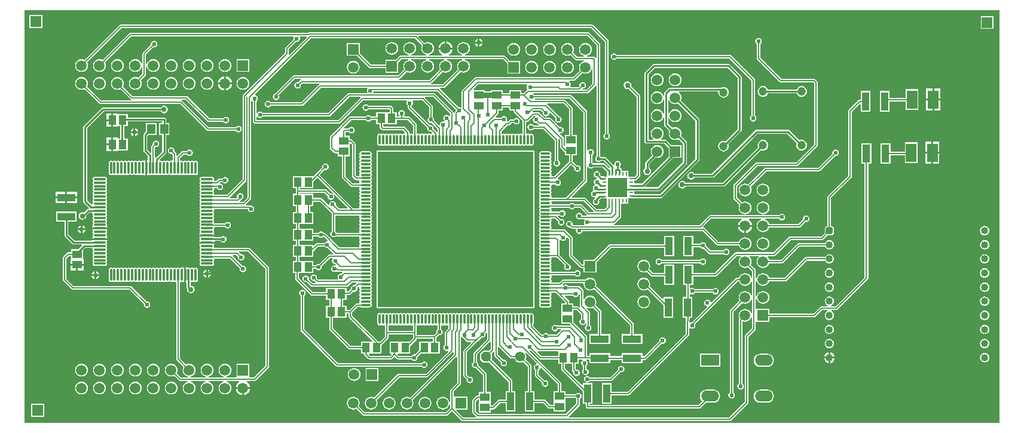
<source format=gtl>
G04 Layer_Physical_Order=1*
G04 Layer_Color=255*
%FSLAX25Y25*%
%MOIN*%
G70*
G01*
G75*
%ADD10R,0.04331X0.10236*%
%ADD11R,0.05906X0.10236*%
%ADD12R,0.04331X0.05512*%
%ADD13R,0.11024X0.11024*%
%ADD14R,0.02362X0.00984*%
%ADD15R,0.00984X0.02362*%
%ADD16R,0.05512X0.04331*%
%ADD17R,0.04724X0.05512*%
%ADD18R,0.10236X0.04331*%
%ADD19O,0.01181X0.06890*%
%ADD20O,0.06890X0.01181*%
%ADD21O,0.05709X0.01181*%
%ADD22O,0.01181X0.05709*%
%ADD23R,0.86614X0.86614*%
%ADD24C,0.00800*%
%ADD25C,0.01000*%
%ADD26C,0.03000*%
%ADD27R,0.05906X0.05906*%
%ADD28C,0.05906*%
%ADD29C,0.04724*%
%ADD30R,0.05906X0.05906*%
%ADD31C,0.05512*%
%ADD32P,0.05966X8X22.5*%
%ADD33O,0.10000X0.06000*%
%ADD34R,0.10000X0.06000*%
G04:AMPARAMS|DCode=35|XSize=40mil|YSize=40mil|CornerRadius=10mil|HoleSize=0mil|Usage=FLASHONLY|Rotation=0.000|XOffset=0mil|YOffset=0mil|HoleType=Round|Shape=RoundedRectangle|*
%AMROUNDEDRECTD35*
21,1,0.04000,0.02000,0,0,0.0*
21,1,0.02000,0.04000,0,0,0.0*
1,1,0.02000,0.01000,-0.01000*
1,1,0.02000,-0.01000,-0.01000*
1,1,0.02000,-0.01000,0.01000*
1,1,0.02000,0.01000,0.01000*
%
%ADD35ROUNDEDRECTD35*%
%ADD36C,0.04000*%
%ADD37C,0.02400*%
%ADD38C,0.03000*%
%ADD39C,0.05000*%
G36*
X529378Y221500D02*
Y1122D01*
X-14378D01*
Y220500D01*
Y221500D01*
Y231379D01*
X529378D01*
Y221500D01*
D02*
G37*
%LPC*%
G36*
X-4447Y228553D02*
X-11553D01*
Y221447D01*
X-4447D01*
Y228553D01*
D02*
G37*
G36*
X526053Y228053D02*
X518947D01*
Y220947D01*
X526053D01*
Y228053D01*
D02*
G37*
G36*
X299969Y219000D02*
X144501D01*
X144110Y218922D01*
X143780Y218701D01*
X143698Y218620D01*
X138835D01*
X138801Y218642D01*
X138411Y218720D01*
X44700D01*
X44310Y218642D01*
X43979Y218421D01*
X29200Y203642D01*
X28427Y203961D01*
X27500Y204083D01*
X26573Y203961D01*
X25708Y203603D01*
X24966Y203034D01*
X24397Y202292D01*
X24039Y201427D01*
X23917Y200500D01*
X24039Y199573D01*
X24397Y198708D01*
X24966Y197966D01*
X25708Y197397D01*
X26573Y197039D01*
X27500Y196917D01*
X28427Y197039D01*
X29292Y197397D01*
X30034Y197966D01*
X30603Y198708D01*
X30961Y199573D01*
X31083Y200500D01*
X30961Y201427D01*
X30641Y202200D01*
X45122Y216680D01*
X135547D01*
X135807Y216269D01*
X135800Y216180D01*
X135665Y215500D01*
X135730Y215172D01*
X131279Y210721D01*
X131058Y210390D01*
X130980Y210000D01*
Y207422D01*
X107779Y184221D01*
X107558Y183890D01*
X107480Y183500D01*
Y137060D01*
X98719Y128299D01*
X91576D01*
X91299Y128782D01*
X91302Y128799D01*
X91391Y129248D01*
X91299Y129713D01*
X91035Y130106D01*
Y130358D01*
X91299Y130752D01*
X91391Y131217D01*
X91302Y131666D01*
X91299Y131682D01*
X91576Y132166D01*
X92893D01*
X92915Y132057D01*
X93313Y131462D01*
X93908Y131064D01*
X94610Y130925D01*
X95312Y131064D01*
X95908Y131462D01*
X96306Y132057D01*
X96446Y132760D01*
X96306Y133462D01*
X95908Y134058D01*
X95312Y134455D01*
X94610Y134595D01*
X94586Y134590D01*
X94339Y135051D01*
X94769Y135480D01*
X96016D01*
X96202Y135202D01*
X96798Y134804D01*
X97500Y134665D01*
X98202Y134804D01*
X98798Y135202D01*
X99196Y135798D01*
X99335Y136500D01*
X99196Y137202D01*
X98798Y137798D01*
X98202Y138196D01*
X97500Y138335D01*
X96798Y138196D01*
X96202Y137798D01*
X96016Y137520D01*
X94346D01*
X93956Y137442D01*
X93625Y137221D01*
X92578Y136173D01*
X91576D01*
X91299Y136656D01*
X91302Y136673D01*
X91391Y137122D01*
X91299Y137587D01*
X91035Y137980D01*
X90642Y138243D01*
X90177Y138336D01*
X84469D01*
X84004Y138243D01*
X83610Y137980D01*
X83347Y137587D01*
X83255Y137122D01*
X83347Y136658D01*
X83610Y136264D01*
Y136012D01*
X83347Y135618D01*
X83255Y135153D01*
X83347Y134689D01*
X83610Y134295D01*
Y134043D01*
X83347Y133650D01*
X83255Y133185D01*
X83347Y132720D01*
X83610Y132327D01*
Y132075D01*
X83347Y131681D01*
X83255Y131217D01*
X83347Y130752D01*
X83610Y130358D01*
Y130106D01*
X83347Y129713D01*
X83255Y129248D01*
X83347Y128784D01*
X83610Y128390D01*
Y128138D01*
X83347Y127744D01*
X83255Y127279D01*
X83347Y126815D01*
X83610Y126421D01*
Y126169D01*
X83347Y125776D01*
X83255Y125311D01*
X83347Y124846D01*
X83610Y124453D01*
Y124201D01*
X83347Y123807D01*
X83255Y123343D01*
X83347Y122878D01*
X83610Y122484D01*
Y122232D01*
X83347Y121838D01*
X83255Y121374D01*
X83347Y120910D01*
X83610Y120516D01*
Y120264D01*
X83347Y119870D01*
X83255Y119405D01*
X83347Y118941D01*
X83610Y118547D01*
Y118295D01*
X83347Y117902D01*
X83255Y117437D01*
X83347Y116972D01*
X83610Y116579D01*
Y116327D01*
X83347Y115933D01*
X83255Y115469D01*
X83347Y115004D01*
X83610Y114610D01*
Y114358D01*
X83347Y113964D01*
X83255Y113500D01*
X83347Y113036D01*
X83610Y112642D01*
Y112390D01*
X83347Y111996D01*
X83255Y111531D01*
X83347Y111067D01*
X83610Y110673D01*
Y110421D01*
X83347Y110028D01*
X83255Y109563D01*
X83347Y109098D01*
X83610Y108705D01*
Y108453D01*
X83347Y108059D01*
X83255Y107595D01*
X83347Y107130D01*
X83504Y106895D01*
X83322Y106773D01*
X82970Y106247D01*
X82946Y106126D01*
X87323D01*
X91699D01*
X91675Y106247D01*
X91324Y106773D01*
X91141Y106895D01*
X91299Y107130D01*
X91391Y107595D01*
X91299Y108059D01*
X91035Y108453D01*
Y108705D01*
X91299Y109098D01*
X91391Y109563D01*
X91345Y109795D01*
X91675Y110295D01*
X97516D01*
X97702Y110017D01*
X98298Y109619D01*
X99000Y109480D01*
X99702Y109619D01*
X100298Y110017D01*
X100696Y110613D01*
X100835Y111315D01*
X100696Y112017D01*
X100298Y112613D01*
X99702Y113011D01*
X99000Y113150D01*
X98298Y113011D01*
X97702Y112613D01*
X97516Y112335D01*
X91407D01*
X91164Y112835D01*
X91299Y113036D01*
X91391Y113500D01*
X91299Y113964D01*
X91035Y114358D01*
Y114610D01*
X91299Y115004D01*
X91391Y115469D01*
X91299Y115933D01*
X91035Y116327D01*
Y116579D01*
X91299Y116972D01*
X91391Y117437D01*
X91299Y117902D01*
X91035Y118295D01*
Y118547D01*
X91299Y118941D01*
X91391Y119405D01*
X91302Y119854D01*
X91299Y119871D01*
X91576Y120354D01*
X110194D01*
X110304Y119798D01*
X110702Y119202D01*
X111298Y118804D01*
X112000Y118665D01*
X112702Y118804D01*
X113298Y119202D01*
X113696Y119798D01*
X113835Y120500D01*
X113696Y121202D01*
X113298Y121798D01*
X112702Y122196D01*
X112000Y122335D01*
X111605Y122257D01*
X111516Y122316D01*
X111126Y122394D01*
X109310D01*
X109103Y122894D01*
X111847Y125637D01*
X112068Y125968D01*
X112146Y126358D01*
Y180606D01*
X112593Y180763D01*
X112980Y180464D01*
Y169500D01*
X113058Y169110D01*
X113279Y168779D01*
X113779Y168279D01*
X114110Y168058D01*
X114500Y167980D01*
X161000D01*
X161390Y168058D01*
X161721Y168279D01*
X174422Y180980D01*
X198723D01*
X198990Y180480D01*
X198804Y180202D01*
X198665Y179500D01*
X198804Y178798D01*
X199202Y178202D01*
X199480Y178016D01*
Y177000D01*
X199558Y176610D01*
X199779Y176279D01*
X210230Y165828D01*
X210165Y165500D01*
X210304Y164798D01*
X210702Y164202D01*
X211298Y163804D01*
X212000Y163665D01*
X212328Y163730D01*
X213011Y163047D01*
X212846Y162505D01*
X212740Y162484D01*
X212346Y162221D01*
X212095D01*
X211701Y162484D01*
X211236Y162576D01*
X210772Y162484D01*
X210378Y162221D01*
X210126D01*
X209732Y162484D01*
X209268Y162576D01*
X208803Y162484D01*
X208409Y162221D01*
X208157D01*
X207764Y162484D01*
X207299Y162576D01*
X206835Y162484D01*
X206441Y162221D01*
X206189D01*
X205795Y162484D01*
X205331Y162576D01*
X204882Y162487D01*
X204865Y162484D01*
X204382Y162761D01*
Y167500D01*
X204304Y167890D01*
X204083Y168221D01*
X200583Y171721D01*
X200252Y171942D01*
X199862Y172020D01*
X197572D01*
X197445Y172213D01*
X197353Y172520D01*
X197696Y173033D01*
X197835Y173735D01*
X197696Y174438D01*
X197298Y175033D01*
X196702Y175431D01*
X196000Y175571D01*
X195298Y175431D01*
X194702Y175033D01*
X194304Y174438D01*
X194165Y173735D01*
X194304Y173033D01*
X194648Y172520D01*
X194555Y172213D01*
X194428Y172020D01*
X193218D01*
Y174356D01*
X191472D01*
Y176390D01*
X191395Y176780D01*
X191174Y177111D01*
X190563Y177721D01*
X190233Y177942D01*
X189842Y178020D01*
X177385D01*
X177199Y178298D01*
X176604Y178696D01*
X175902Y178835D01*
X175199Y178696D01*
X174604Y178298D01*
X174206Y177702D01*
X174066Y177000D01*
X174206Y176298D01*
X174604Y175702D01*
X175199Y175304D01*
X175902Y175165D01*
X176604Y175304D01*
X177199Y175702D01*
X177385Y175980D01*
X189420D01*
X189433Y175968D01*
Y174356D01*
X187687D01*
Y174356D01*
X187313D01*
Y174356D01*
X181782D01*
Y172020D01*
X178984D01*
X178798Y172298D01*
X178202Y172696D01*
X177500Y172835D01*
X176798Y172696D01*
X176202Y172298D01*
X176016Y172020D01*
X167500D01*
X167110Y171942D01*
X166779Y171721D01*
X156279Y161221D01*
X156058Y160890D01*
X155980Y160500D01*
Y154500D01*
X156058Y154110D01*
X156279Y153779D01*
X158232Y151826D01*
X158563Y151605D01*
X158953Y151528D01*
X160475D01*
Y149782D01*
X162811D01*
Y138169D01*
X162889Y137779D01*
X163110Y137448D01*
X167673Y132885D01*
X168003Y132664D01*
X168394Y132587D01*
X172239D01*
X172516Y132104D01*
X172513Y132087D01*
X172424Y131638D01*
X172516Y131173D01*
X172780Y130780D01*
Y130528D01*
X172516Y130134D01*
X172424Y129669D01*
X172516Y129205D01*
X172780Y128811D01*
Y128559D01*
X172516Y128165D01*
X172424Y127701D01*
X172516Y127236D01*
X172780Y126842D01*
Y126591D01*
X172516Y126197D01*
X172424Y125732D01*
X172516Y125268D01*
X172780Y124874D01*
Y124622D01*
X172516Y124228D01*
X172424Y123764D01*
X172516Y123299D01*
X172780Y122905D01*
Y122654D01*
X172516Y122260D01*
X172424Y121795D01*
X172513Y121346D01*
X172516Y121329D01*
X172239Y120846D01*
X169096D01*
X150442Y139500D01*
X153172Y142230D01*
X153500Y142165D01*
X154202Y142304D01*
X154798Y142702D01*
X155196Y143298D01*
X155335Y144000D01*
X155196Y144702D01*
X154798Y145298D01*
X154202Y145696D01*
X153500Y145835D01*
X152798Y145696D01*
X152202Y145298D01*
X151804Y144702D01*
X151665Y144000D01*
X151730Y143672D01*
X148279Y140221D01*
X147130Y139072D01*
X146718Y138856D01*
Y138856D01*
X146718Y138856D01*
X141313D01*
X141187Y138856D01*
X140813D01*
X140687Y138856D01*
X135282D01*
Y132144D01*
X137028D01*
Y128876D01*
X135282D01*
Y122164D01*
X137028D01*
Y118856D01*
X135282D01*
Y112144D01*
X137028D01*
Y109356D01*
X135282D01*
Y102644D01*
X137028D01*
Y100356D01*
X135282D01*
Y93644D01*
X137028D01*
Y91356D01*
X135282D01*
Y84644D01*
X136528D01*
Y81500D01*
X136605Y81110D01*
X136826Y80779D01*
X145326Y72279D01*
X145657Y72058D01*
X146047Y71980D01*
X153782D01*
Y69644D01*
X155528D01*
Y66356D01*
X153782D01*
Y59644D01*
X155528D01*
Y53453D01*
X155605Y53063D01*
X155826Y52732D01*
X166279Y42279D01*
X166610Y42058D01*
X167000Y41980D01*
X173282D01*
Y39644D01*
X175028D01*
Y39500D01*
X175105Y39110D01*
X175326Y38779D01*
X177326Y36779D01*
X177657Y36558D01*
X178047Y36480D01*
X190000D01*
X190390Y36558D01*
X190721Y36779D01*
X192000Y38058D01*
X193279Y36779D01*
X193610Y36558D01*
X194000Y36480D01*
X201516D01*
X201702Y36202D01*
X202298Y35804D01*
X203000Y35665D01*
X203702Y35804D01*
X204298Y36202D01*
X204696Y36798D01*
X204835Y37500D01*
X204778Y37789D01*
X206633Y39644D01*
X211187D01*
X211313Y39644D01*
X211687D01*
X211813Y39644D01*
X217218D01*
Y46356D01*
X215472D01*
Y48609D01*
X216814Y49951D01*
X217142Y49885D01*
X217844Y50025D01*
X218440Y50423D01*
X218837Y51018D01*
X218977Y51720D01*
X218837Y52423D01*
X218440Y53018D01*
X218161Y53204D01*
Y55239D01*
X218644Y55516D01*
X218661Y55513D01*
X219110Y55424D01*
X219575Y55516D01*
X219969Y55779D01*
X220220D01*
X220614Y55516D01*
X221079Y55424D01*
X221528Y55513D01*
X221545Y55516D01*
X222028Y55239D01*
Y53765D01*
X220358Y52095D01*
X220137Y51764D01*
X220059Y51374D01*
Y44484D01*
X219781Y44298D01*
X219383Y43702D01*
X219244Y43000D01*
X219383Y42298D01*
X219781Y41702D01*
X220376Y41304D01*
X221079Y41165D01*
X221624Y41273D01*
X221870Y40812D01*
X209578Y28520D01*
X194500D01*
X194110Y28442D01*
X193779Y28221D01*
X180700Y15142D01*
X179927Y15461D01*
X179000Y15583D01*
X178073Y15461D01*
X177208Y15103D01*
X176466Y14534D01*
X175897Y13792D01*
X175539Y12927D01*
X175417Y12000D01*
X175539Y11073D01*
X175897Y10208D01*
X176466Y9466D01*
X177208Y8897D01*
X178073Y8539D01*
X179000Y8417D01*
X179927Y8539D01*
X180792Y8897D01*
X181534Y9466D01*
X182103Y10208D01*
X182461Y11073D01*
X182583Y12000D01*
X182461Y12927D01*
X182141Y13700D01*
X194922Y26480D01*
X210000D01*
X210390Y26558D01*
X210721Y26779D01*
X224480Y40538D01*
X224980Y40331D01*
Y39422D01*
X200700Y15142D01*
X199927Y15461D01*
X199000Y15583D01*
X198073Y15461D01*
X197208Y15103D01*
X196466Y14534D01*
X195897Y13792D01*
X195539Y12927D01*
X195417Y12000D01*
X195539Y11073D01*
X195897Y10208D01*
X196466Y9466D01*
X197208Y8897D01*
X198073Y8539D01*
X199000Y8417D01*
X199927Y8539D01*
X200792Y8897D01*
X201534Y9466D01*
X202103Y10208D01*
X202461Y11073D01*
X202583Y12000D01*
X202461Y12927D01*
X202141Y13700D01*
X226480Y38039D01*
X226980Y37831D01*
Y23407D01*
X223279Y19705D01*
X223058Y19374D01*
X222980Y18984D01*
Y12815D01*
X222480Y12782D01*
X222461Y12927D01*
X222103Y13792D01*
X221534Y14534D01*
X220792Y15103D01*
X219927Y15461D01*
X219000Y15583D01*
X218073Y15461D01*
X217208Y15103D01*
X216466Y14534D01*
X215897Y13792D01*
X215539Y12927D01*
X215417Y12000D01*
X215539Y11073D01*
X215897Y10208D01*
X216466Y9466D01*
X217208Y8897D01*
X218073Y8539D01*
X219000Y8417D01*
X219927Y8539D01*
X220792Y8897D01*
X221534Y9466D01*
X222103Y10208D01*
X222461Y11073D01*
X222480Y11218D01*
X222980Y11185D01*
Y9422D01*
X220578Y7020D01*
X175422D01*
X172142Y10300D01*
X172461Y11073D01*
X172583Y12000D01*
X172461Y12927D01*
X172103Y13792D01*
X171534Y14534D01*
X170792Y15103D01*
X169927Y15461D01*
X169000Y15583D01*
X168073Y15461D01*
X167208Y15103D01*
X166466Y14534D01*
X165897Y13792D01*
X165539Y12927D01*
X165417Y12000D01*
X165539Y11073D01*
X165897Y10208D01*
X166466Y9466D01*
X167208Y8897D01*
X168073Y8539D01*
X169000Y8417D01*
X169927Y8539D01*
X170700Y8858D01*
X174279Y5279D01*
X174610Y5058D01*
X175000Y4980D01*
X221000D01*
X221390Y5058D01*
X221721Y5279D01*
X224000Y7558D01*
X229279Y2279D01*
X229610Y2058D01*
X230000Y1980D01*
X379000D01*
X379390Y2058D01*
X379721Y2279D01*
X389221Y11779D01*
X389442Y12110D01*
X389520Y12500D01*
Y49078D01*
X393221Y52779D01*
X393442Y53110D01*
X393520Y53500D01*
Y57273D01*
X393947Y57447D01*
X394020Y57447D01*
X401053D01*
Y59980D01*
X426000D01*
X426390Y60058D01*
X426721Y60279D01*
X430375Y63933D01*
X433366D01*
X433466Y63433D01*
X433189Y63318D01*
X432646Y62902D01*
X432229Y62358D01*
X431967Y61726D01*
X431878Y61047D01*
X431967Y60369D01*
X432229Y59736D01*
X432646Y59193D01*
X433189Y58776D01*
X433821Y58514D01*
X434500Y58425D01*
X435179Y58514D01*
X435811Y58776D01*
X436354Y59193D01*
X436771Y59736D01*
X437033Y60369D01*
X437122Y61047D01*
X437033Y61726D01*
X436771Y62358D01*
X436354Y62902D01*
X435811Y63318D01*
X435534Y63433D01*
X435634Y63933D01*
X438453D01*
X438843Y64011D01*
X439174Y64232D01*
X455906Y80964D01*
X456127Y81295D01*
X456205Y81685D01*
Y145605D01*
X457950D01*
Y157041D01*
X452420D01*
Y145605D01*
X454165D01*
Y82107D01*
X438030Y65972D01*
X435481D01*
X435382Y66472D01*
X435811Y66650D01*
X436354Y67067D01*
X436771Y67610D01*
X437033Y68243D01*
X437122Y68921D01*
X437033Y69600D01*
X436771Y70232D01*
X436354Y70776D01*
X435811Y71192D01*
X435179Y71454D01*
X434500Y71544D01*
X433821Y71454D01*
X433189Y71192D01*
X432646Y70776D01*
X432229Y70232D01*
X431967Y69600D01*
X431878Y68921D01*
X431967Y68243D01*
X432229Y67610D01*
X432646Y67067D01*
X433189Y66650D01*
X433618Y66472D01*
X433519Y65972D01*
X429953D01*
X429563Y65895D01*
X429232Y65674D01*
X425578Y62020D01*
X401053D01*
Y64553D01*
X394020D01*
X393947Y64553D01*
X393520Y64727D01*
Y70185D01*
X394020Y70218D01*
X394039Y70073D01*
X394397Y69208D01*
X394966Y68466D01*
X395708Y67897D01*
X396573Y67539D01*
X397500Y67417D01*
X398427Y67539D01*
X399292Y67897D01*
X400034Y68466D01*
X400603Y69208D01*
X400961Y70073D01*
X401083Y71000D01*
X400961Y71927D01*
X400603Y72792D01*
X400034Y73534D01*
X399292Y74103D01*
X398427Y74461D01*
X397500Y74583D01*
X396573Y74461D01*
X395708Y74103D01*
X394966Y73534D01*
X394397Y72792D01*
X394039Y71927D01*
X394020Y71782D01*
X393520Y71815D01*
Y80185D01*
X394020Y80218D01*
X394039Y80073D01*
X394397Y79208D01*
X394966Y78466D01*
X395708Y77897D01*
X396573Y77539D01*
X397500Y77417D01*
X398427Y77539D01*
X399292Y77897D01*
X400034Y78466D01*
X400603Y79208D01*
X400923Y79980D01*
X410000D01*
X410390Y80058D01*
X410721Y80279D01*
X421966Y91524D01*
X432108D01*
X432229Y91232D01*
X432646Y90689D01*
X433189Y90272D01*
X433821Y90010D01*
X434500Y89921D01*
X435179Y90010D01*
X435811Y90272D01*
X436354Y90689D01*
X436771Y91232D01*
X437033Y91865D01*
X437122Y92543D01*
X437033Y93222D01*
X436771Y93854D01*
X436354Y94398D01*
X435811Y94814D01*
X435179Y95076D01*
X434500Y95166D01*
X433821Y95076D01*
X433189Y94814D01*
X432646Y94398D01*
X432229Y93854D01*
X432108Y93563D01*
X421543D01*
X421153Y93485D01*
X420822Y93264D01*
X409578Y82020D01*
X400923D01*
X400603Y82792D01*
X400034Y83534D01*
X399292Y84103D01*
X398427Y84461D01*
X397500Y84583D01*
X396573Y84461D01*
X395708Y84103D01*
X394966Y83534D01*
X394397Y82792D01*
X394039Y81927D01*
X394020Y81782D01*
X393520Y81815D01*
Y86000D01*
X393442Y86390D01*
X393221Y86721D01*
X390641Y89300D01*
X390961Y90073D01*
X391083Y91000D01*
X390961Y91927D01*
X390603Y92792D01*
X390034Y93534D01*
X389857Y93669D01*
X390027Y94169D01*
X394973D01*
X395143Y93669D01*
X394966Y93534D01*
X394397Y92792D01*
X394039Y91927D01*
X393917Y91000D01*
X394039Y90073D01*
X394397Y89208D01*
X394966Y88466D01*
X395708Y87897D01*
X396573Y87539D01*
X397500Y87417D01*
X398427Y87539D01*
X399292Y87897D01*
X400034Y88466D01*
X400603Y89208D01*
X400923Y89980D01*
X408000D01*
X408390Y90058D01*
X408721Y90279D01*
X417840Y99398D01*
X432108D01*
X432229Y99106D01*
X432646Y98563D01*
X433189Y98146D01*
X433821Y97884D01*
X434500Y97795D01*
X435179Y97884D01*
X435811Y98146D01*
X436354Y98563D01*
X436771Y99106D01*
X437033Y99739D01*
X437122Y100417D01*
X437033Y101096D01*
X436771Y101728D01*
X436354Y102272D01*
X435811Y102688D01*
X435179Y102950D01*
X434500Y103040D01*
X433821Y102950D01*
X433189Y102688D01*
X432646Y102272D01*
X432229Y101728D01*
X432108Y101437D01*
X417417D01*
X417027Y101359D01*
X416696Y101138D01*
X407578Y92020D01*
X400923D01*
X400603Y92792D01*
X400034Y93534D01*
X399857Y93669D01*
X400027Y94169D01*
X403689D01*
X404079Y94247D01*
X404410Y94468D01*
X413098Y103156D01*
X430384D01*
X430775Y103234D01*
X431105Y103455D01*
X433342Y105691D01*
X433500Y105660D01*
X435500D01*
X436124Y105784D01*
X436654Y106138D01*
X437007Y106667D01*
X437131Y107291D01*
Y109291D01*
X437007Y109916D01*
X436654Y110445D01*
X436124Y110799D01*
X435520Y110919D01*
Y126578D01*
X446721Y137779D01*
X446942Y138110D01*
X447020Y138500D01*
Y174578D01*
X451458Y179016D01*
X451920Y178824D01*
Y174782D01*
X457450D01*
Y186218D01*
X451920D01*
Y181520D01*
X451500D01*
X451110Y181442D01*
X450779Y181221D01*
X445279Y175721D01*
X445058Y175390D01*
X444980Y175000D01*
Y138922D01*
X433779Y127721D01*
X433558Y127390D01*
X433480Y127000D01*
Y110919D01*
X432876Y110799D01*
X432346Y110445D01*
X431993Y109916D01*
X431869Y109291D01*
Y107291D01*
X431900Y107133D01*
X429962Y105195D01*
X412676D01*
X412286Y105118D01*
X411955Y104897D01*
X403267Y96209D01*
X382512D01*
X382122Y96131D01*
X381791Y95910D01*
X370578Y84697D01*
X358580D01*
Y89395D01*
X353050D01*
Y77959D01*
X354610D01*
Y71218D01*
X352550D01*
Y59782D01*
X354140D01*
X354490Y59425D01*
X354304Y50746D01*
X322078Y18520D01*
X313080D01*
Y23218D01*
X307550D01*
Y11782D01*
X313080D01*
Y16480D01*
X322500D01*
X322890Y16558D01*
X323221Y16779D01*
X356036Y49594D01*
X356140Y49751D01*
X356248Y49905D01*
X356251Y49916D01*
X356257Y49925D01*
X356294Y50109D01*
X356334Y50293D01*
X356410Y53809D01*
X356915Y54060D01*
X357298Y53804D01*
X358000Y53665D01*
X358702Y53804D01*
X359298Y54202D01*
X359696Y54798D01*
X359835Y55500D01*
X359696Y56202D01*
X359675Y56233D01*
X383422Y79980D01*
X384077D01*
X384397Y79208D01*
X384966Y78466D01*
X385708Y77897D01*
X386573Y77539D01*
X387500Y77417D01*
X388427Y77539D01*
X389292Y77897D01*
X390034Y78466D01*
X390603Y79208D01*
X390961Y80073D01*
X390980Y80218D01*
X391480Y80185D01*
Y71815D01*
X390980Y71782D01*
X390961Y71927D01*
X390603Y72792D01*
X390034Y73534D01*
X389292Y74103D01*
X388427Y74461D01*
X387500Y74583D01*
X386573Y74461D01*
X385708Y74103D01*
X384966Y73534D01*
X384397Y72792D01*
X384039Y71927D01*
X383917Y71000D01*
X384039Y70073D01*
X384359Y69300D01*
X379279Y64221D01*
X379058Y63890D01*
X378980Y63500D01*
Y17984D01*
X378702Y17798D01*
X378304Y17202D01*
X378165Y16500D01*
X378304Y15798D01*
X378702Y15202D01*
X379298Y14804D01*
X380000Y14665D01*
X380702Y14804D01*
X381298Y15202D01*
X381696Y15798D01*
X381835Y16500D01*
X381696Y17202D01*
X381298Y17798D01*
X381020Y17984D01*
Y63078D01*
X385800Y67858D01*
X386573Y67539D01*
X387500Y67417D01*
X388427Y67539D01*
X389292Y67897D01*
X390034Y68466D01*
X390603Y69208D01*
X390961Y70073D01*
X390980Y70218D01*
X391480Y70185D01*
Y61815D01*
X390980Y61782D01*
X390961Y61927D01*
X390603Y62792D01*
X390034Y63534D01*
X389292Y64103D01*
X388427Y64461D01*
X387500Y64583D01*
X386573Y64461D01*
X385708Y64103D01*
X384966Y63534D01*
X384397Y62792D01*
X384039Y61927D01*
X383917Y61000D01*
X384039Y60073D01*
X384359Y59300D01*
X384279Y59221D01*
X384058Y58890D01*
X383980Y58500D01*
Y22984D01*
X383702Y22798D01*
X383304Y22202D01*
X383165Y21500D01*
X383304Y20798D01*
X383702Y20202D01*
X384298Y19804D01*
X385000Y19665D01*
X385702Y19804D01*
X386298Y20202D01*
X386696Y20798D01*
X386835Y21500D01*
X386696Y22202D01*
X386298Y22798D01*
X386020Y22984D01*
Y57318D01*
X386435Y57595D01*
X386573Y57539D01*
X387500Y57417D01*
X388427Y57539D01*
X389292Y57897D01*
X390034Y58466D01*
X390603Y59208D01*
X390961Y60073D01*
X390980Y60218D01*
X391480Y60185D01*
Y53922D01*
X387779Y50221D01*
X387558Y49890D01*
X387480Y49500D01*
Y12922D01*
X378578Y4020D01*
X289169D01*
X288962Y4520D01*
X295221Y10779D01*
X295442Y11110D01*
X295520Y11500D01*
Y14516D01*
X295798Y14702D01*
X296196Y15298D01*
X296335Y16000D01*
X296196Y16702D01*
X295798Y17298D01*
X295202Y17696D01*
X294500Y17835D01*
X293798Y17696D01*
X293202Y17298D01*
X293016Y17020D01*
X287356D01*
Y18765D01*
X285020D01*
Y23000D01*
X284942Y23390D01*
X284721Y23721D01*
X267374Y41068D01*
X267585Y41563D01*
X267940Y41618D01*
X272779Y36779D01*
X273110Y36558D01*
X273500Y36480D01*
X283282D01*
Y34144D01*
X285028D01*
Y31138D01*
X285105Y30748D01*
X285326Y30417D01*
X296920Y18823D01*
Y11782D01*
X298665D01*
Y10044D01*
X298743Y9654D01*
X298964Y9323D01*
X299295Y9102D01*
X299685Y9025D01*
X362044D01*
X362434Y9102D01*
X362765Y9323D01*
X365833Y12391D01*
X366000Y12369D01*
X370000D01*
X370940Y12493D01*
X371815Y12855D01*
X372568Y13432D01*
X373145Y14185D01*
X373507Y15060D01*
X373631Y16000D01*
X373507Y16940D01*
X373145Y17816D01*
X372568Y18567D01*
X371815Y19145D01*
X370940Y19507D01*
X370000Y19631D01*
X366000D01*
X365060Y19507D01*
X364184Y19145D01*
X363433Y18567D01*
X362855Y17816D01*
X362493Y16940D01*
X362369Y16000D01*
X362493Y15060D01*
X362855Y14185D01*
X363433Y13432D01*
X363447Y13421D01*
X363480Y12922D01*
X361622Y11064D01*
X300705D01*
Y11782D01*
X302450D01*
Y23218D01*
X299818D01*
X299768Y23718D01*
X300202Y23804D01*
X300798Y24202D01*
X300984Y24480D01*
X312724D01*
X313115Y24558D01*
X313445Y24779D01*
X318034Y29368D01*
X318362Y29302D01*
X319064Y29442D01*
X319660Y29840D01*
X320058Y30435D01*
X320198Y31138D01*
X320058Y31840D01*
X319660Y32436D01*
X319064Y32833D01*
X318362Y32973D01*
X317660Y32833D01*
X317064Y32436D01*
X316667Y31840D01*
X316527Y31138D01*
X316592Y30810D01*
X312302Y26520D01*
X300984D01*
X300798Y26798D01*
X300202Y27196D01*
X299500Y27335D01*
X298798Y27196D01*
X298202Y26798D01*
X297804Y26202D01*
X297665Y25500D01*
X297804Y24798D01*
X298202Y24202D01*
X298798Y23804D01*
X299232Y23718D01*
X299182Y23218D01*
X296920D01*
Y22361D01*
X296458Y22169D01*
X287067Y31560D01*
Y34144D01*
X288813D01*
Y34144D01*
X289187D01*
Y34144D01*
X290933D01*
Y30547D01*
X291011Y30157D01*
X291232Y29826D01*
X291730Y29328D01*
X291665Y29000D01*
X291804Y28298D01*
X292202Y27702D01*
X292798Y27304D01*
X293500Y27165D01*
X294202Y27304D01*
X294798Y27702D01*
X295196Y28298D01*
X295335Y29000D01*
X295196Y29702D01*
X294798Y30298D01*
X294202Y30696D01*
X293500Y30835D01*
X293409Y30817D01*
X292972Y31192D01*
Y34144D01*
X294718D01*
Y36480D01*
X296824D01*
X296976Y35980D01*
X296702Y35798D01*
X296304Y35202D01*
X296165Y34500D01*
X296304Y33798D01*
X296702Y33202D01*
X296980Y33016D01*
Y30466D01*
X296804Y30202D01*
X296665Y29500D01*
X296804Y28798D01*
X297202Y28202D01*
X297798Y27804D01*
X298500Y27665D01*
X299202Y27804D01*
X299798Y28202D01*
X300196Y28798D01*
X300335Y29500D01*
X300196Y30202D01*
X299798Y30798D01*
X299202Y31196D01*
X299020Y31232D01*
Y33016D01*
X299298Y33202D01*
X299696Y33798D01*
X299835Y34500D01*
X299696Y35202D01*
X299298Y35798D01*
X299024Y35980D01*
X299176Y36480D01*
X300782D01*
Y34420D01*
X312218D01*
Y36165D01*
X318782D01*
Y34420D01*
X330218D01*
Y36165D01*
X331685D01*
X332075Y36243D01*
X332406Y36464D01*
X341172Y45230D01*
X341500Y45165D01*
X342202Y45304D01*
X342798Y45702D01*
X343196Y46298D01*
X343335Y47000D01*
X343196Y47702D01*
X342798Y48298D01*
X342202Y48696D01*
X341500Y48835D01*
X340798Y48696D01*
X340202Y48298D01*
X339804Y47702D01*
X339665Y47000D01*
X339730Y46672D01*
X331263Y38205D01*
X330218D01*
Y39950D01*
X318782D01*
Y38205D01*
X312218D01*
Y39950D01*
X300782D01*
Y38520D01*
X299520D01*
Y49047D01*
X299442Y49437D01*
X299221Y49768D01*
X291856Y57133D01*
Y61813D01*
X291856D01*
Y62187D01*
X291856D01*
Y63933D01*
X293625D01*
X295980Y61578D01*
Y58984D01*
X295702Y58798D01*
X295304Y58202D01*
X295165Y57500D01*
X295304Y56798D01*
X295702Y56202D01*
X296298Y55804D01*
X297000Y55665D01*
X297702Y55804D01*
X298298Y56202D01*
X298480Y56476D01*
X298980Y56324D01*
Y55436D01*
X298702Y55251D01*
X298304Y54655D01*
X298165Y53953D01*
X298304Y53250D01*
X298702Y52655D01*
X299298Y52257D01*
X300000Y52118D01*
X300702Y52257D01*
X301298Y52655D01*
X301696Y53250D01*
X301835Y53953D01*
X301696Y54655D01*
X301298Y55251D01*
X301020Y55436D01*
Y62500D01*
X300942Y62890D01*
X300721Y63221D01*
X298956Y64986D01*
X299208Y65397D01*
X300073Y65039D01*
X301000Y64917D01*
X301927Y65039D01*
X302700Y65359D01*
X305480Y62578D01*
Y50580D01*
X300782D01*
Y45050D01*
X312218D01*
Y50580D01*
X307520D01*
Y63000D01*
X307442Y63390D01*
X307221Y63721D01*
X304141Y66800D01*
X304461Y67573D01*
X304583Y68500D01*
X304461Y69427D01*
X304103Y70292D01*
X303534Y71034D01*
X302792Y71603D01*
X301927Y71961D01*
X301000Y72083D01*
X300073Y71961D01*
X299208Y71603D01*
X298466Y71034D01*
X297897Y70292D01*
X297803Y70066D01*
X297303Y70165D01*
Y74717D01*
X297225Y75107D01*
X297004Y75437D01*
X295221Y77221D01*
X294890Y77442D01*
X294500Y77520D01*
X288984D01*
X288798Y77798D01*
X288202Y78196D01*
X287500Y78335D01*
X286798Y78196D01*
X286202Y77798D01*
X286150Y77720D01*
X285884Y77735D01*
X285689Y78247D01*
X286422Y78980D01*
X297101D01*
X297430Y78605D01*
X297417Y78500D01*
X297539Y77573D01*
X297897Y76708D01*
X298466Y75966D01*
X299208Y75397D01*
X300073Y75039D01*
X301000Y74917D01*
X301927Y75039D01*
X302792Y75397D01*
X303284Y75774D01*
X323480Y55578D01*
Y50580D01*
X318782D01*
Y45050D01*
X330218D01*
Y50580D01*
X325520D01*
Y56000D01*
X325442Y56390D01*
X325221Y56721D01*
X304434Y77508D01*
X304461Y77573D01*
X304583Y78500D01*
X304461Y79427D01*
X304103Y80292D01*
X303534Y81034D01*
X302792Y81603D01*
X301927Y81961D01*
X301000Y82083D01*
X300073Y81961D01*
X299208Y81603D01*
X298466Y81034D01*
X298455Y81020D01*
X286000D01*
X285610Y80942D01*
X285279Y80721D01*
X284066Y79508D01*
X279761D01*
X279484Y79991D01*
X279487Y80008D01*
X279576Y80457D01*
X279484Y80921D01*
X279221Y81315D01*
Y81567D01*
X279484Y81961D01*
X279576Y82425D01*
X279487Y82874D01*
X279484Y82891D01*
X279761Y83374D01*
X292587D01*
X292702Y83202D01*
X293298Y82804D01*
X294000Y82665D01*
X294702Y82804D01*
X295298Y83202D01*
X295696Y83798D01*
X295835Y84500D01*
X295696Y85202D01*
X295298Y85798D01*
X294702Y86196D01*
X294000Y86335D01*
X293298Y86196D01*
X292702Y85798D01*
X292445Y85413D01*
X279761D01*
X279484Y85896D01*
X279487Y85913D01*
X279576Y86362D01*
X279484Y86827D01*
X279221Y87221D01*
Y87472D01*
X279484Y87866D01*
X279576Y88331D01*
X279484Y88795D01*
X279382Y88947D01*
X279262Y89315D01*
X279382Y89683D01*
X279484Y89835D01*
X279576Y90299D01*
X279484Y90764D01*
X279382Y90916D01*
X279262Y91284D01*
X279382Y91651D01*
X279484Y91803D01*
X279576Y92268D01*
X279487Y92717D01*
X279484Y92734D01*
X279761Y93217D01*
X282719D01*
X286958Y88979D01*
X286804Y88750D01*
X286665Y88047D01*
X286804Y87345D01*
X287202Y86750D01*
X287798Y86352D01*
X288500Y86212D01*
X289202Y86352D01*
X289798Y86750D01*
X290196Y87345D01*
X290335Y88047D01*
X290196Y88750D01*
X289798Y89345D01*
X289202Y89743D01*
X289046Y89774D01*
X284161Y94659D01*
Y103047D01*
X284143Y103139D01*
X284614Y103334D01*
X284702Y103202D01*
X285298Y102804D01*
X286000Y102665D01*
X286702Y102804D01*
X287298Y103202D01*
X287696Y103798D01*
X287835Y104500D01*
X287831Y104520D01*
X288292Y104766D01*
X289480Y103578D01*
Y94283D01*
X289558Y93893D01*
X289779Y93563D01*
X295563Y87779D01*
X295893Y87558D01*
X296284Y87480D01*
X297447D01*
Y84947D01*
X304553D01*
Y90611D01*
X312643Y98701D01*
X342420D01*
Y94002D01*
X347950D01*
Y105439D01*
X342420D01*
Y100740D01*
X312221D01*
X311830Y100662D01*
X311500Y100441D01*
X303111Y92053D01*
X297447D01*
Y89520D01*
X296706D01*
X291520Y94706D01*
Y104000D01*
X291442Y104390D01*
X291221Y104721D01*
X287205Y108737D01*
X286874Y108958D01*
X286484Y109035D01*
X279761D01*
X279484Y109519D01*
X279487Y109535D01*
X279576Y109984D01*
X279484Y110449D01*
X279221Y110843D01*
Y111094D01*
X279484Y111488D01*
X279576Y111953D01*
X279484Y112417D01*
X279221Y112811D01*
Y113063D01*
X279484Y113457D01*
X279576Y113921D01*
X279487Y114370D01*
X279484Y114387D01*
X279761Y114870D01*
X281688D01*
X283230Y113328D01*
X283165Y113000D01*
X283304Y112298D01*
X283702Y111702D01*
X284298Y111304D01*
X285000Y111165D01*
X285702Y111304D01*
X286298Y111702D01*
X286696Y112298D01*
X286835Y113000D01*
X286696Y113702D01*
X286298Y114298D01*
X285702Y114696D01*
X285000Y114835D01*
X284672Y114770D01*
X283103Y116339D01*
X283310Y116839D01*
X284016D01*
X284202Y116560D01*
X284798Y116163D01*
X285500Y116023D01*
X286202Y116163D01*
X286798Y116560D01*
X287196Y117156D01*
X287335Y117858D01*
X287196Y118561D01*
X286798Y119156D01*
X286202Y119554D01*
X285500Y119694D01*
X284798Y119554D01*
X284202Y119156D01*
X284016Y118878D01*
X279761D01*
X279484Y119361D01*
X279487Y119378D01*
X279576Y119827D01*
X279484Y120291D01*
X279357Y120480D01*
X279610Y120980D01*
X289516D01*
X289702Y120702D01*
X290298Y120304D01*
X291000Y120165D01*
X291702Y120304D01*
X292298Y120702D01*
X292484Y120980D01*
X295527D01*
X299288Y117220D01*
X299138Y116762D01*
X299105Y116720D01*
X296797D01*
X296696Y117229D01*
X296298Y117824D01*
X295702Y118222D01*
X295000Y118362D01*
X294298Y118222D01*
X293702Y117824D01*
X293304Y117229D01*
X293165Y116527D01*
X293304Y115824D01*
X293702Y115229D01*
X294298Y114831D01*
X295000Y114691D01*
X295413Y114774D01*
X295437Y114758D01*
X295827Y114680D01*
X297943D01*
X298124Y114180D01*
X297804Y113702D01*
X297665Y113000D01*
X297804Y112298D01*
X297990Y112020D01*
X297723Y111520D01*
X291724D01*
X291332Y111982D01*
X291335Y112000D01*
X291196Y112702D01*
X290798Y113298D01*
X290202Y113696D01*
X289500Y113835D01*
X288798Y113696D01*
X288202Y113298D01*
X287804Y112702D01*
X287665Y112000D01*
X287804Y111298D01*
X288202Y110702D01*
X288798Y110304D01*
X289500Y110165D01*
X289828Y110230D01*
X290279Y109779D01*
X290610Y109558D01*
X291000Y109480D01*
X293004D01*
X293290Y109070D01*
X293275Y108980D01*
X293138Y108291D01*
X293278Y107589D01*
X293675Y106994D01*
X294271Y106596D01*
X294973Y106456D01*
X295675Y106596D01*
X296271Y106994D01*
X296669Y107589D01*
X296747Y107980D01*
X363869D01*
X371570Y100279D01*
X371901Y100058D01*
X372291Y99980D01*
X384077D01*
X384397Y99208D01*
X384966Y98466D01*
X385708Y97897D01*
X386573Y97539D01*
X387500Y97417D01*
X388427Y97539D01*
X389292Y97897D01*
X390034Y98466D01*
X390603Y99208D01*
X390961Y100073D01*
X391083Y101000D01*
X390961Y101927D01*
X390603Y102792D01*
X390034Y103534D01*
X389292Y104103D01*
X388427Y104461D01*
X387500Y104583D01*
X386573Y104461D01*
X385708Y104103D01*
X384966Y103534D01*
X384397Y102792D01*
X384077Y102020D01*
X372714D01*
X365012Y109721D01*
X364682Y109942D01*
X364291Y110020D01*
X364215D01*
X364023Y110482D01*
X368412Y114870D01*
X385271D01*
X385286Y114843D01*
X385399Y114370D01*
X384681Y113819D01*
X384047Y112993D01*
X383649Y112032D01*
X383579Y111500D01*
X387500D01*
X391421D01*
X391351Y112032D01*
X390953Y112993D01*
X390319Y113819D01*
X389601Y114370D01*
X389714Y114843D01*
X389729Y114870D01*
X396253D01*
X396353Y114370D01*
X395708Y114103D01*
X394966Y113534D01*
X394397Y112792D01*
X394039Y111927D01*
X393917Y111000D01*
X394039Y110073D01*
X394397Y109208D01*
X394966Y108466D01*
X395708Y107897D01*
X396573Y107539D01*
X397500Y107417D01*
X398427Y107539D01*
X399292Y107897D01*
X400034Y108466D01*
X400603Y109208D01*
X400923Y109980D01*
X417543D01*
X417934Y110058D01*
X418264Y110279D01*
X421215Y113230D01*
X421543Y113165D01*
X422246Y113304D01*
X422841Y113702D01*
X423239Y114298D01*
X423379Y115000D01*
X423239Y115702D01*
X422841Y116298D01*
X422246Y116696D01*
X421543Y116835D01*
X420841Y116696D01*
X420246Y116298D01*
X419848Y115702D01*
X419708Y115000D01*
X419773Y114672D01*
X417121Y112020D01*
X400923D01*
X400603Y112792D01*
X400034Y113534D01*
X399292Y114103D01*
X398647Y114370D01*
X398747Y114870D01*
X406516D01*
X406702Y114592D01*
X407298Y114194D01*
X408000Y114055D01*
X408702Y114194D01*
X409298Y114592D01*
X409696Y115187D01*
X409835Y115890D01*
X409696Y116592D01*
X409298Y117188D01*
X408702Y117585D01*
X408000Y117725D01*
X407298Y117585D01*
X406702Y117188D01*
X406516Y116909D01*
X367990D01*
X367600Y116832D01*
X367269Y116611D01*
X362178Y111520D01*
X314561D01*
X314512Y112020D01*
X314705Y112058D01*
X315036Y112279D01*
X318155Y115398D01*
X318376Y115729D01*
X318454Y116119D01*
Y123239D01*
X322463D01*
Y126388D01*
X322562D01*
Y126487D01*
X323782D01*
X323930Y126457D01*
X340528D01*
X340528Y126457D01*
X340958Y126543D01*
X341321Y126786D01*
X361743Y147207D01*
X361743Y147207D01*
X361986Y147571D01*
X362071Y148000D01*
X362071Y148000D01*
Y170000D01*
X361986Y170429D01*
X361743Y170793D01*
X361743Y170793D01*
X351634Y180902D01*
X351911Y181572D01*
X352033Y182500D01*
X351911Y183427D01*
X351553Y184292D01*
X350984Y185034D01*
X350535Y185378D01*
X350704Y185878D01*
X372133D01*
X372462Y185503D01*
X372462Y185500D01*
X372564Y184727D01*
X372862Y184006D01*
X373337Y183387D01*
X373956Y182913D01*
X374676Y182614D01*
X375450Y182512D01*
X376223Y182614D01*
X376944Y182913D01*
X377562Y183387D01*
X378037Y184006D01*
X378336Y184727D01*
X378437Y185500D01*
X378336Y186273D01*
X378037Y186994D01*
X377562Y187613D01*
X376944Y188087D01*
X376223Y188386D01*
X375450Y188488D01*
X374676Y188386D01*
X374009Y188110D01*
X373950Y188122D01*
X373950Y188121D01*
X345450D01*
X345021Y188036D01*
X344657Y187793D01*
X344657Y187793D01*
X342657Y185793D01*
X342414Y185429D01*
X342328Y185000D01*
X342328Y185000D01*
Y183727D01*
X341828Y183627D01*
X341553Y184292D01*
X340984Y185034D01*
X340241Y185603D01*
X339377Y185961D01*
X338450Y186083D01*
X337522Y185961D01*
X336658Y185603D01*
X335916Y185034D01*
X335346Y184292D01*
X334988Y183427D01*
X334866Y182500D01*
X334988Y181572D01*
X335346Y180708D01*
X335916Y179966D01*
X336658Y179397D01*
X337522Y179039D01*
X338450Y178917D01*
X339377Y179039D01*
X340241Y179397D01*
X340984Y179966D01*
X341553Y180708D01*
X341828Y181372D01*
X342328Y181273D01*
Y173727D01*
X341828Y173627D01*
X341553Y174292D01*
X340984Y175034D01*
X340241Y175603D01*
X339377Y175961D01*
X338450Y176083D01*
X337522Y175961D01*
X336658Y175603D01*
X335916Y175034D01*
X335346Y174292D01*
X334988Y173427D01*
X334866Y172500D01*
X334988Y171572D01*
X335346Y170708D01*
X335916Y169966D01*
X336658Y169397D01*
X337522Y169039D01*
X338450Y168917D01*
X339377Y169039D01*
X340241Y169397D01*
X340984Y169966D01*
X341553Y170708D01*
X341828Y171372D01*
X342328Y171273D01*
Y167500D01*
X342328Y167500D01*
X342414Y167071D01*
X342657Y166707D01*
X345266Y164098D01*
X344988Y163427D01*
X344866Y162500D01*
X344988Y161573D01*
X345346Y160708D01*
X345916Y159966D01*
X346658Y159397D01*
X347522Y159039D01*
X348450Y158917D01*
X349377Y159039D01*
X350241Y159397D01*
X350369Y159495D01*
X352828Y157035D01*
Y146618D01*
X338847Y132637D01*
X331880D01*
X331673Y133137D01*
X347483Y148947D01*
X352003D01*
Y156053D01*
X346483D01*
X343743Y158793D01*
X343379Y159036D01*
X342950Y159122D01*
X342950Y159122D01*
X340704D01*
X340534Y159622D01*
X340984Y159966D01*
X341553Y160708D01*
X341911Y161573D01*
X342033Y162500D01*
X341911Y163427D01*
X341553Y164292D01*
X340984Y165034D01*
X340241Y165603D01*
X339377Y165961D01*
X338450Y166083D01*
X337522Y165961D01*
X336658Y165603D01*
X335916Y165034D01*
X335346Y164292D01*
X334988Y163427D01*
X334866Y162500D01*
X334988Y161573D01*
X335346Y160708D01*
X335916Y159966D01*
X336365Y159622D01*
X336195Y159122D01*
X333571D01*
Y195535D01*
X337164Y199128D01*
X377735D01*
X383328Y193535D01*
Y164965D01*
X376595Y158232D01*
X376223Y158386D01*
X375450Y158488D01*
X374676Y158386D01*
X373956Y158088D01*
X373337Y157613D01*
X372862Y156994D01*
X372564Y156273D01*
X372462Y155500D01*
X372564Y154727D01*
X372862Y154006D01*
X373337Y153387D01*
X373956Y152912D01*
X374676Y152614D01*
X375450Y152512D01*
X376223Y152614D01*
X376944Y152912D01*
X377562Y153387D01*
X378037Y154006D01*
X378336Y154727D01*
X378437Y155500D01*
X378336Y156273D01*
X378182Y156646D01*
X385243Y163707D01*
X385243Y163707D01*
X385486Y164071D01*
X385571Y164500D01*
Y194000D01*
X385486Y194429D01*
X385243Y194793D01*
X385243Y194793D01*
X378993Y201043D01*
X378629Y201286D01*
X378200Y201372D01*
X378200Y201372D01*
X336700D01*
X336700Y201372D01*
X336270Y201286D01*
X335907Y201043D01*
X335907Y201043D01*
X331657Y196793D01*
X331414Y196429D01*
X331328Y196000D01*
X331328Y196000D01*
Y158000D01*
X331414Y157571D01*
X331657Y157207D01*
X332020Y156964D01*
X332450Y156878D01*
X342485D01*
X344897Y154467D01*
Y149533D01*
X329969Y134606D01*
X325711D01*
Y136402D01*
X326371D01*
X326761Y136479D01*
X327092Y136700D01*
X328721Y138329D01*
X328942Y138660D01*
X329020Y139050D01*
Y183450D01*
X328942Y183840D01*
X328721Y184171D01*
X323975Y188917D01*
X324091Y189500D01*
X323928Y190319D01*
X323464Y191014D01*
X322769Y191478D01*
X321950Y191641D01*
X321130Y191478D01*
X320436Y191014D01*
X319972Y190319D01*
X319809Y189500D01*
X319972Y188681D01*
X320436Y187986D01*
X321130Y187522D01*
X321950Y187359D01*
X322533Y187475D01*
X326980Y183027D01*
Y139473D01*
X326155Y138648D01*
X325711Y138513D01*
X325711Y138513D01*
Y138513D01*
X325711Y138513D01*
X322562D01*
Y138612D01*
X322463D01*
Y141761D01*
X318540D01*
Y142484D01*
X318454Y142913D01*
X318211Y143277D01*
X317847Y143520D01*
X317571Y143575D01*
Y144085D01*
X317747Y144202D01*
X318145Y144798D01*
X318285Y145500D01*
X318145Y146202D01*
X317747Y146798D01*
X317152Y147196D01*
X316450Y147335D01*
X315747Y147196D01*
X315152Y146798D01*
X314754Y146202D01*
X314615Y145500D01*
X314670Y145219D01*
X314601Y145140D01*
X313921Y145115D01*
X310743Y148293D01*
X310743Y148293D01*
X309873Y149163D01*
X309509Y149406D01*
X309080Y149492D01*
X309080Y149492D01*
X307179D01*
X307062Y149668D01*
X306784Y149854D01*
Y212186D01*
X306706Y212576D01*
X306485Y212907D01*
X300690Y218701D01*
X300360Y218922D01*
X299969Y219000D01*
D02*
G37*
G36*
X58000Y214335D02*
X57298Y214196D01*
X56702Y213798D01*
X56304Y213202D01*
X56165Y212500D01*
X56230Y212172D01*
X51779Y207721D01*
X51558Y207390D01*
X51480Y207000D01*
Y201315D01*
X50980Y201282D01*
X50961Y201427D01*
X50603Y202292D01*
X50034Y203034D01*
X49292Y203603D01*
X48427Y203961D01*
X47500Y204083D01*
X46573Y203961D01*
X45708Y203603D01*
X44966Y203034D01*
X44397Y202292D01*
X44039Y201427D01*
X43917Y200500D01*
X44039Y199573D01*
X44397Y198708D01*
X44966Y197966D01*
X45708Y197397D01*
X46573Y197039D01*
X47500Y196917D01*
X48427Y197039D01*
X49292Y197397D01*
X50034Y197966D01*
X50603Y198708D01*
X50961Y199573D01*
X50980Y199718D01*
X51480Y199685D01*
Y195922D01*
X49200Y193641D01*
X48427Y193961D01*
X47500Y194083D01*
X46573Y193961D01*
X45708Y193603D01*
X44966Y193034D01*
X44397Y192292D01*
X44039Y191427D01*
X43917Y190500D01*
X44039Y189573D01*
X44397Y188708D01*
X44966Y187966D01*
X45708Y187397D01*
X46573Y187039D01*
X47500Y186917D01*
X48427Y187039D01*
X49292Y187397D01*
X50034Y187966D01*
X50603Y188708D01*
X50961Y189573D01*
X51083Y190500D01*
X50961Y191427D01*
X50642Y192200D01*
X53221Y194779D01*
X53442Y195110D01*
X53520Y195500D01*
Y199685D01*
X54020Y199718D01*
X54039Y199573D01*
X54397Y198708D01*
X54966Y197966D01*
X55708Y197397D01*
X56573Y197039D01*
X57500Y196917D01*
X58427Y197039D01*
X59292Y197397D01*
X60034Y197966D01*
X60603Y198708D01*
X60961Y199573D01*
X61083Y200500D01*
X60961Y201427D01*
X60603Y202292D01*
X60034Y203034D01*
X59292Y203603D01*
X58427Y203961D01*
X57500Y204083D01*
X56573Y203961D01*
X55708Y203603D01*
X54966Y203034D01*
X54397Y202292D01*
X54039Y201427D01*
X54020Y201282D01*
X53520Y201315D01*
Y206578D01*
X57672Y210730D01*
X58000Y210665D01*
X58702Y210804D01*
X59298Y211202D01*
X59696Y211798D01*
X59835Y212500D01*
X59696Y213202D01*
X59298Y213798D01*
X58702Y214196D01*
X58000Y214335D01*
D02*
G37*
G36*
X111053Y204053D02*
X103947D01*
Y196947D01*
X111053D01*
Y204053D01*
D02*
G37*
G36*
X97500Y204083D02*
X96573Y203961D01*
X95708Y203603D01*
X94966Y203034D01*
X94397Y202292D01*
X94039Y201427D01*
X93917Y200500D01*
X94039Y199573D01*
X94397Y198708D01*
X94966Y197966D01*
X95708Y197397D01*
X96573Y197039D01*
X97500Y196917D01*
X98427Y197039D01*
X99292Y197397D01*
X100034Y197966D01*
X100603Y198708D01*
X100961Y199573D01*
X101083Y200500D01*
X100961Y201427D01*
X100603Y202292D01*
X100034Y203034D01*
X99292Y203603D01*
X98427Y203961D01*
X97500Y204083D01*
D02*
G37*
G36*
X87500D02*
X86573Y203961D01*
X85708Y203603D01*
X84966Y203034D01*
X84397Y202292D01*
X84039Y201427D01*
X83917Y200500D01*
X84039Y199573D01*
X84397Y198708D01*
X84966Y197966D01*
X85708Y197397D01*
X86573Y197039D01*
X87500Y196917D01*
X88427Y197039D01*
X89292Y197397D01*
X90034Y197966D01*
X90603Y198708D01*
X90961Y199573D01*
X91083Y200500D01*
X90961Y201427D01*
X90603Y202292D01*
X90034Y203034D01*
X89292Y203603D01*
X88427Y203961D01*
X87500Y204083D01*
D02*
G37*
G36*
X77500D02*
X76573Y203961D01*
X75708Y203603D01*
X74966Y203034D01*
X74397Y202292D01*
X74039Y201427D01*
X73917Y200500D01*
X74039Y199573D01*
X74397Y198708D01*
X74966Y197966D01*
X75708Y197397D01*
X76573Y197039D01*
X77500Y196917D01*
X78427Y197039D01*
X79292Y197397D01*
X80034Y197966D01*
X80603Y198708D01*
X80961Y199573D01*
X81083Y200500D01*
X80961Y201427D01*
X80603Y202292D01*
X80034Y203034D01*
X79292Y203603D01*
X78427Y203961D01*
X77500Y204083D01*
D02*
G37*
G36*
X67500D02*
X66573Y203961D01*
X65708Y203603D01*
X64966Y203034D01*
X64397Y202292D01*
X64039Y201427D01*
X63917Y200500D01*
X64039Y199573D01*
X64397Y198708D01*
X64966Y197966D01*
X65708Y197397D01*
X66573Y197039D01*
X67500Y196917D01*
X68427Y197039D01*
X69292Y197397D01*
X70034Y197966D01*
X70603Y198708D01*
X70961Y199573D01*
X71083Y200500D01*
X70961Y201427D01*
X70603Y202292D01*
X70034Y203034D01*
X69292Y203603D01*
X68427Y203961D01*
X67500Y204083D01*
D02*
G37*
G36*
X37500D02*
X36573Y203961D01*
X35708Y203603D01*
X34966Y203034D01*
X34397Y202292D01*
X34039Y201427D01*
X33917Y200500D01*
X34039Y199573D01*
X34397Y198708D01*
X34966Y197966D01*
X35708Y197397D01*
X36573Y197039D01*
X37500Y196917D01*
X38427Y197039D01*
X39292Y197397D01*
X40034Y197966D01*
X40603Y198708D01*
X40961Y199573D01*
X41083Y200500D01*
X40961Y201427D01*
X40603Y202292D01*
X40034Y203034D01*
X39292Y203603D01*
X38427Y203961D01*
X37500Y204083D01*
D02*
G37*
G36*
X98000Y194421D02*
Y191000D01*
X101421D01*
X101351Y191532D01*
X100953Y192493D01*
X100319Y193319D01*
X99493Y193953D01*
X98532Y194351D01*
X98000Y194421D01*
D02*
G37*
G36*
X97000D02*
X96468Y194351D01*
X95507Y193953D01*
X94681Y193319D01*
X94047Y192493D01*
X93649Y191532D01*
X93579Y191000D01*
X97000D01*
Y194421D01*
D02*
G37*
G36*
X348450Y196083D02*
X347522Y195961D01*
X346658Y195603D01*
X345916Y195034D01*
X345346Y194292D01*
X344988Y193427D01*
X344866Y192500D01*
X344988Y191572D01*
X345346Y190708D01*
X345916Y189966D01*
X346658Y189397D01*
X347522Y189039D01*
X348450Y188917D01*
X349377Y189039D01*
X350241Y189397D01*
X350984Y189966D01*
X351553Y190708D01*
X351911Y191572D01*
X352033Y192500D01*
X351911Y193427D01*
X351553Y194292D01*
X350984Y195034D01*
X350241Y195603D01*
X349377Y195961D01*
X348450Y196083D01*
D02*
G37*
G36*
X338450D02*
X337522Y195961D01*
X336658Y195603D01*
X335916Y195034D01*
X335346Y194292D01*
X334988Y193427D01*
X334866Y192500D01*
X334988Y191572D01*
X335346Y190708D01*
X335916Y189966D01*
X336658Y189397D01*
X337522Y189039D01*
X338450Y188917D01*
X339377Y189039D01*
X340241Y189397D01*
X340984Y189966D01*
X341553Y190708D01*
X341911Y191572D01*
X342033Y192500D01*
X341911Y193427D01*
X341553Y194292D01*
X340984Y195034D01*
X340241Y195603D01*
X339377Y195961D01*
X338450Y196083D01*
D02*
G37*
G36*
X418997Y188988D02*
X418224Y188886D01*
X417503Y188587D01*
X416884Y188113D01*
X416409Y187494D01*
X416255Y187121D01*
X400191D01*
X400037Y187494D01*
X399562Y188113D01*
X398944Y188587D01*
X398223Y188886D01*
X397450Y188988D01*
X396676Y188886D01*
X395956Y188587D01*
X395337Y188113D01*
X394862Y187494D01*
X394564Y186773D01*
X394462Y186000D01*
X394564Y185227D01*
X394862Y184506D01*
X395337Y183887D01*
X395956Y183413D01*
X396676Y183114D01*
X397450Y183012D01*
X398223Y183114D01*
X398944Y183413D01*
X399562Y183887D01*
X400037Y184506D01*
X400191Y184878D01*
X416255D01*
X416409Y184506D01*
X416884Y183887D01*
X417503Y183413D01*
X418224Y183114D01*
X418997Y183012D01*
X419770Y183114D01*
X420491Y183413D01*
X421110Y183887D01*
X421585Y184506D01*
X421883Y185227D01*
X421985Y186000D01*
X421883Y186773D01*
X421585Y187494D01*
X421110Y188113D01*
X420491Y188587D01*
X419770Y188886D01*
X418997Y188988D01*
D02*
G37*
G36*
X107500Y194083D02*
X106573Y193961D01*
X105708Y193603D01*
X104966Y193034D01*
X104397Y192292D01*
X104039Y191427D01*
X103917Y190500D01*
X104039Y189573D01*
X104397Y188708D01*
X104966Y187966D01*
X105708Y187397D01*
X106573Y187039D01*
X107500Y186917D01*
X108427Y187039D01*
X109292Y187397D01*
X110034Y187966D01*
X110603Y188708D01*
X110961Y189573D01*
X111083Y190500D01*
X110961Y191427D01*
X110603Y192292D01*
X110034Y193034D01*
X109292Y193603D01*
X108427Y193961D01*
X107500Y194083D01*
D02*
G37*
G36*
X87500D02*
X86573Y193961D01*
X85708Y193603D01*
X84966Y193034D01*
X84397Y192292D01*
X84039Y191427D01*
X83917Y190500D01*
X84039Y189573D01*
X84397Y188708D01*
X84966Y187966D01*
X85708Y187397D01*
X86573Y187039D01*
X87500Y186917D01*
X88427Y187039D01*
X89292Y187397D01*
X90034Y187966D01*
X90603Y188708D01*
X90961Y189573D01*
X91083Y190500D01*
X90961Y191427D01*
X90603Y192292D01*
X90034Y193034D01*
X89292Y193603D01*
X88427Y193961D01*
X87500Y194083D01*
D02*
G37*
G36*
X77500D02*
X76573Y193961D01*
X75708Y193603D01*
X74966Y193034D01*
X74397Y192292D01*
X74039Y191427D01*
X73917Y190500D01*
X74039Y189573D01*
X74397Y188708D01*
X74966Y187966D01*
X75708Y187397D01*
X76573Y187039D01*
X77500Y186917D01*
X78427Y187039D01*
X79292Y187397D01*
X80034Y187966D01*
X80603Y188708D01*
X80961Y189573D01*
X81083Y190500D01*
X80961Y191427D01*
X80603Y192292D01*
X80034Y193034D01*
X79292Y193603D01*
X78427Y193961D01*
X77500Y194083D01*
D02*
G37*
G36*
X67500D02*
X66573Y193961D01*
X65708Y193603D01*
X64966Y193034D01*
X64397Y192292D01*
X64039Y191427D01*
X63917Y190500D01*
X64039Y189573D01*
X64397Y188708D01*
X64966Y187966D01*
X65708Y187397D01*
X66573Y187039D01*
X67500Y186917D01*
X68427Y187039D01*
X69292Y187397D01*
X70034Y187966D01*
X70603Y188708D01*
X70961Y189573D01*
X71083Y190500D01*
X70961Y191427D01*
X70603Y192292D01*
X70034Y193034D01*
X69292Y193603D01*
X68427Y193961D01*
X67500Y194083D01*
D02*
G37*
G36*
X57500D02*
X56573Y193961D01*
X55708Y193603D01*
X54966Y193034D01*
X54397Y192292D01*
X54039Y191427D01*
X53917Y190500D01*
X54039Y189573D01*
X54397Y188708D01*
X54966Y187966D01*
X55708Y187397D01*
X56573Y187039D01*
X57500Y186917D01*
X58427Y187039D01*
X59292Y187397D01*
X60034Y187966D01*
X60603Y188708D01*
X60961Y189573D01*
X61083Y190500D01*
X60961Y191427D01*
X60603Y192292D01*
X60034Y193034D01*
X59292Y193603D01*
X58427Y193961D01*
X57500Y194083D01*
D02*
G37*
G36*
X27500D02*
X26573Y193961D01*
X25708Y193603D01*
X24966Y193034D01*
X24397Y192292D01*
X24039Y191427D01*
X23917Y190500D01*
X24039Y189573D01*
X24397Y188708D01*
X24966Y187966D01*
X25708Y187397D01*
X26573Y187039D01*
X27500Y186917D01*
X28427Y187039D01*
X29292Y187397D01*
X30034Y187966D01*
X30603Y188708D01*
X30961Y189573D01*
X31083Y190500D01*
X30961Y191427D01*
X30603Y192292D01*
X30034Y193034D01*
X29292Y193603D01*
X28427Y193961D01*
X27500Y194083D01*
D02*
G37*
G36*
X101421Y190000D02*
X98000D01*
Y186579D01*
X98532Y186649D01*
X99493Y187047D01*
X100319Y187681D01*
X100953Y188507D01*
X101351Y189468D01*
X101421Y190000D01*
D02*
G37*
G36*
X97000D02*
X93579D01*
X93649Y189468D01*
X94047Y188507D01*
X94681Y187681D01*
X95507Y187047D01*
X96468Y186649D01*
X97000Y186579D01*
Y190000D01*
D02*
G37*
G36*
X484147Y187218D02*
X477042D01*
Y182520D01*
X468080D01*
Y186218D01*
X462550D01*
Y174782D01*
X468080D01*
Y180480D01*
X477042D01*
Y175782D01*
X484147D01*
Y187218D01*
D02*
G37*
G36*
X496358Y187618D02*
X492906D01*
Y182000D01*
X496358D01*
Y187618D01*
D02*
G37*
G36*
X491905D02*
X488453D01*
Y182000D01*
X491905D01*
Y187618D01*
D02*
G37*
G36*
X37500Y194083D02*
X36573Y193961D01*
X35708Y193603D01*
X34966Y193034D01*
X34397Y192292D01*
X34039Y191427D01*
X33917Y190500D01*
X34039Y189573D01*
X34397Y188708D01*
X34966Y187966D01*
X35708Y187397D01*
X36573Y187039D01*
X37500Y186917D01*
X38427Y187039D01*
X39200Y187358D01*
X44779Y181779D01*
X45110Y181558D01*
X45303Y181520D01*
X45254Y181020D01*
X28422D01*
X20641Y188800D01*
X20961Y189573D01*
X21083Y190500D01*
X20961Y191427D01*
X20603Y192292D01*
X20034Y193034D01*
X19292Y193603D01*
X18427Y193961D01*
X17500Y194083D01*
X16573Y193961D01*
X15708Y193603D01*
X14966Y193034D01*
X14397Y192292D01*
X14039Y191427D01*
X13917Y190500D01*
X14039Y189573D01*
X14397Y188708D01*
X14966Y187966D01*
X15708Y187397D01*
X16573Y187039D01*
X17500Y186917D01*
X18427Y187039D01*
X19200Y187358D01*
X27279Y179279D01*
X27610Y179058D01*
X28000Y178980D01*
X72578D01*
X87279Y164279D01*
X87610Y164058D01*
X88000Y163980D01*
X103516D01*
X103702Y163702D01*
X104298Y163304D01*
X105000Y163165D01*
X105702Y163304D01*
X106298Y163702D01*
X106696Y164298D01*
X106835Y165000D01*
X106696Y165702D01*
X106298Y166298D01*
X105702Y166696D01*
X105000Y166835D01*
X104298Y166696D01*
X103702Y166298D01*
X103516Y166020D01*
X88422D01*
X73721Y180721D01*
X73390Y180942D01*
X73197Y180980D01*
X73246Y181480D01*
X75404D01*
X87606Y169279D01*
X87937Y169058D01*
X88327Y168980D01*
X96516D01*
X96702Y168702D01*
X97298Y168304D01*
X98000Y168165D01*
X98702Y168304D01*
X99298Y168702D01*
X99696Y169298D01*
X99835Y170000D01*
X99696Y170702D01*
X99298Y171298D01*
X98702Y171696D01*
X98000Y171835D01*
X97298Y171696D01*
X96702Y171298D01*
X96516Y171020D01*
X88749D01*
X76548Y183221D01*
X76217Y183442D01*
X75827Y183520D01*
X45922D01*
X40641Y188800D01*
X40961Y189573D01*
X41083Y190500D01*
X40961Y191427D01*
X40603Y192292D01*
X40034Y193034D01*
X39292Y193603D01*
X38427Y193961D01*
X37500Y194083D01*
D02*
G37*
G36*
X63500Y178141D02*
X62681Y177978D01*
X61986Y177514D01*
X61724Y177122D01*
X29500D01*
X29500Y177122D01*
X29071Y177036D01*
X28707Y176793D01*
X28707Y176793D01*
X18707Y166793D01*
X18464Y166429D01*
X18378Y166000D01*
X18379Y166000D01*
Y124732D01*
X18378Y124732D01*
X18464Y124303D01*
X18707Y123939D01*
X21619Y121027D01*
X21412Y120527D01*
X21406D01*
X20976Y120442D01*
X20613Y120199D01*
X20612Y120199D01*
X18879Y118465D01*
X18819Y118505D01*
X18000Y118668D01*
X17181Y118505D01*
X16486Y118041D01*
X16022Y117346D01*
X15859Y116527D01*
X16022Y115707D01*
X16486Y115013D01*
X17181Y114549D01*
X18000Y114386D01*
X18819Y114549D01*
X19514Y115013D01*
X19978Y115707D01*
X20141Y116527D01*
X20136Y116550D01*
X21870Y118284D01*
X23401D01*
X23678Y117784D01*
X23609Y117437D01*
X23701Y116972D01*
X23965Y116579D01*
Y116327D01*
X23701Y115933D01*
X23609Y115469D01*
X23701Y115004D01*
X23965Y114610D01*
Y114358D01*
X23701Y113964D01*
X23609Y113500D01*
X23701Y113036D01*
X23965Y112642D01*
Y112390D01*
X23701Y111996D01*
X23609Y111531D01*
X23701Y111067D01*
X23859Y110832D01*
X23676Y110710D01*
X23325Y110184D01*
X23301Y110063D01*
X27677D01*
X32054D01*
X32030Y110184D01*
X31678Y110710D01*
X31496Y110832D01*
X31653Y111067D01*
X31745Y111531D01*
X31653Y111996D01*
X31390Y112390D01*
Y112642D01*
X31653Y113036D01*
X31745Y113500D01*
X31653Y113964D01*
X31390Y114358D01*
Y114610D01*
X31653Y115004D01*
X31745Y115469D01*
X31653Y115933D01*
X31390Y116327D01*
Y116579D01*
X31653Y116972D01*
X31745Y117437D01*
X31653Y117902D01*
X31390Y118295D01*
Y118547D01*
X31653Y118941D01*
X31745Y119405D01*
X31653Y119870D01*
X31390Y120264D01*
Y120516D01*
X31653Y120910D01*
X31745Y121374D01*
X31653Y121838D01*
X31390Y122232D01*
Y122484D01*
X31653Y122878D01*
X31745Y123343D01*
X31653Y123807D01*
X31390Y124201D01*
Y124453D01*
X31653Y124846D01*
X31745Y125311D01*
X31653Y125776D01*
X31390Y126169D01*
Y126421D01*
X31653Y126815D01*
X31745Y127279D01*
X31653Y127744D01*
X31390Y128138D01*
Y128390D01*
X31653Y128784D01*
X31745Y129248D01*
X31653Y129713D01*
X31390Y130106D01*
Y130358D01*
X31653Y130752D01*
X31745Y131217D01*
X31653Y131681D01*
X31390Y132075D01*
Y132327D01*
X31653Y132720D01*
X31745Y133185D01*
X31653Y133650D01*
X31390Y134043D01*
Y134295D01*
X31653Y134689D01*
X31745Y135153D01*
X31653Y135618D01*
X31390Y136012D01*
Y136264D01*
X31653Y136658D01*
X31745Y137122D01*
X31653Y137587D01*
X31390Y137980D01*
X30996Y138243D01*
X30531Y138336D01*
X24823D01*
X24358Y138243D01*
X23965Y137980D01*
X23701Y137587D01*
X23609Y137122D01*
X23701Y136658D01*
X23965Y136264D01*
Y136012D01*
X23701Y135618D01*
X23609Y135153D01*
X23701Y134689D01*
X23965Y134295D01*
Y134043D01*
X23701Y133650D01*
X23609Y133185D01*
X23701Y132720D01*
X23965Y132327D01*
Y132075D01*
X23701Y131681D01*
X23609Y131217D01*
X23701Y130752D01*
X23965Y130358D01*
Y130106D01*
X23701Y129713D01*
X23609Y129248D01*
X23701Y128784D01*
X23965Y128390D01*
Y128138D01*
X23701Y127744D01*
X23609Y127279D01*
X23701Y126815D01*
X23965Y126421D01*
Y126169D01*
X23701Y125776D01*
X23609Y125311D01*
X23701Y124846D01*
X23965Y124453D01*
Y124201D01*
X23701Y123807D01*
X23609Y123343D01*
X23224Y122844D01*
X23006Y122813D01*
X20621Y125197D01*
Y165535D01*
X29965Y174878D01*
X61724D01*
X61986Y174486D01*
X62681Y174022D01*
X63500Y173859D01*
X64319Y174022D01*
X65014Y174486D01*
X65478Y175181D01*
X65641Y176000D01*
X65478Y176819D01*
X65014Y177514D01*
X64319Y177978D01*
X63500Y178141D01*
D02*
G37*
G36*
X496358Y181000D02*
X492906D01*
Y175382D01*
X496358D01*
Y181000D01*
D02*
G37*
G36*
X491905D02*
X488453D01*
Y175382D01*
X491905D01*
Y181000D01*
D02*
G37*
G36*
X34047Y173756D02*
X31382D01*
Y170500D01*
X34047D01*
Y173756D01*
D02*
G37*
G36*
X314500Y207335D02*
X313798Y207196D01*
X313202Y206798D01*
X312804Y206202D01*
X312665Y205500D01*
X312804Y204798D01*
X313202Y204202D01*
X313798Y203804D01*
X314500Y203665D01*
X315202Y203804D01*
X315798Y204202D01*
X315984Y204480D01*
X378578D01*
X390980Y192078D01*
Y172484D01*
X390702Y172298D01*
X390304Y171702D01*
X390165Y171000D01*
X390304Y170298D01*
X390702Y169702D01*
X391298Y169304D01*
X392000Y169165D01*
X392702Y169304D01*
X393298Y169702D01*
X393696Y170298D01*
X393835Y171000D01*
X393696Y171702D01*
X393298Y172298D01*
X393020Y172484D01*
Y192500D01*
X392942Y192890D01*
X392721Y193221D01*
X379721Y206221D01*
X379390Y206442D01*
X379000Y206520D01*
X315984D01*
X315798Y206798D01*
X315202Y207196D01*
X314500Y207335D01*
D02*
G37*
G36*
X34047Y169500D02*
X31382D01*
Y166244D01*
X34047D01*
Y169500D01*
D02*
G37*
G36*
X47500Y165354D02*
Y163710D01*
X49144D01*
X49072Y164069D01*
X48586Y164796D01*
X47858Y165283D01*
X47500Y165354D01*
D02*
G37*
G36*
X46500D02*
X46142Y165283D01*
X45414Y164796D01*
X44928Y164069D01*
X44856Y163710D01*
X46500D01*
Y165354D01*
D02*
G37*
G36*
X49144Y162710D02*
X47500D01*
Y161067D01*
X47858Y161138D01*
X48586Y161624D01*
X49072Y162352D01*
X49144Y162710D01*
D02*
G37*
G36*
X46500D02*
X44856D01*
X44928Y162352D01*
X45414Y161624D01*
X46142Y161138D01*
X46500Y161067D01*
Y162710D01*
D02*
G37*
G36*
X302096Y223389D02*
X39370D01*
X38980Y223312D01*
X38649Y223091D01*
X19200Y203642D01*
X18427Y203961D01*
X17500Y204083D01*
X16573Y203961D01*
X15708Y203603D01*
X14966Y203034D01*
X14397Y202292D01*
X14039Y201427D01*
X13917Y200500D01*
X14039Y199573D01*
X14397Y198708D01*
X14966Y197966D01*
X15708Y197397D01*
X16573Y197039D01*
X17500Y196917D01*
X18427Y197039D01*
X19292Y197397D01*
X20034Y197966D01*
X20603Y198708D01*
X20961Y199573D01*
X21083Y200500D01*
X20961Y201427D01*
X20641Y202200D01*
X39792Y221350D01*
X301673D01*
X309295Y213728D01*
Y162484D01*
X309017Y162298D01*
X308619Y161702D01*
X308480Y161000D01*
X308619Y160298D01*
X309017Y159702D01*
X309613Y159304D01*
X310315Y159165D01*
X311017Y159304D01*
X311613Y159702D01*
X312011Y160298D01*
X312150Y161000D01*
X312011Y161702D01*
X311613Y162298D01*
X311334Y162484D01*
Y214151D01*
X311257Y214541D01*
X311036Y214872D01*
X302817Y223091D01*
X302486Y223312D01*
X302096Y223389D01*
D02*
G37*
G36*
X34047Y160256D02*
X31382D01*
Y157000D01*
X34047D01*
Y160256D01*
D02*
G37*
G36*
X37713Y173756D02*
X35047D01*
Y170000D01*
Y166244D01*
X37713D01*
Y166644D01*
X39056D01*
Y159856D01*
X37713D01*
Y160256D01*
X35047D01*
Y156500D01*
Y152744D01*
X37713D01*
Y153144D01*
X43218D01*
Y159856D01*
X41299D01*
Y166644D01*
X43218D01*
Y169205D01*
X62422D01*
Y168356D01*
X60581D01*
Y161644D01*
X62422D01*
Y152465D01*
X59020Y149062D01*
X58520Y149269D01*
Y154596D01*
X58982Y154988D01*
X59000Y154984D01*
X59702Y155124D01*
X60298Y155522D01*
X60696Y156117D01*
X60835Y156819D01*
X60696Y157522D01*
X60298Y158117D01*
X59702Y158515D01*
X59000Y158655D01*
X58298Y158515D01*
X57702Y158117D01*
X57304Y157522D01*
X57165Y156819D01*
X57230Y156491D01*
X56779Y156040D01*
X56558Y155710D01*
X56480Y155319D01*
Y151813D01*
X55980Y151606D01*
X54122Y153465D01*
Y161079D01*
X54687Y161644D01*
X59419D01*
Y168356D01*
X53495D01*
Y163624D01*
X52207Y162336D01*
X51964Y161972D01*
X51878Y161543D01*
X51878Y161543D01*
Y153000D01*
X51878Y153000D01*
X51964Y152571D01*
X52207Y152207D01*
X54410Y150004D01*
Y148080D01*
X54063Y147837D01*
Y143323D01*
Y138946D01*
X54184Y138970D01*
X54710Y139322D01*
X54832Y139504D01*
X55067Y139347D01*
X55532Y139255D01*
X55996Y139347D01*
X56390Y139610D01*
X56642D01*
X57035Y139347D01*
X57500Y139255D01*
X57964Y139347D01*
X58358Y139610D01*
X58610D01*
X59004Y139347D01*
X59469Y139255D01*
X59933Y139347D01*
X60327Y139610D01*
X60579D01*
X60972Y139347D01*
X61437Y139255D01*
X61901Y139347D01*
X62295Y139610D01*
X62547D01*
X62941Y139347D01*
X63406Y139255D01*
X63870Y139347D01*
X64264Y139610D01*
X64516D01*
X64909Y139347D01*
X65374Y139255D01*
X65838Y139347D01*
X66232Y139610D01*
X66484D01*
X66878Y139347D01*
X67343Y139255D01*
X67807Y139347D01*
X68201Y139610D01*
X68453D01*
X68846Y139347D01*
X69311Y139255D01*
X69775Y139347D01*
X70169Y139610D01*
X70421D01*
X70815Y139347D01*
X71280Y139255D01*
X71744Y139347D01*
X72138Y139610D01*
X72390D01*
X72783Y139347D01*
X73248Y139255D01*
X73713Y139347D01*
X74106Y139610D01*
X74358D01*
X74752Y139347D01*
X75217Y139255D01*
X75681Y139347D01*
X76075Y139610D01*
X76327D01*
X76720Y139347D01*
X77185Y139255D01*
X77650Y139347D01*
X78043Y139610D01*
X78295D01*
X78689Y139347D01*
X79154Y139255D01*
X79618Y139347D01*
X80012Y139610D01*
X80264D01*
X80658Y139347D01*
X81122Y139255D01*
X81587Y139347D01*
X81980Y139610D01*
X82244Y140004D01*
X82336Y140469D01*
Y146177D01*
X82244Y146642D01*
X81980Y147036D01*
X81587Y147299D01*
X81122Y147391D01*
X80658Y147299D01*
X80264Y147036D01*
X80012D01*
X79618Y147299D01*
X79154Y147391D01*
X78689Y147299D01*
X78295Y147036D01*
X78043D01*
X77650Y147299D01*
X77185Y147391D01*
X76720Y147299D01*
X76327Y147036D01*
X76075D01*
X75681Y147299D01*
X75217Y147391D01*
X74752Y147299D01*
X74358Y147036D01*
X74106D01*
X73713Y147299D01*
X73248Y147391D01*
X72799Y147302D01*
X72782Y147299D01*
X72299Y147576D01*
Y148712D01*
X74383Y150795D01*
X76331D01*
X76517Y150517D01*
X77113Y150119D01*
X77815Y149980D01*
X78517Y150119D01*
X79113Y150517D01*
X79510Y151113D01*
X79650Y151815D01*
X79510Y152517D01*
X79113Y153113D01*
X78517Y153510D01*
X77815Y153650D01*
X77113Y153510D01*
X76517Y153113D01*
X76331Y152835D01*
X73961D01*
X73571Y152757D01*
X73240Y152536D01*
X70831Y150127D01*
X70331Y150334D01*
Y151189D01*
X70253Y151579D01*
X70032Y151910D01*
X69270Y152672D01*
X69335Y153000D01*
X69196Y153702D01*
X68798Y154298D01*
X68202Y154696D01*
X67500Y154835D01*
X66798Y154696D01*
X66202Y154298D01*
X65804Y153702D01*
X65665Y153000D01*
X65804Y152298D01*
X66202Y151702D01*
X66798Y151304D01*
X67500Y151165D01*
X67828Y151230D01*
X68291Y150767D01*
Y147576D01*
X67808Y147299D01*
X67791Y147302D01*
X67343Y147391D01*
X66878Y147299D01*
X66484Y147036D01*
X66232D01*
X65838Y147299D01*
X65374Y147391D01*
X64909Y147299D01*
X64516Y147036D01*
X64264D01*
X63870Y147299D01*
X63406Y147391D01*
X62941Y147299D01*
X62547Y147036D01*
X62295D01*
X61901Y147299D01*
X61437Y147391D01*
X61176Y147339D01*
X60929Y147800D01*
X64336Y151207D01*
X64336Y151207D01*
X64579Y151571D01*
X64665Y152000D01*
X64665Y152000D01*
Y161644D01*
X66505D01*
Y168356D01*
X64665D01*
Y170327D01*
X64579Y170756D01*
X64336Y171120D01*
X63973Y171363D01*
X63543Y171448D01*
X43218D01*
Y173356D01*
X37713D01*
Y173756D01*
D02*
G37*
G36*
X411497Y164622D02*
X411497Y164621D01*
X393950D01*
X393520Y164536D01*
X393157Y164293D01*
X393157Y164293D01*
X368985Y140121D01*
X359226D01*
X358964Y140514D01*
X358269Y140978D01*
X357450Y141141D01*
X356630Y140978D01*
X355936Y140514D01*
X355472Y139819D01*
X355309Y139000D01*
X355472Y138181D01*
X355936Y137486D01*
X356630Y137022D01*
X357450Y136859D01*
X358269Y137022D01*
X358964Y137486D01*
X359226Y137878D01*
X369450D01*
X369450Y137878D01*
X369879Y137964D01*
X370243Y138207D01*
X394414Y162378D01*
X411032D01*
X416265Y157146D01*
X416111Y156773D01*
X416009Y156000D01*
X416111Y155227D01*
X416409Y154506D01*
X416884Y153887D01*
X417503Y153412D01*
X418224Y153114D01*
X418997Y153012D01*
X419770Y153114D01*
X420491Y153412D01*
X421110Y153887D01*
X421585Y154506D01*
X421883Y155227D01*
X421985Y156000D01*
X421883Y156773D01*
X421585Y157494D01*
X421110Y158113D01*
X420491Y158588D01*
X419770Y158886D01*
X418997Y158988D01*
X418224Y158886D01*
X417851Y158732D01*
X412290Y164293D01*
X411926Y164536D01*
X411497Y164622D01*
D02*
G37*
G36*
X397450Y158988D02*
X396676Y158886D01*
X395956Y158588D01*
X395337Y158113D01*
X394862Y157494D01*
X394564Y156773D01*
X394462Y156000D01*
X394564Y155227D01*
X394718Y154854D01*
X374985Y135122D01*
X354226D01*
X353964Y135514D01*
X353269Y135978D01*
X352450Y136141D01*
X351630Y135978D01*
X350936Y135514D01*
X350472Y134819D01*
X350309Y134000D01*
X350472Y133181D01*
X350936Y132486D01*
X351630Y132022D01*
X352450Y131859D01*
X353269Y132022D01*
X353964Y132486D01*
X354226Y132878D01*
X375450D01*
X375450Y132878D01*
X375879Y132964D01*
X376243Y133207D01*
X396304Y153268D01*
X396676Y153114D01*
X397450Y153012D01*
X398223Y153114D01*
X398944Y153412D01*
X399562Y153887D01*
X400037Y154506D01*
X400336Y155227D01*
X400437Y156000D01*
X400336Y156773D01*
X400037Y157494D01*
X399562Y158113D01*
X398944Y158588D01*
X398223Y158886D01*
X397450Y158988D01*
D02*
G37*
G36*
X34047Y156000D02*
X31382D01*
Y152744D01*
X34047D01*
Y156000D01*
D02*
G37*
G36*
X483647Y157533D02*
X476542D01*
Y152342D01*
X468580D01*
Y157041D01*
X463050D01*
Y145605D01*
X468580D01*
Y150303D01*
X476542D01*
Y146097D01*
X483647D01*
Y157533D01*
D02*
G37*
G36*
X495858Y157933D02*
X492406D01*
Y152315D01*
X495858D01*
Y157933D01*
D02*
G37*
G36*
X491405D02*
X487953D01*
Y152315D01*
X491405D01*
Y157933D01*
D02*
G37*
G36*
X438000Y153650D02*
X437298Y153510D01*
X436702Y153113D01*
X436304Y152517D01*
X436165Y151815D01*
X436230Y151487D01*
X428247Y143504D01*
X398984D01*
X398594Y143426D01*
X398263Y143205D01*
X389200Y134142D01*
X388427Y134461D01*
X387500Y134583D01*
X386573Y134461D01*
X385708Y134103D01*
X384966Y133534D01*
X384397Y132792D01*
X384039Y131927D01*
X383917Y131000D01*
X384039Y130073D01*
X384397Y129208D01*
X384966Y128466D01*
X385708Y127897D01*
X386573Y127539D01*
X387500Y127417D01*
X388427Y127539D01*
X389292Y127897D01*
X390034Y128466D01*
X390603Y129208D01*
X390961Y130073D01*
X391083Y131000D01*
X390961Y131927D01*
X390641Y132700D01*
X399407Y141465D01*
X428669D01*
X429060Y141542D01*
X429390Y141763D01*
X437672Y150045D01*
X438000Y149980D01*
X438702Y150119D01*
X439298Y150517D01*
X439696Y151113D01*
X439835Y151815D01*
X439696Y152517D01*
X439298Y153113D01*
X438702Y153510D01*
X438000Y153650D01*
D02*
G37*
G36*
X338450Y156083D02*
X337522Y155961D01*
X336658Y155603D01*
X335916Y155034D01*
X335346Y154292D01*
X334988Y153427D01*
X334866Y152500D01*
X334988Y151573D01*
X335346Y150708D01*
X335661Y150298D01*
X332157Y146793D01*
X331914Y146429D01*
X331828Y146000D01*
X331828Y146000D01*
Y143276D01*
X331436Y143014D01*
X330972Y142319D01*
X330809Y141500D01*
X330972Y140681D01*
X331436Y139986D01*
X332130Y139522D01*
X332950Y139359D01*
X333769Y139522D01*
X334464Y139986D01*
X334928Y140681D01*
X335091Y141500D01*
X334928Y142319D01*
X334464Y143014D01*
X334071Y143276D01*
Y145535D01*
X337568Y149033D01*
X338450Y148917D01*
X339377Y149039D01*
X340241Y149397D01*
X340984Y149966D01*
X341553Y150708D01*
X341911Y151573D01*
X342033Y152500D01*
X341911Y153427D01*
X341553Y154292D01*
X340984Y155034D01*
X340241Y155603D01*
X339377Y155961D01*
X338450Y156083D01*
D02*
G37*
G36*
X53063Y147699D02*
X52942Y147675D01*
X52416Y147324D01*
X52294Y147141D01*
X52059Y147299D01*
X51595Y147391D01*
X51130Y147299D01*
X50736Y147036D01*
X50484D01*
X50090Y147299D01*
X49626Y147391D01*
X49161Y147299D01*
X48768Y147036D01*
X48516D01*
X48122Y147299D01*
X47657Y147391D01*
X47193Y147299D01*
X46799Y147036D01*
X46547D01*
X46154Y147299D01*
X45689Y147391D01*
X45224Y147299D01*
X44831Y147036D01*
X44579D01*
X44185Y147299D01*
X43720Y147391D01*
X43256Y147299D01*
X42862Y147036D01*
X42610D01*
X42217Y147299D01*
X41752Y147391D01*
X41287Y147299D01*
X40894Y147036D01*
X40642D01*
X40248Y147299D01*
X39783Y147391D01*
X39319Y147299D01*
X38925Y147036D01*
X38673D01*
X38280Y147299D01*
X37815Y147391D01*
X37350Y147299D01*
X36957Y147036D01*
X36705D01*
X36311Y147299D01*
X35846Y147391D01*
X35382Y147299D01*
X34988Y147036D01*
X34736D01*
X34343Y147299D01*
X33878Y147391D01*
X33413Y147299D01*
X33020Y147036D01*
X32757Y146642D01*
X32664Y146177D01*
Y140469D01*
X32757Y140004D01*
X33020Y139610D01*
X33413Y139347D01*
X33878Y139255D01*
X34343Y139347D01*
X34736Y139610D01*
X34988D01*
X35382Y139347D01*
X35846Y139255D01*
X36311Y139347D01*
X36705Y139610D01*
X36957D01*
X37350Y139347D01*
X37815Y139255D01*
X38280Y139347D01*
X38673Y139610D01*
X38925D01*
X39319Y139347D01*
X39783Y139255D01*
X40248Y139347D01*
X40642Y139610D01*
X40894D01*
X41287Y139347D01*
X41752Y139255D01*
X42217Y139347D01*
X42610Y139610D01*
X42862D01*
X43256Y139347D01*
X43720Y139255D01*
X44185Y139347D01*
X44579Y139610D01*
X44831D01*
X45224Y139347D01*
X45689Y139255D01*
X46154Y139347D01*
X46547Y139610D01*
X46799D01*
X47193Y139347D01*
X47657Y139255D01*
X48122Y139347D01*
X48516Y139610D01*
X48768D01*
X49161Y139347D01*
X49626Y139255D01*
X50090Y139347D01*
X50484Y139610D01*
X50736D01*
X51130Y139347D01*
X51595Y139255D01*
X52059Y139347D01*
X52294Y139504D01*
X52416Y139322D01*
X52942Y138970D01*
X53063Y138946D01*
Y143323D01*
Y147699D01*
D02*
G37*
G36*
X495858Y151315D02*
X492406D01*
Y145697D01*
X495858D01*
Y151315D01*
D02*
G37*
G36*
X491405D02*
X487953D01*
Y145697D01*
X491405D01*
Y151315D01*
D02*
G37*
G36*
X397500Y134583D02*
X396573Y134461D01*
X395708Y134103D01*
X394966Y133534D01*
X394397Y132792D01*
X394039Y131927D01*
X393917Y131000D01*
X394039Y130073D01*
X394397Y129208D01*
X394966Y128466D01*
X395708Y127897D01*
X396573Y127539D01*
X397500Y127417D01*
X398427Y127539D01*
X399292Y127897D01*
X400034Y128466D01*
X400603Y129208D01*
X400961Y130073D01*
X401083Y131000D01*
X400961Y131927D01*
X400603Y132792D01*
X400034Y133534D01*
X399292Y134103D01*
X398427Y134461D01*
X397500Y134583D01*
D02*
G37*
G36*
X15118Y129980D02*
X9500D01*
Y127315D01*
X15118D01*
Y129980D01*
D02*
G37*
G36*
X8500D02*
X2882D01*
Y127315D01*
X8500D01*
Y129980D01*
D02*
G37*
G36*
X15118Y126315D02*
X9500D01*
Y123650D01*
X15118D01*
Y126315D01*
D02*
G37*
G36*
X8500D02*
X2882D01*
Y123650D01*
X8500D01*
Y126315D01*
D02*
G37*
G36*
X397500Y124583D02*
X396573Y124461D01*
X395708Y124103D01*
X394966Y123534D01*
X394397Y122792D01*
X394039Y121927D01*
X393917Y121000D01*
X394039Y120073D01*
X394397Y119208D01*
X394966Y118466D01*
X395708Y117897D01*
X396573Y117539D01*
X397500Y117417D01*
X398427Y117539D01*
X399292Y117897D01*
X400034Y118466D01*
X400603Y119208D01*
X400961Y120073D01*
X401083Y121000D01*
X400961Y121927D01*
X400603Y122792D01*
X400034Y123534D01*
X399292Y124103D01*
X398427Y124461D01*
X397500Y124583D01*
D02*
G37*
G36*
X395000Y215835D02*
X394298Y215696D01*
X393702Y215298D01*
X393304Y214702D01*
X393165Y214000D01*
X393304Y213298D01*
X393702Y212702D01*
X393980Y212516D01*
Y204500D01*
X394058Y204110D01*
X394279Y203779D01*
X406779Y191279D01*
X407110Y191058D01*
X407500Y190980D01*
X425578D01*
X425980Y190578D01*
Y156422D01*
X416078Y146520D01*
X394000D01*
X393610Y146442D01*
X393279Y146221D01*
X381279Y134221D01*
X381058Y133890D01*
X380980Y133500D01*
Y126500D01*
X381058Y126110D01*
X381279Y125779D01*
X384359Y122700D01*
X384039Y121927D01*
X383917Y121000D01*
X384039Y120073D01*
X384397Y119208D01*
X384966Y118466D01*
X385708Y117897D01*
X386573Y117539D01*
X387500Y117417D01*
X388427Y117539D01*
X389292Y117897D01*
X390034Y118466D01*
X390603Y119208D01*
X390961Y120073D01*
X391083Y121000D01*
X390961Y121927D01*
X390603Y122792D01*
X390034Y123534D01*
X389292Y124103D01*
X388427Y124461D01*
X387500Y124583D01*
X386573Y124461D01*
X385800Y124142D01*
X383020Y126922D01*
Y133078D01*
X394422Y144480D01*
X416500D01*
X416890Y144558D01*
X417221Y144779D01*
X427721Y155279D01*
X427942Y155610D01*
X428020Y156000D01*
Y191000D01*
X427942Y191390D01*
X427721Y191721D01*
X426721Y192721D01*
X426390Y192942D01*
X426000Y193020D01*
X407922D01*
X396020Y204922D01*
Y212516D01*
X396298Y212702D01*
X396696Y213298D01*
X396835Y214000D01*
X396696Y214702D01*
X396298Y215298D01*
X395702Y215696D01*
X395000Y215835D01*
D02*
G37*
G36*
X17961Y111219D02*
Y109575D01*
X19604D01*
X19533Y109934D01*
X19047Y110662D01*
X18319Y111148D01*
X17961Y111219D01*
D02*
G37*
G36*
X16961D02*
X16602Y111148D01*
X15875Y110662D01*
X15389Y109934D01*
X15317Y109575D01*
X16961D01*
Y111219D01*
D02*
G37*
G36*
X391421Y110500D02*
X388000D01*
Y107079D01*
X388532Y107149D01*
X389493Y107547D01*
X390319Y108181D01*
X390953Y109007D01*
X391351Y109968D01*
X391421Y110500D01*
D02*
G37*
G36*
X387000D02*
X383579D01*
X383649Y109968D01*
X384047Y109007D01*
X384681Y108181D01*
X385507Y107547D01*
X386468Y107149D01*
X387000Y107079D01*
Y110500D01*
D02*
G37*
G36*
X19604Y108575D02*
X17961D01*
Y106932D01*
X18319Y107003D01*
X19047Y107489D01*
X19533Y108217D01*
X19604Y108575D01*
D02*
G37*
G36*
X16961D02*
X15317D01*
X15389Y108217D01*
X15875Y107489D01*
X16602Y107003D01*
X16961Y106932D01*
Y108575D01*
D02*
G37*
G36*
X521114Y110914D02*
X520435Y110824D01*
X519803Y110562D01*
X519260Y110146D01*
X518843Y109603D01*
X518581Y108970D01*
X518492Y108291D01*
X518581Y107613D01*
X518843Y106980D01*
X519260Y106437D01*
X519803Y106020D01*
X520435Y105758D01*
X521114Y105669D01*
X521793Y105758D01*
X522425Y106020D01*
X522968Y106437D01*
X523385Y106980D01*
X523647Y107613D01*
X523737Y108291D01*
X523647Y108970D01*
X523385Y109603D01*
X522968Y110146D01*
X522425Y110562D01*
X521793Y110824D01*
X521114Y110914D01*
D02*
G37*
G36*
X96500Y105335D02*
X95798Y105196D01*
X95202Y104798D01*
X95190Y104779D01*
X92080D01*
X91837Y105126D01*
X87323D01*
X82946D01*
X82970Y105005D01*
X83322Y104479D01*
X83504Y104357D01*
X83347Y104122D01*
X83255Y103657D01*
X83347Y103193D01*
X83504Y102958D01*
X83322Y102836D01*
X82970Y102310D01*
X82946Y102189D01*
X87323D01*
X91837D01*
X92080Y102536D01*
X94979D01*
X95202Y102202D01*
X95798Y101804D01*
X96500Y101665D01*
X97202Y101804D01*
X97798Y102202D01*
X98196Y102798D01*
X98335Y103500D01*
X98196Y104202D01*
X97798Y104798D01*
X97202Y105196D01*
X96500Y105335D01*
D02*
G37*
G36*
X32054Y109063D02*
X27677D01*
X23301D01*
X23325Y108942D01*
X23676Y108416D01*
X23859Y108294D01*
X23701Y108059D01*
X23609Y107595D01*
X23701Y107130D01*
X23965Y106736D01*
Y106484D01*
X23701Y106090D01*
X23609Y105626D01*
X23701Y105161D01*
X23859Y104926D01*
X23676Y104804D01*
X23325Y104278D01*
X23301Y104157D01*
X27677D01*
X32054D01*
X32030Y104278D01*
X31678Y104804D01*
X31496Y104926D01*
X31653Y105161D01*
X31745Y105626D01*
X31653Y106090D01*
X31390Y106484D01*
Y106736D01*
X31653Y107130D01*
X31745Y107595D01*
X31653Y108059D01*
X31496Y108294D01*
X31678Y108416D01*
X32030Y108942D01*
X32054Y109063D01*
D02*
G37*
G36*
X521114Y103040D02*
X520435Y102950D01*
X519803Y102688D01*
X519260Y102272D01*
X518843Y101728D01*
X518581Y101096D01*
X518492Y100417D01*
X518581Y99739D01*
X518843Y99106D01*
X519260Y98563D01*
X519803Y98146D01*
X520435Y97884D01*
X521114Y97795D01*
X521793Y97884D01*
X522425Y98146D01*
X522968Y98563D01*
X523385Y99106D01*
X523647Y99739D01*
X523737Y100417D01*
X523647Y101096D01*
X523385Y101728D01*
X522968Y102272D01*
X522425Y102688D01*
X521793Y102950D01*
X521114Y103040D01*
D02*
G37*
G36*
X397500Y104583D02*
X396573Y104461D01*
X395708Y104103D01*
X394966Y103534D01*
X394397Y102792D01*
X394039Y101927D01*
X393917Y101000D01*
X394039Y100073D01*
X394397Y99208D01*
X394966Y98466D01*
X395708Y97897D01*
X396573Y97539D01*
X397500Y97417D01*
X398427Y97539D01*
X399292Y97897D01*
X400034Y98466D01*
X400603Y99208D01*
X400961Y100073D01*
X401083Y101000D01*
X400961Y101927D01*
X400603Y102792D01*
X400034Y103534D01*
X399292Y104103D01*
X398427Y104461D01*
X397500Y104583D01*
D02*
G37*
G36*
X358580Y105439D02*
X353050D01*
Y94002D01*
X358580D01*
Y98980D01*
X362516D01*
X362702Y98702D01*
X363298Y98304D01*
X364000Y98165D01*
X364328Y98230D01*
X367074Y95484D01*
X367405Y95263D01*
X367795Y95185D01*
X375728D01*
X376298Y94804D01*
X377000Y94665D01*
X377702Y94804D01*
X378298Y95202D01*
X378696Y95798D01*
X378835Y96500D01*
X378696Y97202D01*
X378298Y97798D01*
X377702Y98196D01*
X377000Y98335D01*
X376298Y98196D01*
X375702Y97798D01*
X375319Y97224D01*
X368218D01*
X365770Y99672D01*
X365835Y100000D01*
X365696Y100702D01*
X365298Y101298D01*
X364702Y101696D01*
X364000Y101835D01*
X363298Y101696D01*
X362702Y101298D01*
X362516Y101020D01*
X358580D01*
Y105439D01*
D02*
G37*
G36*
X364000Y92835D02*
X363298Y92696D01*
X362702Y92298D01*
X362516Y92020D01*
X340933D01*
X340747Y92298D01*
X340152Y92696D01*
X339450Y92835D01*
X338747Y92696D01*
X338152Y92298D01*
X337754Y91702D01*
X337614Y91000D01*
X337754Y90298D01*
X338152Y89702D01*
X338747Y89304D01*
X339450Y89165D01*
X340152Y89304D01*
X340747Y89702D01*
X340933Y89980D01*
X362516D01*
X362702Y89702D01*
X363298Y89304D01*
X364000Y89165D01*
X364702Y89304D01*
X365298Y89702D01*
X365696Y90298D01*
X365835Y91000D01*
X365696Y91702D01*
X365298Y92298D01*
X364702Y92696D01*
X364000Y92835D01*
D02*
G37*
G36*
X521114Y95166D02*
X520435Y95076D01*
X519803Y94814D01*
X519260Y94398D01*
X518843Y93854D01*
X518581Y93222D01*
X518492Y92543D01*
X518581Y91865D01*
X518843Y91232D01*
X519260Y90689D01*
X519803Y90272D01*
X520435Y90010D01*
X521114Y89921D01*
X521793Y90010D01*
X522425Y90272D01*
X522968Y90689D01*
X523385Y91232D01*
X523647Y91865D01*
X523737Y92543D01*
X523647Y93222D01*
X523385Y93854D01*
X522968Y94398D01*
X522425Y94814D01*
X521793Y95076D01*
X521114Y95166D01*
D02*
G37*
G36*
X14718Y118950D02*
X3282D01*
Y113420D01*
X7879D01*
Y105862D01*
X7878Y105862D01*
X7964Y105433D01*
X8207Y105069D01*
X12380Y100896D01*
X12380Y100896D01*
X12744Y100653D01*
X13173Y100567D01*
X17463D01*
X17670Y100067D01*
X15557Y97954D01*
X11644D01*
Y96209D01*
X10189D01*
X9799Y96131D01*
X9468Y95910D01*
X7279Y93721D01*
X7058Y93390D01*
X6980Y93000D01*
Y81051D01*
X7058Y80661D01*
X7279Y80330D01*
X11830Y75779D01*
X12161Y75558D01*
X12551Y75480D01*
X44078D01*
X52230Y67328D01*
X52165Y67000D01*
X52304Y66298D01*
X52702Y65702D01*
X53298Y65304D01*
X54000Y65165D01*
X54702Y65304D01*
X55298Y65702D01*
X55696Y66298D01*
X55835Y67000D01*
X55696Y67702D01*
X55298Y68298D01*
X54702Y68696D01*
X54000Y68835D01*
X53672Y68770D01*
X45221Y77221D01*
X44890Y77442D01*
X44500Y77520D01*
X12973D01*
X9020Y81473D01*
Y92578D01*
X10611Y94169D01*
X11644D01*
Y92449D01*
X11244D01*
Y89784D01*
X18756D01*
Y92449D01*
X18356D01*
Y97581D01*
X19374Y98599D01*
X23401D01*
X23678Y98099D01*
X23609Y97752D01*
X23701Y97287D01*
X23965Y96894D01*
Y96642D01*
X23701Y96248D01*
X23609Y95784D01*
X23701Y95319D01*
X23965Y94925D01*
Y94673D01*
X23701Y94279D01*
X23609Y93815D01*
X23701Y93350D01*
X23965Y92957D01*
Y92705D01*
X23701Y92311D01*
X23609Y91847D01*
X23701Y91382D01*
X23965Y90988D01*
Y90736D01*
X23701Y90342D01*
X23609Y89878D01*
X23701Y89413D01*
X23965Y89020D01*
X24358Y88757D01*
X24823Y88664D01*
X30531D01*
X30996Y88757D01*
X31390Y89020D01*
X31653Y89413D01*
X31745Y89878D01*
X31653Y90342D01*
X31390Y90736D01*
Y90988D01*
X31653Y91382D01*
X31745Y91847D01*
X31653Y92311D01*
X31390Y92705D01*
Y92957D01*
X31653Y93350D01*
X31745Y93815D01*
X31653Y94279D01*
X31390Y94673D01*
Y94925D01*
X31653Y95319D01*
X31745Y95784D01*
X31653Y96248D01*
X31390Y96642D01*
Y96894D01*
X31653Y97287D01*
X31745Y97752D01*
X31653Y98216D01*
X31390Y98610D01*
Y98862D01*
X31653Y99256D01*
X31745Y99721D01*
X31653Y100185D01*
X31390Y100579D01*
Y100831D01*
X31653Y101224D01*
X31745Y101689D01*
X31653Y102154D01*
X31496Y102389D01*
X31678Y102511D01*
X32030Y103037D01*
X32054Y103157D01*
X27677D01*
X23163D01*
X22920Y102811D01*
X13638D01*
X10122Y106327D01*
Y113420D01*
X14718D01*
Y118950D01*
D02*
G37*
G36*
X18756Y88784D02*
X15500D01*
Y86118D01*
X18756D01*
Y88784D01*
D02*
G37*
G36*
X14500D02*
X11244D01*
Y86118D01*
X14500D01*
Y88784D01*
D02*
G37*
G36*
X87951Y86468D02*
Y84824D01*
X89594D01*
X89523Y85182D01*
X89037Y85910D01*
X88309Y86396D01*
X87951Y86468D01*
D02*
G37*
G36*
X86951D02*
X86592Y86396D01*
X85865Y85910D01*
X85378Y85182D01*
X85307Y84824D01*
X86951D01*
Y86468D01*
D02*
G37*
G36*
X25754Y85644D02*
Y84000D01*
X27398D01*
X27327Y84358D01*
X26840Y85086D01*
X26113Y85572D01*
X25754Y85644D01*
D02*
G37*
G36*
X24754D02*
X24396Y85572D01*
X23668Y85086D01*
X23182Y84358D01*
X23111Y84000D01*
X24754D01*
Y85644D01*
D02*
G37*
G36*
X89594Y83824D02*
X87951D01*
Y82180D01*
X88309Y82252D01*
X89037Y82738D01*
X89523Y83466D01*
X89594Y83824D01*
D02*
G37*
G36*
X86951D02*
X85307D01*
X85378Y83466D01*
X85865Y82738D01*
X86592Y82252D01*
X86951Y82180D01*
Y83824D01*
D02*
G37*
G36*
X521114Y87292D02*
X520435Y87202D01*
X519803Y86940D01*
X519260Y86524D01*
X518843Y85980D01*
X518581Y85348D01*
X518492Y84669D01*
X518581Y83991D01*
X518843Y83358D01*
X519260Y82815D01*
X519803Y82398D01*
X520435Y82136D01*
X521114Y82047D01*
X521793Y82136D01*
X522425Y82398D01*
X522968Y82815D01*
X523385Y83358D01*
X523647Y83991D01*
X523737Y84669D01*
X523647Y85348D01*
X523385Y85980D01*
X522968Y86524D01*
X522425Y86940D01*
X521793Y87202D01*
X521114Y87292D01*
D02*
G37*
G36*
X434500D02*
X433821Y87202D01*
X433189Y86940D01*
X432646Y86524D01*
X432229Y85980D01*
X431967Y85348D01*
X431878Y84669D01*
X431967Y83991D01*
X432229Y83358D01*
X432646Y82815D01*
X433189Y82398D01*
X433821Y82136D01*
X434500Y82047D01*
X435179Y82136D01*
X435811Y82398D01*
X436354Y82815D01*
X436771Y83358D01*
X437033Y83991D01*
X437122Y84669D01*
X437033Y85348D01*
X436771Y85980D01*
X436354Y86524D01*
X435811Y86940D01*
X435179Y87202D01*
X434500Y87292D01*
D02*
G37*
G36*
X27398Y83000D02*
X25754D01*
Y81356D01*
X26113Y81428D01*
X26840Y81914D01*
X27327Y82642D01*
X27398Y83000D01*
D02*
G37*
G36*
X24754D02*
X23111D01*
X23182Y82642D01*
X23668Y81914D01*
X24396Y81428D01*
X24754Y81356D01*
Y83000D01*
D02*
G37*
G36*
X75717Y88054D02*
Y83677D01*
Y79163D01*
X76064Y78920D01*
Y76815D01*
X76064Y76815D01*
X76149Y76386D01*
X76392Y76022D01*
X76426Y75988D01*
X76334Y75525D01*
X76497Y74706D01*
X76961Y74011D01*
X77656Y73547D01*
X78475Y73384D01*
X79294Y73547D01*
X79989Y74011D01*
X80453Y74706D01*
X80616Y75525D01*
X80453Y76345D01*
X79989Y77039D01*
X79294Y77503D01*
X78475Y77666D01*
X78307Y77804D01*
Y79401D01*
X78807Y79678D01*
X79154Y79609D01*
X79618Y79701D01*
X80012Y79965D01*
X80264D01*
X80658Y79701D01*
X81122Y79609D01*
X81587Y79701D01*
X81980Y79965D01*
X82244Y80358D01*
X82336Y80823D01*
Y86532D01*
X82244Y86996D01*
X81980Y87390D01*
X81587Y87653D01*
X81122Y87745D01*
X80658Y87653D01*
X80264Y87390D01*
X80012D01*
X79618Y87653D01*
X79154Y87745D01*
X78689Y87653D01*
X78295Y87390D01*
X78043D01*
X77650Y87653D01*
X77185Y87745D01*
X76720Y87653D01*
X76485Y87496D01*
X76363Y87678D01*
X75837Y88030D01*
X75717Y88054D01*
D02*
G37*
G36*
X91699Y101189D02*
X87323D01*
X82946D01*
X82970Y101068D01*
X83322Y100542D01*
X83504Y100420D01*
X83347Y100185D01*
X83255Y99721D01*
X83347Y99256D01*
X83610Y98862D01*
Y98610D01*
X83347Y98216D01*
X83255Y97752D01*
X83347Y97287D01*
X83610Y96894D01*
Y96642D01*
X83347Y96248D01*
X83255Y95784D01*
X83347Y95319D01*
X83610Y94925D01*
Y94673D01*
X83347Y94279D01*
X83255Y93815D01*
X83347Y93350D01*
X83610Y92957D01*
Y92705D01*
X83347Y92311D01*
X83255Y91847D01*
X83347Y91382D01*
X83610Y90988D01*
Y90736D01*
X83347Y90342D01*
X83255Y89878D01*
X83347Y89413D01*
X83610Y89020D01*
X84004Y88757D01*
X84469Y88664D01*
X90177D01*
X90642Y88757D01*
X91035Y89020D01*
X91299Y89413D01*
X91391Y89878D01*
X91299Y90342D01*
X91035Y90736D01*
Y90988D01*
X91299Y91382D01*
X91391Y91847D01*
X91302Y92295D01*
X91299Y92312D01*
X91576Y92795D01*
X100263D01*
X105730Y87328D01*
X105665Y87000D01*
X105804Y86298D01*
X106202Y85702D01*
X106798Y85304D01*
X107500Y85165D01*
X108202Y85304D01*
X108798Y85702D01*
X109196Y86298D01*
X109335Y87000D01*
X109196Y87702D01*
X108798Y88298D01*
X108202Y88696D01*
X107500Y88835D01*
X107172Y88770D01*
X101678Y94264D01*
X101885Y94764D01*
X103794D01*
X104730Y93828D01*
X104665Y93500D01*
X104804Y92798D01*
X105202Y92202D01*
X105798Y91804D01*
X106500Y91665D01*
X107202Y91804D01*
X107798Y92202D01*
X108196Y92798D01*
X108335Y93500D01*
X108196Y94202D01*
X107798Y94798D01*
X107202Y95196D01*
X106500Y95335D01*
X106172Y95270D01*
X105210Y96232D01*
X105417Y96732D01*
X110326D01*
X119980Y87078D01*
Y32922D01*
X113578Y26520D01*
X111227D01*
X111053Y26947D01*
X111053Y27020D01*
Y34053D01*
X103947D01*
Y27020D01*
X103947Y26947D01*
X103773Y26520D01*
X98315D01*
X98282Y27020D01*
X98427Y27039D01*
X99292Y27397D01*
X100034Y27966D01*
X100603Y28708D01*
X100961Y29573D01*
X101083Y30500D01*
X100961Y31427D01*
X100603Y32292D01*
X100034Y33034D01*
X99292Y33603D01*
X98427Y33961D01*
X97500Y34083D01*
X96573Y33961D01*
X95708Y33603D01*
X94966Y33034D01*
X94397Y32292D01*
X94039Y31427D01*
X93917Y30500D01*
X94039Y29573D01*
X94397Y28708D01*
X94966Y27966D01*
X95708Y27397D01*
X96573Y27039D01*
X96718Y27020D01*
X96685Y26520D01*
X88315D01*
X88282Y27020D01*
X88427Y27039D01*
X89292Y27397D01*
X90034Y27966D01*
X90603Y28708D01*
X90961Y29573D01*
X91083Y30500D01*
X90961Y31427D01*
X90603Y32292D01*
X90034Y33034D01*
X89292Y33603D01*
X88427Y33961D01*
X87500Y34083D01*
X86573Y33961D01*
X85708Y33603D01*
X84966Y33034D01*
X84397Y32292D01*
X84039Y31427D01*
X83917Y30500D01*
X84039Y29573D01*
X84397Y28708D01*
X84966Y27966D01*
X85708Y27397D01*
X86573Y27039D01*
X86718Y27020D01*
X86685Y26520D01*
X78315D01*
X78282Y27020D01*
X78427Y27039D01*
X79292Y27397D01*
X80034Y27966D01*
X80603Y28708D01*
X80961Y29573D01*
X81083Y30500D01*
X80961Y31427D01*
X80603Y32292D01*
X80034Y33034D01*
X79292Y33603D01*
X78427Y33961D01*
X77500Y34083D01*
X76573Y33961D01*
X75800Y33641D01*
X72299Y37143D01*
Y79424D01*
X72782Y79701D01*
X72799Y79698D01*
X73248Y79609D01*
X73713Y79701D01*
X73948Y79859D01*
X74070Y79676D01*
X74596Y79325D01*
X74717Y79301D01*
Y83677D01*
Y88054D01*
X74596Y88030D01*
X74070Y87678D01*
X73948Y87496D01*
X73713Y87653D01*
X73248Y87745D01*
X72783Y87653D01*
X72390Y87390D01*
X72138D01*
X71744Y87653D01*
X71280Y87745D01*
X70815Y87653D01*
X70421Y87390D01*
X70169D01*
X69775Y87653D01*
X69311Y87745D01*
X68846Y87653D01*
X68453Y87390D01*
X68201D01*
X67807Y87653D01*
X67343Y87745D01*
X66878Y87653D01*
X66484Y87390D01*
X66232D01*
X65838Y87653D01*
X65374Y87745D01*
X64909Y87653D01*
X64516Y87390D01*
X64264D01*
X63870Y87653D01*
X63406Y87745D01*
X62941Y87653D01*
X62547Y87390D01*
X62295D01*
X61901Y87653D01*
X61437Y87745D01*
X60972Y87653D01*
X60579Y87390D01*
X60327D01*
X59933Y87653D01*
X59469Y87745D01*
X59004Y87653D01*
X58610Y87390D01*
X58358D01*
X57964Y87653D01*
X57500Y87745D01*
X57035Y87653D01*
X56642Y87390D01*
X56390D01*
X55996Y87653D01*
X55532Y87745D01*
X55067Y87653D01*
X54673Y87390D01*
X54421D01*
X54027Y87653D01*
X53563Y87745D01*
X53098Y87653D01*
X52705Y87390D01*
X52453D01*
X52059Y87653D01*
X51595Y87745D01*
X51130Y87653D01*
X50736Y87390D01*
X50484D01*
X50090Y87653D01*
X49626Y87745D01*
X49161Y87653D01*
X48768Y87390D01*
X48516D01*
X48122Y87653D01*
X47657Y87745D01*
X47193Y87653D01*
X46799Y87390D01*
X46547D01*
X46154Y87653D01*
X45689Y87745D01*
X45224Y87653D01*
X44831Y87390D01*
X44579D01*
X44185Y87653D01*
X43720Y87745D01*
X43256Y87653D01*
X42862Y87390D01*
X42610D01*
X42217Y87653D01*
X41752Y87745D01*
X41287Y87653D01*
X40894Y87390D01*
X40642D01*
X40248Y87653D01*
X39783Y87745D01*
X39319Y87653D01*
X38925Y87390D01*
X38673D01*
X38280Y87653D01*
X37815Y87745D01*
X37350Y87653D01*
X36957Y87390D01*
X36705D01*
X36311Y87653D01*
X35846Y87745D01*
X35382Y87653D01*
X34988Y87390D01*
X34736D01*
X34343Y87653D01*
X33878Y87745D01*
X33413Y87653D01*
X33020Y87390D01*
X32757Y86996D01*
X32664Y86532D01*
Y80823D01*
X32757Y80358D01*
X33020Y79965D01*
X33413Y79701D01*
X33878Y79609D01*
X34343Y79701D01*
X34736Y79965D01*
X34988D01*
X35382Y79701D01*
X35846Y79609D01*
X36311Y79701D01*
X36705Y79965D01*
X36957D01*
X37350Y79701D01*
X37815Y79609D01*
X38280Y79701D01*
X38673Y79965D01*
X38925D01*
X39319Y79701D01*
X39783Y79609D01*
X40248Y79701D01*
X40642Y79965D01*
X40894D01*
X41287Y79701D01*
X41752Y79609D01*
X42217Y79701D01*
X42610Y79965D01*
X42862D01*
X43256Y79701D01*
X43720Y79609D01*
X44185Y79701D01*
X44579Y79965D01*
X44831D01*
X45224Y79701D01*
X45689Y79609D01*
X46154Y79701D01*
X46547Y79965D01*
X46799D01*
X47193Y79701D01*
X47657Y79609D01*
X48122Y79701D01*
X48516Y79965D01*
X48768D01*
X49161Y79701D01*
X49626Y79609D01*
X50090Y79701D01*
X50484Y79965D01*
X50736D01*
X51130Y79701D01*
X51595Y79609D01*
X52059Y79701D01*
X52453Y79965D01*
X52705D01*
X53098Y79701D01*
X53563Y79609D01*
X54027Y79701D01*
X54421Y79965D01*
X54673D01*
X55067Y79701D01*
X55532Y79609D01*
X55996Y79701D01*
X56390Y79965D01*
X56642D01*
X57035Y79701D01*
X57500Y79609D01*
X57964Y79701D01*
X58358Y79965D01*
X58610D01*
X59004Y79701D01*
X59469Y79609D01*
X59933Y79701D01*
X60327Y79965D01*
X60579D01*
X60972Y79701D01*
X61437Y79609D01*
X61901Y79701D01*
X62295Y79965D01*
X62547D01*
X62941Y79701D01*
X63406Y79609D01*
X63870Y79701D01*
X64264Y79965D01*
X64516D01*
X64909Y79701D01*
X65374Y79609D01*
X65838Y79701D01*
X66232Y79965D01*
X66484D01*
X66878Y79701D01*
X67343Y79609D01*
X67807Y79701D01*
X68201Y79965D01*
X68453D01*
X68846Y79701D01*
X69311Y79609D01*
X69760Y79698D01*
X69777Y79701D01*
X70260Y79424D01*
Y36720D01*
X70337Y36330D01*
X70559Y36000D01*
X74358Y32200D01*
X74039Y31427D01*
X73917Y30500D01*
X74039Y29573D01*
X74397Y28708D01*
X74966Y27966D01*
X75708Y27397D01*
X76573Y27039D01*
X76718Y27020D01*
X76685Y26520D01*
X72922D01*
X70641Y28800D01*
X70961Y29573D01*
X71083Y30500D01*
X70961Y31427D01*
X70603Y32292D01*
X70034Y33034D01*
X69292Y33603D01*
X68427Y33961D01*
X67500Y34083D01*
X66573Y33961D01*
X65708Y33603D01*
X64966Y33034D01*
X64397Y32292D01*
X64039Y31427D01*
X63917Y30500D01*
X64039Y29573D01*
X64397Y28708D01*
X64966Y27966D01*
X65708Y27397D01*
X66573Y27039D01*
X67500Y26917D01*
X68427Y27039D01*
X69200Y27358D01*
X71779Y24779D01*
X72110Y24558D01*
X72500Y24480D01*
X76685D01*
X76718Y23980D01*
X76573Y23961D01*
X75708Y23603D01*
X74966Y23034D01*
X74397Y22292D01*
X74039Y21427D01*
X73917Y20500D01*
X74039Y19573D01*
X74397Y18708D01*
X74966Y17966D01*
X75708Y17397D01*
X76573Y17039D01*
X77500Y16917D01*
X78427Y17039D01*
X79292Y17397D01*
X80034Y17966D01*
X80603Y18708D01*
X80961Y19573D01*
X81083Y20500D01*
X80961Y21427D01*
X80603Y22292D01*
X80034Y23034D01*
X79292Y23603D01*
X78427Y23961D01*
X78282Y23980D01*
X78315Y24480D01*
X86685D01*
X86718Y23980D01*
X86573Y23961D01*
X85708Y23603D01*
X84966Y23034D01*
X84397Y22292D01*
X84039Y21427D01*
X83917Y20500D01*
X84039Y19573D01*
X84397Y18708D01*
X84966Y17966D01*
X85708Y17397D01*
X86573Y17039D01*
X87500Y16917D01*
X88427Y17039D01*
X89292Y17397D01*
X90034Y17966D01*
X90603Y18708D01*
X90961Y19573D01*
X91083Y20500D01*
X90961Y21427D01*
X90603Y22292D01*
X90034Y23034D01*
X89292Y23603D01*
X88427Y23961D01*
X88282Y23980D01*
X88315Y24480D01*
X96685D01*
X96718Y23980D01*
X96573Y23961D01*
X95708Y23603D01*
X94966Y23034D01*
X94397Y22292D01*
X94039Y21427D01*
X93917Y20500D01*
X94039Y19573D01*
X94397Y18708D01*
X94966Y17966D01*
X95708Y17397D01*
X96573Y17039D01*
X97500Y16917D01*
X98427Y17039D01*
X99292Y17397D01*
X100034Y17966D01*
X100603Y18708D01*
X100961Y19573D01*
X101083Y20500D01*
X100961Y21427D01*
X100603Y22292D01*
X100034Y23034D01*
X99292Y23603D01*
X98427Y23961D01*
X98282Y23980D01*
X98315Y24480D01*
X105474D01*
X105573Y23980D01*
X105507Y23953D01*
X104681Y23319D01*
X104047Y22493D01*
X103649Y21532D01*
X103579Y21000D01*
X107500D01*
X111421D01*
X111351Y21532D01*
X110953Y22493D01*
X110319Y23319D01*
X109493Y23953D01*
X109427Y23980D01*
X109526Y24480D01*
X114000D01*
X114390Y24558D01*
X114721Y24779D01*
X121721Y31779D01*
X121942Y32110D01*
X122020Y32500D01*
Y87500D01*
X121942Y87890D01*
X121721Y88221D01*
X111469Y98473D01*
X111138Y98694D01*
X110748Y98772D01*
X91576D01*
X91299Y99255D01*
X91302Y99272D01*
X91391Y99721D01*
X91299Y100185D01*
X91141Y100420D01*
X91324Y100542D01*
X91675Y101068D01*
X91699Y101189D01*
D02*
G37*
G36*
X331000Y92083D02*
X330073Y91961D01*
X329208Y91603D01*
X328466Y91034D01*
X327897Y90292D01*
X327539Y89427D01*
X327417Y88500D01*
X327539Y87573D01*
X327897Y86708D01*
X328466Y85966D01*
X329208Y85397D01*
X330073Y85039D01*
X331000Y84917D01*
X331927Y85039D01*
X332700Y85359D01*
X335102Y82956D01*
X335433Y82735D01*
X335823Y82658D01*
X342420D01*
Y77959D01*
X347950D01*
Y89395D01*
X342420D01*
Y84697D01*
X336245D01*
X334141Y86800D01*
X334461Y87573D01*
X334583Y88500D01*
X334461Y89427D01*
X334103Y90292D01*
X333534Y91034D01*
X332792Y91603D01*
X331927Y91961D01*
X331000Y92083D01*
D02*
G37*
G36*
X521114Y79418D02*
X520435Y79328D01*
X519803Y79066D01*
X519260Y78650D01*
X518843Y78106D01*
X518581Y77474D01*
X518492Y76795D01*
X518581Y76117D01*
X518843Y75484D01*
X519260Y74941D01*
X519803Y74524D01*
X520435Y74262D01*
X521114Y74173D01*
X521793Y74262D01*
X522425Y74524D01*
X522968Y74941D01*
X523385Y75484D01*
X523647Y76117D01*
X523737Y76795D01*
X523647Y77474D01*
X523385Y78106D01*
X522968Y78650D01*
X522425Y79066D01*
X521793Y79328D01*
X521114Y79418D01*
D02*
G37*
G36*
X434500D02*
X433821Y79328D01*
X433189Y79066D01*
X432646Y78650D01*
X432229Y78106D01*
X431967Y77474D01*
X431878Y76795D01*
X431967Y76117D01*
X432229Y75484D01*
X432646Y74941D01*
X433189Y74524D01*
X433821Y74262D01*
X434500Y74173D01*
X435179Y74262D01*
X435811Y74524D01*
X436354Y74941D01*
X436771Y75484D01*
X437033Y76117D01*
X437122Y76795D01*
X437033Y77474D01*
X436771Y78106D01*
X436354Y78650D01*
X435811Y79066D01*
X435179Y79328D01*
X434500Y79418D01*
D02*
G37*
G36*
X521114Y71544D02*
X520435Y71454D01*
X519803Y71192D01*
X519260Y70776D01*
X518843Y70232D01*
X518581Y69600D01*
X518492Y68921D01*
X518581Y68243D01*
X518843Y67610D01*
X519260Y67067D01*
X519803Y66650D01*
X520435Y66388D01*
X521114Y66299D01*
X521793Y66388D01*
X522425Y66650D01*
X522968Y67067D01*
X523385Y67610D01*
X523647Y68243D01*
X523737Y68921D01*
X523647Y69600D01*
X523385Y70232D01*
X522968Y70776D01*
X522425Y71192D01*
X521793Y71454D01*
X521114Y71544D01*
D02*
G37*
G36*
X331000Y72083D02*
X330073Y71961D01*
X329208Y71603D01*
X328466Y71034D01*
X327897Y70292D01*
X327539Y69427D01*
X327417Y68500D01*
X327539Y67573D01*
X327897Y66708D01*
X328466Y65966D01*
X329208Y65397D01*
X330073Y65039D01*
X331000Y64917D01*
X331927Y65039D01*
X332792Y65397D01*
X333534Y65966D01*
X334103Y66708D01*
X334461Y67573D01*
X334583Y68500D01*
X334461Y69427D01*
X334103Y70292D01*
X333534Y71034D01*
X332792Y71603D01*
X331927Y71961D01*
X331000Y72083D01*
D02*
G37*
G36*
Y82083D02*
X330073Y81961D01*
X329208Y81603D01*
X328466Y81034D01*
X327897Y80292D01*
X327539Y79427D01*
X327417Y78500D01*
X327539Y77573D01*
X327897Y76708D01*
X328466Y75966D01*
X329208Y75397D01*
X330073Y75039D01*
X331000Y74917D01*
X331927Y75039D01*
X332792Y75397D01*
X333106Y75638D01*
X341920Y66823D01*
Y59782D01*
X347450D01*
Y71218D01*
X341920D01*
Y70361D01*
X341458Y70169D01*
X334342Y77285D01*
X334461Y77573D01*
X334583Y78500D01*
X334461Y79427D01*
X334103Y80292D01*
X333534Y81034D01*
X332792Y81603D01*
X331927Y81961D01*
X331000Y82083D01*
D02*
G37*
G36*
X521114Y63670D02*
X520435Y63580D01*
X519803Y63318D01*
X519260Y62902D01*
X518843Y62358D01*
X518581Y61726D01*
X518492Y61047D01*
X518581Y60369D01*
X518843Y59736D01*
X519260Y59193D01*
X519803Y58776D01*
X520435Y58514D01*
X521114Y58425D01*
X521793Y58514D01*
X522425Y58776D01*
X522968Y59193D01*
X523385Y59736D01*
X523647Y60369D01*
X523737Y61047D01*
X523647Y61726D01*
X523385Y62358D01*
X522968Y62902D01*
X522425Y63318D01*
X521793Y63580D01*
X521114Y63670D01*
D02*
G37*
G36*
Y55796D02*
X520435Y55706D01*
X519803Y55444D01*
X519260Y55028D01*
X518843Y54484D01*
X518581Y53852D01*
X518492Y53173D01*
X518581Y52495D01*
X518843Y51862D01*
X519260Y51319D01*
X519803Y50902D01*
X520435Y50640D01*
X521114Y50551D01*
X521793Y50640D01*
X522425Y50902D01*
X522968Y51319D01*
X523385Y51862D01*
X523647Y52495D01*
X523737Y53173D01*
X523647Y53852D01*
X523385Y54484D01*
X522968Y55028D01*
X522425Y55444D01*
X521793Y55706D01*
X521114Y55796D01*
D02*
G37*
G36*
X434500D02*
X433821Y55706D01*
X433189Y55444D01*
X432646Y55028D01*
X432229Y54484D01*
X431967Y53852D01*
X431878Y53173D01*
X431967Y52495D01*
X432229Y51862D01*
X432646Y51319D01*
X433189Y50902D01*
X433821Y50640D01*
X434500Y50551D01*
X435179Y50640D01*
X435811Y50902D01*
X436354Y51319D01*
X436771Y51862D01*
X437033Y52495D01*
X437122Y53173D01*
X437033Y53852D01*
X436771Y54484D01*
X436354Y55028D01*
X435811Y55444D01*
X435179Y55706D01*
X434500Y55796D01*
D02*
G37*
G36*
X521114Y47922D02*
X520435Y47832D01*
X519803Y47570D01*
X519260Y47154D01*
X518843Y46610D01*
X518581Y45978D01*
X518492Y45299D01*
X518581Y44620D01*
X518843Y43988D01*
X519260Y43445D01*
X519803Y43028D01*
X520435Y42766D01*
X521114Y42677D01*
X521793Y42766D01*
X522425Y43028D01*
X522968Y43445D01*
X523385Y43988D01*
X523647Y44620D01*
X523737Y45299D01*
X523647Y45978D01*
X523385Y46610D01*
X522968Y47154D01*
X522425Y47570D01*
X521793Y47832D01*
X521114Y47922D01*
D02*
G37*
G36*
X434500D02*
X433821Y47832D01*
X433189Y47570D01*
X432646Y47154D01*
X432229Y46610D01*
X431967Y45978D01*
X431878Y45299D01*
X431967Y44620D01*
X432229Y43988D01*
X432646Y43445D01*
X433189Y43028D01*
X433821Y42766D01*
X434500Y42677D01*
X435179Y42766D01*
X435811Y43028D01*
X436354Y43445D01*
X436771Y43988D01*
X437033Y44620D01*
X437122Y45299D01*
X437033Y45978D01*
X436771Y46610D01*
X436354Y47154D01*
X435811Y47570D01*
X435179Y47832D01*
X434500Y47922D01*
D02*
G37*
G36*
X435000Y40385D02*
Y37925D01*
X437460D01*
X437423Y38208D01*
X437120Y38938D01*
X436640Y39565D01*
X436013Y40046D01*
X435283Y40348D01*
X435000Y40385D01*
D02*
G37*
G36*
X434000D02*
X433717Y40348D01*
X432987Y40046D01*
X432360Y39565D01*
X431880Y38938D01*
X431577Y38208D01*
X431540Y37925D01*
X434000D01*
Y40385D01*
D02*
G37*
G36*
X521114Y40048D02*
X520435Y39958D01*
X519803Y39696D01*
X519260Y39280D01*
X518843Y38736D01*
X518581Y38104D01*
X518492Y37425D01*
X518581Y36746D01*
X518843Y36114D01*
X519260Y35571D01*
X519803Y35154D01*
X520435Y34892D01*
X521114Y34803D01*
X521793Y34892D01*
X522425Y35154D01*
X522968Y35571D01*
X523385Y36114D01*
X523647Y36746D01*
X523737Y37425D01*
X523647Y38104D01*
X523385Y38736D01*
X522968Y39280D01*
X522425Y39696D01*
X521793Y39958D01*
X521114Y40048D01*
D02*
G37*
G36*
X437460Y36925D02*
X435000D01*
Y34465D01*
X435283Y34502D01*
X436013Y34805D01*
X436640Y35286D01*
X437120Y35912D01*
X437423Y36642D01*
X437460Y36925D01*
D02*
G37*
G36*
X434000D02*
X431540D01*
X431577Y36642D01*
X431880Y35912D01*
X432360Y35286D01*
X432987Y34805D01*
X433717Y34502D01*
X434000Y34465D01*
Y36925D01*
D02*
G37*
G36*
X373600Y39600D02*
X362400D01*
Y32400D01*
X373600D01*
Y39600D01*
D02*
G37*
G36*
X400000Y39631D02*
X396000D01*
X395060Y39507D01*
X394184Y39145D01*
X393432Y38568D01*
X392855Y37815D01*
X392493Y36940D01*
X392369Y36000D01*
X392493Y35060D01*
X392855Y34185D01*
X393432Y33432D01*
X394184Y32855D01*
X395060Y32493D01*
X396000Y32369D01*
X400000D01*
X400940Y32493D01*
X401816Y32855D01*
X402567Y33432D01*
X403145Y34185D01*
X403507Y35060D01*
X403631Y36000D01*
X403507Y36940D01*
X403145Y37815D01*
X402567Y38568D01*
X401816Y39145D01*
X400940Y39507D01*
X400000Y39631D01*
D02*
G37*
G36*
X140572Y75335D02*
X139870Y75196D01*
X139275Y74798D01*
X138877Y74202D01*
X138737Y73500D01*
X138877Y72798D01*
X139275Y72202D01*
X139553Y72016D01*
Y52928D01*
X139630Y52537D01*
X139851Y52207D01*
X159279Y32779D01*
X159610Y32558D01*
X160000Y32480D01*
X207064D01*
X207249Y32202D01*
X207845Y31804D01*
X208547Y31665D01*
X209250Y31804D01*
X209845Y32202D01*
X210243Y32798D01*
X210383Y33500D01*
X210243Y34202D01*
X209845Y34798D01*
X209250Y35196D01*
X208547Y35335D01*
X207845Y35196D01*
X207249Y34798D01*
X207064Y34520D01*
X160422D01*
X141592Y53350D01*
Y72016D01*
X141870Y72202D01*
X142268Y72798D01*
X142408Y73500D01*
X142268Y74202D01*
X141870Y74798D01*
X141275Y75196D01*
X140572Y75335D01*
D02*
G37*
G36*
X57500Y34083D02*
X56573Y33961D01*
X55708Y33603D01*
X54966Y33034D01*
X54397Y32292D01*
X54039Y31427D01*
X53917Y30500D01*
X54039Y29573D01*
X54397Y28708D01*
X54966Y27966D01*
X55708Y27397D01*
X56573Y27039D01*
X57500Y26917D01*
X58427Y27039D01*
X59292Y27397D01*
X60034Y27966D01*
X60603Y28708D01*
X60961Y29573D01*
X61083Y30500D01*
X60961Y31427D01*
X60603Y32292D01*
X60034Y33034D01*
X59292Y33603D01*
X58427Y33961D01*
X57500Y34083D01*
D02*
G37*
G36*
X47500D02*
X46573Y33961D01*
X45708Y33603D01*
X44966Y33034D01*
X44397Y32292D01*
X44039Y31427D01*
X43917Y30500D01*
X44039Y29573D01*
X44397Y28708D01*
X44966Y27966D01*
X45708Y27397D01*
X46573Y27039D01*
X47500Y26917D01*
X48427Y27039D01*
X49292Y27397D01*
X50034Y27966D01*
X50603Y28708D01*
X50961Y29573D01*
X51083Y30500D01*
X50961Y31427D01*
X50603Y32292D01*
X50034Y33034D01*
X49292Y33603D01*
X48427Y33961D01*
X47500Y34083D01*
D02*
G37*
G36*
X37500D02*
X36573Y33961D01*
X35708Y33603D01*
X34966Y33034D01*
X34397Y32292D01*
X34039Y31427D01*
X33917Y30500D01*
X34039Y29573D01*
X34397Y28708D01*
X34966Y27966D01*
X35708Y27397D01*
X36573Y27039D01*
X37500Y26917D01*
X38427Y27039D01*
X39292Y27397D01*
X40034Y27966D01*
X40603Y28708D01*
X40961Y29573D01*
X41083Y30500D01*
X40961Y31427D01*
X40603Y32292D01*
X40034Y33034D01*
X39292Y33603D01*
X38427Y33961D01*
X37500Y34083D01*
D02*
G37*
G36*
X27500D02*
X26573Y33961D01*
X25708Y33603D01*
X24966Y33034D01*
X24397Y32292D01*
X24039Y31427D01*
X23917Y30500D01*
X24039Y29573D01*
X24397Y28708D01*
X24966Y27966D01*
X25708Y27397D01*
X26573Y27039D01*
X27500Y26917D01*
X28427Y27039D01*
X29292Y27397D01*
X30034Y27966D01*
X30603Y28708D01*
X30961Y29573D01*
X31083Y30500D01*
X30961Y31427D01*
X30603Y32292D01*
X30034Y33034D01*
X29292Y33603D01*
X28427Y33961D01*
X27500Y34083D01*
D02*
G37*
G36*
X17500D02*
X16573Y33961D01*
X15708Y33603D01*
X14966Y33034D01*
X14397Y32292D01*
X14039Y31427D01*
X13917Y30500D01*
X14039Y29573D01*
X14397Y28708D01*
X14966Y27966D01*
X15708Y27397D01*
X16573Y27039D01*
X17500Y26917D01*
X18427Y27039D01*
X19292Y27397D01*
X20034Y27966D01*
X20603Y28708D01*
X20961Y29573D01*
X21083Y30500D01*
X20961Y31427D01*
X20603Y32292D01*
X20034Y33034D01*
X19292Y33603D01*
X18427Y33961D01*
X17500Y34083D01*
D02*
G37*
G36*
X183053Y31553D02*
X175947D01*
Y24447D01*
X183053D01*
Y31553D01*
D02*
G37*
G36*
X169500Y31583D02*
X168573Y31461D01*
X167708Y31103D01*
X166966Y30534D01*
X166397Y29792D01*
X166039Y28927D01*
X165917Y28000D01*
X166039Y27073D01*
X166397Y26208D01*
X166966Y25466D01*
X167708Y24897D01*
X168573Y24539D01*
X169500Y24417D01*
X170427Y24539D01*
X171292Y24897D01*
X172034Y25466D01*
X172603Y26208D01*
X172961Y27073D01*
X173083Y28000D01*
X172961Y28927D01*
X172603Y29792D01*
X172034Y30534D01*
X171292Y31103D01*
X170427Y31461D01*
X169500Y31583D01*
D02*
G37*
G36*
X67500Y24083D02*
X66573Y23961D01*
X65708Y23603D01*
X64966Y23034D01*
X64397Y22292D01*
X64039Y21427D01*
X63917Y20500D01*
X64039Y19573D01*
X64397Y18708D01*
X64966Y17966D01*
X65708Y17397D01*
X66573Y17039D01*
X67500Y16917D01*
X68427Y17039D01*
X69292Y17397D01*
X70034Y17966D01*
X70603Y18708D01*
X70961Y19573D01*
X71083Y20500D01*
X70961Y21427D01*
X70603Y22292D01*
X70034Y23034D01*
X69292Y23603D01*
X68427Y23961D01*
X67500Y24083D01*
D02*
G37*
G36*
X57500D02*
X56573Y23961D01*
X55708Y23603D01*
X54966Y23034D01*
X54397Y22292D01*
X54039Y21427D01*
X53917Y20500D01*
X54039Y19573D01*
X54397Y18708D01*
X54966Y17966D01*
X55708Y17397D01*
X56573Y17039D01*
X57500Y16917D01*
X58427Y17039D01*
X59292Y17397D01*
X60034Y17966D01*
X60603Y18708D01*
X60961Y19573D01*
X61083Y20500D01*
X60961Y21427D01*
X60603Y22292D01*
X60034Y23034D01*
X59292Y23603D01*
X58427Y23961D01*
X57500Y24083D01*
D02*
G37*
G36*
X47500D02*
X46573Y23961D01*
X45708Y23603D01*
X44966Y23034D01*
X44397Y22292D01*
X44039Y21427D01*
X43917Y20500D01*
X44039Y19573D01*
X44397Y18708D01*
X44966Y17966D01*
X45708Y17397D01*
X46573Y17039D01*
X47500Y16917D01*
X48427Y17039D01*
X49292Y17397D01*
X50034Y17966D01*
X50603Y18708D01*
X50961Y19573D01*
X51083Y20500D01*
X50961Y21427D01*
X50603Y22292D01*
X50034Y23034D01*
X49292Y23603D01*
X48427Y23961D01*
X47500Y24083D01*
D02*
G37*
G36*
X37500D02*
X36573Y23961D01*
X35708Y23603D01*
X34966Y23034D01*
X34397Y22292D01*
X34039Y21427D01*
X33917Y20500D01*
X34039Y19573D01*
X34397Y18708D01*
X34966Y17966D01*
X35708Y17397D01*
X36573Y17039D01*
X37500Y16917D01*
X38427Y17039D01*
X39292Y17397D01*
X40034Y17966D01*
X40603Y18708D01*
X40961Y19573D01*
X41083Y20500D01*
X40961Y21427D01*
X40603Y22292D01*
X40034Y23034D01*
X39292Y23603D01*
X38427Y23961D01*
X37500Y24083D01*
D02*
G37*
G36*
X27500D02*
X26573Y23961D01*
X25708Y23603D01*
X24966Y23034D01*
X24397Y22292D01*
X24039Y21427D01*
X23917Y20500D01*
X24039Y19573D01*
X24397Y18708D01*
X24966Y17966D01*
X25708Y17397D01*
X26573Y17039D01*
X27500Y16917D01*
X28427Y17039D01*
X29292Y17397D01*
X30034Y17966D01*
X30603Y18708D01*
X30961Y19573D01*
X31083Y20500D01*
X30961Y21427D01*
X30603Y22292D01*
X30034Y23034D01*
X29292Y23603D01*
X28427Y23961D01*
X27500Y24083D01*
D02*
G37*
G36*
X17500D02*
X16573Y23961D01*
X15708Y23603D01*
X14966Y23034D01*
X14397Y22292D01*
X14039Y21427D01*
X13917Y20500D01*
X14039Y19573D01*
X14397Y18708D01*
X14966Y17966D01*
X15708Y17397D01*
X16573Y17039D01*
X17500Y16917D01*
X18427Y17039D01*
X19292Y17397D01*
X20034Y17966D01*
X20603Y18708D01*
X20961Y19573D01*
X21083Y20500D01*
X20961Y21427D01*
X20603Y22292D01*
X20034Y23034D01*
X19292Y23603D01*
X18427Y23961D01*
X17500Y24083D01*
D02*
G37*
G36*
X111421Y20000D02*
X108000D01*
Y16579D01*
X108532Y16649D01*
X109493Y17047D01*
X110319Y17681D01*
X110953Y18507D01*
X111351Y19468D01*
X111421Y20000D01*
D02*
G37*
G36*
X107000D02*
X103579D01*
X103649Y19468D01*
X104047Y18507D01*
X104681Y17681D01*
X105507Y17047D01*
X106468Y16649D01*
X107000Y16579D01*
Y20000D01*
D02*
G37*
G36*
X400000Y19631D02*
X396000D01*
X395060Y19507D01*
X394184Y19145D01*
X393432Y18567D01*
X392855Y17816D01*
X392493Y16940D01*
X392369Y16000D01*
X392493Y15060D01*
X392855Y14185D01*
X393432Y13432D01*
X394184Y12855D01*
X395060Y12493D01*
X396000Y12369D01*
X400000D01*
X400940Y12493D01*
X401816Y12855D01*
X402567Y13432D01*
X403145Y14185D01*
X403507Y15060D01*
X403631Y16000D01*
X403507Y16940D01*
X403145Y17816D01*
X402567Y18567D01*
X401816Y19145D01*
X400940Y19507D01*
X400000Y19631D01*
D02*
G37*
G36*
X209000Y15583D02*
X208073Y15461D01*
X207208Y15103D01*
X206466Y14534D01*
X205897Y13792D01*
X205539Y12927D01*
X205417Y12000D01*
X205539Y11073D01*
X205897Y10208D01*
X206466Y9466D01*
X207208Y8897D01*
X208073Y8539D01*
X209000Y8417D01*
X209927Y8539D01*
X210792Y8897D01*
X211534Y9466D01*
X212103Y10208D01*
X212461Y11073D01*
X212583Y12000D01*
X212461Y12927D01*
X212103Y13792D01*
X211534Y14534D01*
X210792Y15103D01*
X209927Y15461D01*
X209000Y15583D01*
D02*
G37*
G36*
X189000D02*
X188073Y15461D01*
X187208Y15103D01*
X186466Y14534D01*
X185897Y13792D01*
X185539Y12927D01*
X185417Y12000D01*
X185539Y11073D01*
X185897Y10208D01*
X186466Y9466D01*
X187208Y8897D01*
X188073Y8539D01*
X189000Y8417D01*
X189927Y8539D01*
X190792Y8897D01*
X191534Y9466D01*
X192103Y10208D01*
X192461Y11073D01*
X192583Y12000D01*
X192461Y12927D01*
X192103Y13792D01*
X191534Y14534D01*
X190792Y15103D01*
X189927Y15461D01*
X189000Y15583D01*
D02*
G37*
G36*
X-3447Y11553D02*
X-10553D01*
Y4447D01*
X-3447D01*
Y11553D01*
D02*
G37*
%LPD*%
G36*
X143176Y216119D02*
X133292Y206234D01*
X132904Y206553D01*
X132942Y206610D01*
X133020Y207000D01*
Y209578D01*
X137172Y213730D01*
X137500Y213665D01*
X138202Y213804D01*
X138798Y214202D01*
X139196Y214798D01*
X139335Y215500D01*
X139220Y216080D01*
X139498Y216580D01*
X142985D01*
X143176Y216119D01*
D02*
G37*
G36*
X207359Y211700D02*
X207039Y210927D01*
X206917Y210000D01*
X207039Y209073D01*
X207397Y208208D01*
X207966Y207466D01*
X208708Y206897D01*
X209573Y206539D01*
X209718Y206520D01*
X209685Y206020D01*
X201315D01*
X201282Y206520D01*
X201427Y206539D01*
X202292Y206897D01*
X203034Y207466D01*
X203603Y208208D01*
X203961Y209073D01*
X204083Y210000D01*
X203961Y210927D01*
X203603Y211792D01*
X203034Y212534D01*
X202292Y213103D01*
X201427Y213461D01*
X200500Y213583D01*
X199573Y213461D01*
X198708Y213103D01*
X197966Y212534D01*
X197397Y211792D01*
X197039Y210927D01*
X196917Y210000D01*
X197039Y209073D01*
X197397Y208208D01*
X197966Y207466D01*
X198708Y206897D01*
X199573Y206539D01*
X199718Y206520D01*
X199685Y206020D01*
X195500D01*
X195110Y205942D01*
X194779Y205721D01*
X192611Y203553D01*
X186947D01*
Y201020D01*
X178922D01*
X172553Y207389D01*
Y213053D01*
X165447D01*
Y205947D01*
X171111D01*
X177779Y199279D01*
X178110Y199058D01*
X178500Y198980D01*
X186947D01*
Y196447D01*
X194053D01*
Y202111D01*
X195922Y203980D01*
X199685D01*
X199718Y203480D01*
X199573Y203461D01*
X198708Y203103D01*
X197966Y202534D01*
X197397Y201792D01*
X197039Y200927D01*
X196917Y200000D01*
X197039Y199073D01*
X197359Y198300D01*
X194078Y195020D01*
X136000D01*
X135610Y194942D01*
X135279Y194721D01*
X125279Y184721D01*
X125233Y184653D01*
X124702Y184298D01*
X124304Y183702D01*
X124165Y183000D01*
X124304Y182298D01*
X124702Y181702D01*
X125298Y181304D01*
X126000Y181165D01*
X126702Y181304D01*
X127298Y181702D01*
X127696Y182298D01*
X127835Y183000D01*
X127696Y183702D01*
X127475Y184033D01*
X136422Y192980D01*
X139754D01*
X139803Y192480D01*
X139610Y192442D01*
X139279Y192221D01*
X138328Y191270D01*
X138000Y191335D01*
X137298Y191196D01*
X136702Y190798D01*
X136304Y190202D01*
X136165Y189500D01*
X136304Y188798D01*
X136702Y188202D01*
X137298Y187804D01*
X138000Y187665D01*
X138702Y187804D01*
X139298Y188202D01*
X139696Y188798D01*
X139835Y189500D01*
X139770Y189828D01*
X140422Y190480D01*
X150254D01*
X150303Y189980D01*
X150110Y189942D01*
X149779Y189721D01*
X140078Y180020D01*
X122984D01*
X122798Y180298D01*
X122202Y180696D01*
X121500Y180835D01*
X120798Y180696D01*
X120202Y180298D01*
X119804Y179702D01*
X119665Y179000D01*
X119804Y178298D01*
X120202Y177702D01*
X120798Y177304D01*
X121500Y177165D01*
X122202Y177304D01*
X122798Y177702D01*
X122984Y177980D01*
X140500D01*
X140890Y178058D01*
X141221Y178279D01*
X150922Y187980D01*
X176723D01*
X176990Y187480D01*
X176804Y187202D01*
X176665Y186500D01*
X176804Y185798D01*
X176990Y185520D01*
X176723Y185020D01*
X166500D01*
X166110Y184942D01*
X165779Y184721D01*
X155078Y174020D01*
X118484D01*
X118298Y174298D01*
X117702Y174696D01*
X117000Y174835D01*
X116298Y174696D01*
X115702Y174298D01*
X115520Y174024D01*
X115020Y174176D01*
Y180516D01*
X115298Y180702D01*
X115696Y181298D01*
X115835Y182000D01*
X115696Y182702D01*
X115298Y183298D01*
X114702Y183696D01*
X114404Y183755D01*
X114239Y184298D01*
X145503Y215561D01*
X203497D01*
X207359Y211700D01*
D02*
G37*
G36*
X304744Y211764D02*
Y204838D01*
X304244Y204686D01*
X304221Y204721D01*
X303721Y205221D01*
X303390Y205442D01*
X303000Y205520D01*
X299315D01*
X299282Y206020D01*
X299427Y206039D01*
X300292Y206397D01*
X301034Y206966D01*
X301603Y207708D01*
X301961Y208573D01*
X302083Y209500D01*
X301961Y210427D01*
X301603Y211292D01*
X301034Y212034D01*
X300292Y212603D01*
X299427Y212961D01*
X298500Y213083D01*
X297573Y212961D01*
X296708Y212603D01*
X295966Y212034D01*
X295397Y211292D01*
X295039Y210427D01*
X294917Y209500D01*
X295039Y208573D01*
X295397Y207708D01*
X295966Y206966D01*
X296708Y206397D01*
X297573Y206039D01*
X297718Y206020D01*
X297685Y205520D01*
X293922D01*
X291641Y207800D01*
X291961Y208573D01*
X292083Y209500D01*
X291961Y210427D01*
X291603Y211292D01*
X291034Y212034D01*
X290292Y212603D01*
X289427Y212961D01*
X288500Y213083D01*
X287573Y212961D01*
X286708Y212603D01*
X285966Y212034D01*
X285397Y211292D01*
X285039Y210427D01*
X284917Y209500D01*
X285039Y208573D01*
X285397Y207708D01*
X285966Y206966D01*
X286708Y206397D01*
X287573Y206039D01*
X288500Y205917D01*
X289427Y206039D01*
X290200Y206359D01*
X292779Y203779D01*
X293110Y203558D01*
X293500Y203480D01*
X297685D01*
X297718Y202980D01*
X297573Y202961D01*
X296708Y202603D01*
X295966Y202034D01*
X295397Y201292D01*
X295039Y200427D01*
X294917Y199500D01*
X295039Y198573D01*
X295358Y197800D01*
X291578Y194020D01*
X237500D01*
X237110Y193942D01*
X236779Y193721D01*
X229779Y186721D01*
X229558Y186390D01*
X229480Y186000D01*
Y177277D01*
X228980Y177010D01*
X228702Y177196D01*
X228000Y177335D01*
X227672Y177270D01*
X217461Y187480D01*
X217669Y187980D01*
X219500D01*
X219890Y188058D01*
X220221Y188279D01*
X228800Y196859D01*
X229573Y196539D01*
X230500Y196417D01*
X231427Y196539D01*
X232292Y196897D01*
X233034Y197466D01*
X233603Y198208D01*
X233961Y199073D01*
X234083Y200000D01*
X233961Y200927D01*
X233603Y201792D01*
X233034Y202534D01*
X232292Y203103D01*
X231427Y203461D01*
X231282Y203480D01*
X231315Y203980D01*
X252578D01*
X254947Y201611D01*
Y195947D01*
X262053D01*
Y203053D01*
X256389D01*
X253721Y205721D01*
X253390Y205942D01*
X253000Y206020D01*
X231315D01*
X231282Y206520D01*
X231427Y206539D01*
X232292Y206897D01*
X233034Y207466D01*
X233603Y208208D01*
X233961Y209073D01*
X234083Y210000D01*
X233961Y210927D01*
X233603Y211792D01*
X233034Y212534D01*
X232292Y213103D01*
X231427Y213461D01*
X230500Y213583D01*
X229573Y213461D01*
X228708Y213103D01*
X227966Y212534D01*
X227397Y211792D01*
X227039Y210927D01*
X226917Y210000D01*
X227039Y209073D01*
X227397Y208208D01*
X227966Y207466D01*
X228708Y206897D01*
X229573Y206539D01*
X229718Y206520D01*
X229685Y206020D01*
X222526D01*
X222427Y206520D01*
X222493Y206547D01*
X223319Y207181D01*
X223953Y208007D01*
X224351Y208968D01*
X224421Y209500D01*
X216579D01*
X216649Y208968D01*
X217047Y208007D01*
X217681Y207181D01*
X218507Y206547D01*
X218573Y206520D01*
X218474Y206020D01*
X211315D01*
X211282Y206520D01*
X211427Y206539D01*
X212292Y206897D01*
X213034Y207466D01*
X213603Y208208D01*
X213961Y209073D01*
X214083Y210000D01*
X213961Y210927D01*
X213603Y211792D01*
X213034Y212534D01*
X212292Y213103D01*
X211427Y213461D01*
X210500Y213583D01*
X209573Y213461D01*
X208800Y213141D01*
X205443Y216499D01*
X205634Y216961D01*
X299547D01*
X304744Y211764D01*
D02*
G37*
G36*
X229718Y203480D02*
X229573Y203461D01*
X228708Y203103D01*
X227966Y202534D01*
X227397Y201792D01*
X227039Y200927D01*
X226917Y200000D01*
X227039Y199073D01*
X227359Y198300D01*
X219078Y190020D01*
X212246D01*
X212197Y190520D01*
X212390Y190558D01*
X212721Y190779D01*
X218800Y196859D01*
X219573Y196539D01*
X220500Y196417D01*
X221427Y196539D01*
X222292Y196897D01*
X223034Y197466D01*
X223603Y198208D01*
X223961Y199073D01*
X224083Y200000D01*
X223961Y200927D01*
X223603Y201792D01*
X223034Y202534D01*
X222292Y203103D01*
X221427Y203461D01*
X221282Y203480D01*
X221315Y203980D01*
X229685D01*
X229718Y203480D01*
D02*
G37*
G36*
X219718D02*
X219573Y203461D01*
X218708Y203103D01*
X217966Y202534D01*
X217397Y201792D01*
X217039Y200927D01*
X216917Y200000D01*
X217039Y199073D01*
X217358Y198300D01*
X211578Y192520D01*
X194746D01*
X194697Y193020D01*
X194890Y193058D01*
X195221Y193279D01*
X198800Y196859D01*
X199573Y196539D01*
X200500Y196417D01*
X201427Y196539D01*
X202292Y196897D01*
X203034Y197466D01*
X203603Y198208D01*
X203961Y199073D01*
X204083Y200000D01*
X203961Y200927D01*
X203603Y201792D01*
X203034Y202534D01*
X202292Y203103D01*
X201427Y203461D01*
X201282Y203480D01*
X201315Y203980D01*
X209685D01*
X209718Y203480D01*
X209573Y203461D01*
X208708Y203103D01*
X207966Y202534D01*
X207397Y201792D01*
X207039Y200927D01*
X206917Y200000D01*
X207039Y199073D01*
X207397Y198208D01*
X207966Y197466D01*
X208708Y196897D01*
X209573Y196539D01*
X210500Y196417D01*
X211427Y196539D01*
X212292Y196897D01*
X213034Y197466D01*
X213603Y198208D01*
X213961Y199073D01*
X214083Y200000D01*
X213961Y200927D01*
X213603Y201792D01*
X213034Y202534D01*
X212292Y203103D01*
X211427Y203461D01*
X211282Y203480D01*
X211315Y203980D01*
X219685D01*
X219718Y203480D01*
D02*
G37*
G36*
X302480Y198685D02*
Y190422D01*
X299078Y187020D01*
X296936D01*
X296713Y187520D01*
X296867Y187691D01*
X297000Y187665D01*
X297702Y187804D01*
X298298Y188202D01*
X298696Y188798D01*
X298835Y189500D01*
X298696Y190202D01*
X298298Y190798D01*
X297702Y191196D01*
X297000Y191335D01*
X296298Y191196D01*
X295702Y190798D01*
X295304Y190202D01*
X295165Y189500D01*
X295230Y189172D01*
X294551Y188493D01*
X290209D01*
X289942Y188993D01*
X290145Y189298D01*
X290285Y190000D01*
X290145Y190702D01*
X289748Y191298D01*
X289474Y191480D01*
X289626Y191980D01*
X292000D01*
X292390Y192058D01*
X292721Y192279D01*
X296800Y196359D01*
X297573Y196039D01*
X298500Y195917D01*
X299427Y196039D01*
X300292Y196397D01*
X301034Y196966D01*
X301603Y197708D01*
X301961Y198573D01*
X301980Y198718D01*
X302480Y198685D01*
D02*
G37*
G36*
X266038Y189480D02*
X265852Y189202D01*
X265712Y188500D01*
X265852Y187798D01*
X266086Y187447D01*
X266091Y187344D01*
X265962Y186854D01*
X265943Y186830D01*
X265779Y186721D01*
X264030Y184972D01*
X262856D01*
Y186718D01*
X256144D01*
Y184972D01*
X252356D01*
Y186718D01*
X245644D01*
Y186047D01*
X242356D01*
Y186718D01*
X236194D01*
X235987Y187218D01*
X238749Y189980D01*
X265770D01*
X266038Y189480D01*
D02*
G37*
G36*
X226230Y175828D02*
X226165Y175500D01*
X226230Y175172D01*
X225779Y174721D01*
X225558Y174390D01*
X225505Y174123D01*
X224995D01*
X224942Y174390D01*
X224721Y174721D01*
X214721Y184721D01*
X214390Y184942D01*
X214000Y185020D01*
X180277D01*
X180010Y185520D01*
X180196Y185798D01*
X180232Y185980D01*
X216078D01*
X226230Y175828D01*
D02*
G37*
G36*
X222980Y173578D02*
Y172373D01*
X222480Y172221D01*
X222376Y172377D01*
X221781Y172774D01*
X221079Y172914D01*
X220376Y172774D01*
X219781Y172377D01*
X219383Y171781D01*
X219244Y171079D01*
X219383Y170376D01*
X219781Y169781D01*
X220012Y169627D01*
X219813Y169196D01*
X219110Y169335D01*
X218408Y169196D01*
X217812Y168798D01*
X217415Y168202D01*
X217275Y167500D01*
X217306Y167343D01*
X216845Y167096D01*
X214050Y169892D01*
X214115Y170220D01*
X213975Y170923D01*
X213577Y171518D01*
X213299Y171704D01*
Y177720D01*
X213222Y178111D01*
X213000Y178441D01*
X208962Y182480D01*
X209169Y182980D01*
X213578D01*
X222980Y173578D01*
D02*
G37*
G36*
X173038Y182480D02*
X160578Y170020D01*
X115020D01*
Y171824D01*
X115520Y171976D01*
X115702Y171702D01*
X116298Y171304D01*
X117000Y171165D01*
X117702Y171304D01*
X118298Y171702D01*
X118484Y171980D01*
X155500D01*
X155890Y172058D01*
X156221Y172279D01*
X166922Y182980D01*
X172831D01*
X173038Y182480D01*
D02*
G37*
G36*
X345346Y180708D02*
X345916Y179966D01*
X346658Y179397D01*
X347522Y179039D01*
X348450Y178917D01*
X349377Y179039D01*
X350047Y179316D01*
X359828Y169535D01*
Y148465D01*
X340064Y128700D01*
X325711D01*
Y130394D01*
X339312D01*
X339312Y130394D01*
X339741Y130480D01*
X340105Y130723D01*
X354743Y145360D01*
X354743Y145361D01*
X354986Y145724D01*
X355071Y146153D01*
X355071Y146154D01*
Y157500D01*
X355071Y157500D01*
X354986Y157929D01*
X354743Y158293D01*
X354743Y158293D01*
X351780Y161256D01*
X351911Y161573D01*
X352033Y162500D01*
X351911Y163427D01*
X351553Y164292D01*
X350984Y165034D01*
X350241Y165603D01*
X349377Y165961D01*
X348450Y166083D01*
X347522Y165961D01*
X346852Y165684D01*
X344571Y167965D01*
Y171273D01*
X345071Y171372D01*
X345346Y170708D01*
X345916Y169966D01*
X346658Y169397D01*
X347522Y169039D01*
X348450Y168917D01*
X349377Y169039D01*
X350241Y169397D01*
X350984Y169966D01*
X351553Y170708D01*
X351911Y171572D01*
X352033Y172500D01*
X351911Y173427D01*
X351553Y174292D01*
X350984Y175034D01*
X350241Y175603D01*
X349377Y175961D01*
X348450Y176083D01*
X347522Y175961D01*
X346658Y175603D01*
X345916Y175034D01*
X345346Y174292D01*
X345071Y173627D01*
X344571Y173727D01*
Y181273D01*
X345071Y181372D01*
X345346Y180708D01*
D02*
G37*
G36*
X289430Y176078D02*
Y161718D01*
X287094D01*
Y156187D01*
X287094D01*
Y156070D01*
X286600Y155798D01*
X286520Y155852D01*
Y159500D01*
X286442Y159890D01*
X286221Y160221D01*
X284234Y162208D01*
X284480Y162669D01*
X284500Y162665D01*
X285202Y162804D01*
X285798Y163202D01*
X286196Y163798D01*
X286335Y164500D01*
X286196Y165202D01*
X285798Y165798D01*
X285202Y166196D01*
X284500Y166335D01*
X284172Y166270D01*
X279501Y170941D01*
X279170Y171162D01*
X278780Y171240D01*
X275781D01*
X272800Y174221D01*
X272469Y174442D01*
X272079Y174520D01*
X269265D01*
X269145Y174496D01*
X268899Y174957D01*
X269422Y175480D01*
X273578D01*
X274730Y174328D01*
X274665Y174000D01*
X274804Y173298D01*
X275202Y172702D01*
X275798Y172304D01*
X276500Y172165D01*
X277202Y172304D01*
X277798Y172702D01*
X278196Y173298D01*
X278335Y174000D01*
X278331Y174020D01*
X278792Y174266D01*
X281797Y171261D01*
X281757Y171202D01*
X281617Y170500D01*
X281757Y169798D01*
X282155Y169202D01*
X282750Y168804D01*
X283453Y168665D01*
X284155Y168804D01*
X284751Y169202D01*
X285148Y169798D01*
X285288Y170500D01*
X285148Y171202D01*
X284751Y171798D01*
X284155Y172196D01*
X283645Y172297D01*
X277162Y178780D01*
X277192Y178993D01*
X277339Y179280D01*
X286227D01*
X289430Y176078D01*
D02*
G37*
G36*
X256144Y175282D02*
X258480D01*
Y175000D01*
X258558Y174610D01*
X258779Y174279D01*
X263366Y169692D01*
Y162761D01*
X262883Y162484D01*
X262866Y162487D01*
X262417Y162576D01*
X261953Y162484D01*
X261559Y162221D01*
X261307D01*
X260913Y162484D01*
X260449Y162576D01*
X259984Y162484D01*
X259591Y162221D01*
X259339D01*
X258945Y162484D01*
X258480Y162576D01*
X258016Y162484D01*
X257622Y162221D01*
X257370D01*
X256976Y162484D01*
X256512Y162576D01*
X256047Y162484D01*
X255654Y162221D01*
X255402D01*
X255008Y162484D01*
X254543Y162576D01*
X254079Y162484D01*
X253685Y162221D01*
X253433D01*
X253039Y162484D01*
X252575Y162576D01*
X252126Y162487D01*
X252109Y162484D01*
X251626Y162761D01*
Y163684D01*
X254922Y166980D01*
X255500D01*
X255890Y167058D01*
X256221Y167279D01*
X257422Y168480D01*
X258516D01*
X258702Y168202D01*
X259298Y167804D01*
X260000Y167665D01*
X260702Y167804D01*
X261298Y168202D01*
X261696Y168798D01*
X261835Y169500D01*
X261696Y170202D01*
X261298Y170798D01*
X260702Y171196D01*
X260000Y171335D01*
X259298Y171196D01*
X258702Y170798D01*
X258516Y170520D01*
X257000D01*
X256610Y170442D01*
X256279Y170221D01*
X255226Y169168D01*
X254873Y169207D01*
X254631Y169701D01*
X254696Y169798D01*
X254835Y170500D01*
X254696Y171202D01*
X254298Y171798D01*
X253702Y172196D01*
X253000Y172335D01*
X252298Y172196D01*
X251702Y171798D01*
X251516Y171520D01*
X248615D01*
X248424Y171982D01*
X249721Y173279D01*
X249942Y173610D01*
X250020Y174000D01*
Y175282D01*
X252356D01*
Y177028D01*
X256144D01*
Y175282D01*
D02*
G37*
G36*
X202343Y167078D02*
Y162761D01*
X201859Y162484D01*
X201843Y162487D01*
X201394Y162576D01*
X200945Y162487D01*
X200928Y162484D01*
X200445Y162761D01*
Y163075D01*
X200367Y163465D01*
X200146Y163796D01*
X197721Y166221D01*
X197390Y166442D01*
X197000Y166520D01*
X185922D01*
X185567Y166875D01*
Y167644D01*
X187313D01*
Y167644D01*
X187687D01*
Y167644D01*
X193218D01*
Y169980D01*
X199440D01*
X202343Y167078D01*
D02*
G37*
G36*
X211260Y177298D02*
Y171704D01*
X210982Y171518D01*
X210584Y170923D01*
X210444Y170220D01*
X210584Y169518D01*
X210982Y168923D01*
X211577Y168525D01*
X212280Y168385D01*
X212608Y168450D01*
X216122Y164936D01*
Y163527D01*
X215622Y163320D01*
X213770Y165172D01*
X213835Y165500D01*
X213696Y166202D01*
X213298Y166798D01*
X212702Y167196D01*
X212000Y167335D01*
X211672Y167270D01*
X201520Y177422D01*
Y178016D01*
X201798Y178202D01*
X202196Y178798D01*
X202335Y179500D01*
X202196Y180202D01*
X202010Y180480D01*
X202277Y180980D01*
X207578D01*
X211260Y177298D01*
D02*
G37*
G36*
X270621Y171980D02*
X270298Y171916D01*
X269702Y171518D01*
X269304Y170923D01*
X269165Y170220D01*
X269304Y169518D01*
X269702Y168923D01*
X270298Y168525D01*
X271000Y168385D01*
X271328Y168450D01*
X272000Y167779D01*
X272330Y167558D01*
X272237Y167067D01*
X269484D01*
X269298Y167345D01*
X268702Y167743D01*
X268000Y167883D01*
X267298Y167743D01*
X266702Y167345D01*
X266304Y166750D01*
X266165Y166047D01*
X266304Y165345D01*
X266702Y164750D01*
X267298Y164352D01*
X268000Y164212D01*
X268702Y164352D01*
X269298Y164750D01*
X269484Y165028D01*
X274983D01*
X281480Y158530D01*
Y147484D01*
X281202Y147298D01*
X280804Y146702D01*
X280665Y146000D01*
X280804Y145298D01*
X281202Y144702D01*
X281798Y144304D01*
X282500Y144165D01*
X283202Y144304D01*
X283798Y144702D01*
X284196Y145298D01*
X284335Y146000D01*
X284196Y146702D01*
X283798Y147298D01*
X283520Y147484D01*
Y158953D01*
X283442Y159343D01*
X283309Y159542D01*
X283697Y159861D01*
X284480Y159078D01*
Y155047D01*
X284558Y154657D01*
X284779Y154326D01*
X286779Y152326D01*
X287094Y152116D01*
Y150282D01*
X289430D01*
Y146872D01*
X281121Y138563D01*
X279761D01*
X279484Y139046D01*
X279487Y139063D01*
X279576Y139512D01*
X279484Y139976D01*
X279221Y140370D01*
Y140622D01*
X279484Y141016D01*
X279576Y141480D01*
X279484Y141945D01*
X279221Y142339D01*
Y142590D01*
X279484Y142984D01*
X279576Y143449D01*
X279484Y143913D01*
X279382Y144065D01*
X279262Y144433D01*
X279382Y144801D01*
X279484Y144953D01*
X279576Y145417D01*
X279484Y145882D01*
X279221Y146276D01*
Y146528D01*
X279484Y146921D01*
X279576Y147386D01*
X279484Y147850D01*
X279382Y148003D01*
X279262Y148370D01*
X279382Y148738D01*
X279484Y148890D01*
X279576Y149354D01*
X279484Y149819D01*
X279382Y149971D01*
X279262Y150339D01*
X279382Y150706D01*
X279484Y150858D01*
X279576Y151323D01*
X279484Y151787D01*
X279221Y152181D01*
X278827Y152444D01*
X278362Y152537D01*
X273835D01*
X273370Y152444D01*
X272976Y152181D01*
X272713Y151787D01*
X272621Y151323D01*
X272713Y150858D01*
X272815Y150706D01*
X272935Y150339D01*
X272815Y149971D01*
X272713Y149819D01*
X272621Y149354D01*
X272713Y148890D01*
X272815Y148738D01*
X272935Y148370D01*
X272815Y148003D01*
X272713Y147850D01*
X272621Y147386D01*
X272713Y146921D01*
X272976Y146528D01*
Y146276D01*
X272713Y145882D01*
X272621Y145417D01*
X272713Y144953D01*
X272815Y144801D01*
X272935Y144433D01*
X272815Y144065D01*
X272713Y143913D01*
X272621Y143449D01*
X272713Y142984D01*
X272976Y142590D01*
Y142339D01*
X272713Y141945D01*
X272621Y141480D01*
X272713Y141016D01*
X272976Y140622D01*
Y140370D01*
X272713Y139976D01*
X272621Y139512D01*
X272713Y139047D01*
X272815Y138895D01*
X272935Y138528D01*
X272815Y138160D01*
X272713Y138008D01*
X272621Y137543D01*
X272713Y137079D01*
X272976Y136685D01*
Y136433D01*
X272713Y136039D01*
X272621Y135575D01*
X272713Y135110D01*
X272815Y134958D01*
X272935Y134591D01*
X272815Y134223D01*
X272713Y134071D01*
X272621Y133606D01*
X272713Y133142D01*
X272976Y132748D01*
Y132496D01*
X272713Y132102D01*
X272621Y131638D01*
X272713Y131173D01*
X272976Y130780D01*
Y130528D01*
X272713Y130134D01*
X272621Y129669D01*
X272713Y129205D01*
X272815Y129053D01*
X272935Y128685D01*
X272815Y128317D01*
X272713Y128165D01*
X272621Y127701D01*
X272713Y127236D01*
X272976Y126842D01*
X272815Y126349D01*
X272713Y126197D01*
X272621Y125732D01*
X272713Y125268D01*
X272815Y125116D01*
X272935Y124748D01*
X272815Y124381D01*
X272713Y124228D01*
X272621Y123764D01*
X272713Y123299D01*
X272976Y122905D01*
Y122654D01*
X272713Y122260D01*
X272621Y121795D01*
X272713Y121331D01*
X272976Y120937D01*
Y120685D01*
X272713Y120291D01*
X272621Y119827D01*
X272713Y119362D01*
X272815Y119210D01*
X272935Y118842D01*
X272815Y118475D01*
X272713Y118323D01*
X272621Y117858D01*
X272713Y117394D01*
X272976Y117000D01*
Y116748D01*
X272713Y116354D01*
X272621Y115890D01*
X272713Y115425D01*
X272815Y115273D01*
X272935Y114906D01*
X272815Y114538D01*
X272713Y114386D01*
X272621Y113921D01*
X272713Y113457D01*
X272976Y113063D01*
Y112811D01*
X272713Y112417D01*
X272621Y111953D01*
X272713Y111488D01*
X272976Y111094D01*
Y110843D01*
X272713Y110449D01*
X272621Y109984D01*
X272713Y109520D01*
X272815Y109368D01*
X272935Y109000D01*
X272815Y108632D01*
X272713Y108480D01*
X272621Y108016D01*
X272713Y107551D01*
X272976Y107157D01*
Y106906D01*
X272713Y106512D01*
X272621Y106047D01*
X272713Y105583D01*
X272815Y105430D01*
X272935Y105063D01*
X272815Y104695D01*
X272713Y104543D01*
X272621Y104079D01*
X272713Y103614D01*
X272976Y103220D01*
Y102969D01*
X272713Y102575D01*
X272621Y102110D01*
X272713Y101646D01*
X272976Y101252D01*
Y101000D01*
X272713Y100606D01*
X272621Y100142D01*
X272713Y99677D01*
X272815Y99525D01*
X272935Y99158D01*
X272815Y98790D01*
X272713Y98638D01*
X272621Y98173D01*
X272713Y97709D01*
X272976Y97315D01*
Y97063D01*
X272713Y96669D01*
X272621Y96205D01*
X272713Y95740D01*
X272976Y95346D01*
Y95095D01*
X272713Y94701D01*
X272621Y94236D01*
X272713Y93772D01*
X272815Y93620D01*
X272935Y93252D01*
X272815Y92884D01*
X272713Y92732D01*
X272621Y92268D01*
X272713Y91803D01*
X272815Y91651D01*
X272935Y91284D01*
X272815Y90916D01*
X272713Y90764D01*
X272621Y90299D01*
X272713Y89835D01*
X272815Y89683D01*
X272935Y89315D01*
X272815Y88947D01*
X272713Y88795D01*
X272621Y88331D01*
X272713Y87866D01*
X272976Y87472D01*
Y87221D01*
X272713Y86827D01*
X272621Y86362D01*
X272713Y85898D01*
X272976Y85504D01*
Y85252D01*
X272713Y84858D01*
X272621Y84394D01*
X272713Y83929D01*
X272815Y83777D01*
X272935Y83410D01*
X272815Y83042D01*
X272713Y82890D01*
X272621Y82425D01*
X272713Y81961D01*
X272976Y81567D01*
Y81315D01*
X272713Y80921D01*
X272621Y80457D01*
X272713Y79992D01*
X272815Y79840D01*
X272935Y79472D01*
X272815Y79105D01*
X272713Y78953D01*
X272621Y78488D01*
X272713Y78024D01*
X272976Y77630D01*
Y77378D01*
X272713Y76984D01*
X272621Y76520D01*
X272713Y76055D01*
X272976Y75661D01*
Y75410D01*
X272713Y75016D01*
X272621Y74551D01*
X272713Y74087D01*
X272815Y73935D01*
X272935Y73567D01*
X272815Y73199D01*
X272713Y73047D01*
X272621Y72583D01*
X272713Y72118D01*
X272815Y71966D01*
X272935Y71598D01*
X272815Y71231D01*
X272713Y71079D01*
X272621Y70614D01*
X272713Y70150D01*
X272815Y69998D01*
X272935Y69630D01*
X272815Y69262D01*
X272713Y69110D01*
X272621Y68646D01*
X272713Y68181D01*
X272976Y67787D01*
Y67536D01*
X272713Y67142D01*
X272621Y66677D01*
X272713Y66213D01*
X272976Y65819D01*
X273370Y65556D01*
X273835Y65463D01*
X278362D01*
X278827Y65556D01*
X279221Y65819D01*
X279484Y66213D01*
X279576Y66677D01*
X279484Y67142D01*
X279221Y67536D01*
Y67787D01*
X279484Y68181D01*
X279576Y68646D01*
X279484Y69110D01*
X279382Y69262D01*
X279262Y69630D01*
X279382Y69998D01*
X279484Y70150D01*
X279576Y70614D01*
X279484Y71079D01*
X279382Y71231D01*
X279262Y71598D01*
X279382Y71966D01*
X279484Y72118D01*
X279576Y72583D01*
X279487Y73032D01*
X279484Y73049D01*
X279761Y73532D01*
X282027D01*
X283279Y72279D01*
X287340Y68218D01*
X287141Y67718D01*
X285144D01*
Y62187D01*
X285144D01*
Y61813D01*
X285144D01*
Y56282D01*
X289823D01*
X290429Y55676D01*
X290183Y55216D01*
X290039Y55244D01*
X282802D01*
X282798Y55251D01*
X282202Y55648D01*
X281500Y55788D01*
X280798Y55648D01*
X280202Y55251D01*
X279804Y54655D01*
X279665Y53953D01*
X279804Y53250D01*
X280202Y52655D01*
X280798Y52257D01*
X281500Y52118D01*
X282202Y52257D01*
X282798Y52655D01*
X283165Y53205D01*
X284556D01*
X284763Y52705D01*
X282578Y50520D01*
X277984D01*
X277798Y50798D01*
X277202Y51196D01*
X276500Y51335D01*
X275798Y51196D01*
X275202Y50798D01*
X275016Y50520D01*
X274001D01*
X269342Y55178D01*
Y56021D01*
X269444Y56173D01*
X269537Y56638D01*
Y61165D01*
X269444Y61630D01*
X269181Y62024D01*
X268787Y62287D01*
X268323Y62379D01*
X267858Y62287D01*
X267464Y62024D01*
X267213D01*
X266819Y62287D01*
X266354Y62379D01*
X265890Y62287D01*
X265496Y62024D01*
X265244D01*
X264850Y62287D01*
X264386Y62379D01*
X263921Y62287D01*
X263527Y62024D01*
X263276D01*
X262882Y62287D01*
X262417Y62379D01*
X261953Y62287D01*
X261559Y62024D01*
X261307D01*
X260913Y62287D01*
X260449Y62379D01*
X259984Y62287D01*
X259591Y62024D01*
X259339D01*
X258945Y62287D01*
X258480Y62379D01*
X258016Y62287D01*
X257622Y62024D01*
X257370D01*
X256976Y62287D01*
X256512Y62379D01*
X256047Y62287D01*
X255654Y62024D01*
X255402D01*
X255008Y62287D01*
X254543Y62379D01*
X254079Y62287D01*
X253685Y62024D01*
X253433D01*
X253039Y62287D01*
X252575Y62379D01*
X252110Y62287D01*
X251716Y62024D01*
X251465D01*
X251071Y62287D01*
X250606Y62379D01*
X250142Y62287D01*
X249748Y62024D01*
X249496D01*
X249102Y62287D01*
X248638Y62379D01*
X248173Y62287D01*
X247779Y62024D01*
X247528D01*
X247134Y62287D01*
X246669Y62379D01*
X246205Y62287D01*
X245811Y62024D01*
X245559D01*
X245165Y62287D01*
X244701Y62379D01*
X244236Y62287D01*
X243843Y62024D01*
X243591D01*
X243197Y62287D01*
X242732Y62379D01*
X242268Y62287D01*
X241874Y62024D01*
X241622D01*
X241228Y62287D01*
X240764Y62379D01*
X240299Y62287D01*
X239906Y62024D01*
X239654D01*
X239260Y62287D01*
X238795Y62379D01*
X238331Y62287D01*
X237937Y62024D01*
X237685D01*
X237291Y62287D01*
X236827Y62379D01*
X236362Y62287D01*
X235968Y62024D01*
X235717D01*
X235323Y62287D01*
X234858Y62379D01*
X234394Y62287D01*
X234000Y62024D01*
X233748D01*
X233354Y62287D01*
X232890Y62379D01*
X232425Y62287D01*
X232031Y62024D01*
X231780D01*
X231386Y62287D01*
X230921Y62379D01*
X230457Y62287D01*
X230063Y62024D01*
X229811D01*
X229417Y62287D01*
X228953Y62379D01*
X228488Y62287D01*
X228094Y62024D01*
X227843D01*
X227449Y62287D01*
X226984Y62379D01*
X226520Y62287D01*
X226126Y62024D01*
X225874D01*
X225480Y62287D01*
X225016Y62379D01*
X224551Y62287D01*
X224157Y62024D01*
X223906D01*
X223512Y62287D01*
X223047Y62379D01*
X222583Y62287D01*
X222189Y62024D01*
X221937D01*
X221543Y62287D01*
X221079Y62379D01*
X220614Y62287D01*
X220220Y62024D01*
X219969D01*
X219575Y62287D01*
X219110Y62379D01*
X218646Y62287D01*
X218252Y62024D01*
X218000D01*
X217606Y62287D01*
X217142Y62379D01*
X216677Y62287D01*
X216283Y62024D01*
X216032D01*
X215638Y62287D01*
X215173Y62379D01*
X214709Y62287D01*
X214315Y62024D01*
X214063D01*
X213669Y62287D01*
X213205Y62379D01*
X212740Y62287D01*
X212346Y62024D01*
X212095D01*
X211701Y62287D01*
X211236Y62379D01*
X210772Y62287D01*
X210378Y62024D01*
X210126D01*
X209732Y62287D01*
X209268Y62379D01*
X208803Y62287D01*
X208409Y62024D01*
X208157D01*
X207764Y62287D01*
X207299Y62379D01*
X206835Y62287D01*
X206441Y62024D01*
X206189D01*
X205795Y62287D01*
X205331Y62379D01*
X204866Y62287D01*
X204472Y62024D01*
X204221D01*
X203827Y62287D01*
X203362Y62379D01*
X202898Y62287D01*
X202504Y62024D01*
X202252D01*
X201858Y62287D01*
X201394Y62379D01*
X200929Y62287D01*
X200535Y62024D01*
X200284D01*
X199890Y62287D01*
X199425Y62379D01*
X198961Y62287D01*
X198567Y62024D01*
X198315D01*
X197921Y62287D01*
X197457Y62379D01*
X196992Y62287D01*
X196598Y62024D01*
X196346D01*
X195953Y62287D01*
X195488Y62379D01*
X195024Y62287D01*
X194630Y62024D01*
X194378D01*
X193984Y62287D01*
X193520Y62379D01*
X193055Y62287D01*
X192661Y62024D01*
X192410D01*
X192016Y62287D01*
X191551Y62379D01*
X191087Y62287D01*
X190693Y62024D01*
X190441D01*
X190047Y62287D01*
X189583Y62379D01*
X189118Y62287D01*
X188724Y62024D01*
X188472D01*
X188079Y62287D01*
X187614Y62379D01*
X187150Y62287D01*
X186756Y62024D01*
X186504D01*
X186110Y62287D01*
X185646Y62379D01*
X185181Y62287D01*
X184787Y62024D01*
X184536D01*
X184142Y62287D01*
X183677Y62379D01*
X183213Y62287D01*
X182819Y62024D01*
X182556Y61630D01*
X182463Y61165D01*
Y56638D01*
X182556Y56173D01*
X182819Y55779D01*
X183213Y55516D01*
X183677Y55424D01*
X184142Y55516D01*
X184536Y55779D01*
X184787D01*
X185181Y55516D01*
X185646Y55424D01*
X186095Y55513D01*
X186111Y55516D01*
X186595Y55239D01*
Y51500D01*
Y49084D01*
X183867Y46356D01*
X182911D01*
X182895Y46437D01*
X182674Y46768D01*
X168520Y60922D01*
Y62578D01*
X171599Y65658D01*
X173021D01*
X173173Y65556D01*
X173638Y65463D01*
X178165D01*
X178630Y65556D01*
X179024Y65819D01*
X179287Y66213D01*
X179379Y66677D01*
X179287Y67142D01*
X179024Y67536D01*
Y67787D01*
X179287Y68181D01*
X179379Y68646D01*
X179287Y69110D01*
X179024Y69504D01*
Y69756D01*
X179287Y70150D01*
X179379Y70614D01*
X179287Y71079D01*
X179024Y71473D01*
Y71724D01*
X179287Y72118D01*
X179379Y72583D01*
X179287Y73047D01*
X179024Y73441D01*
Y73693D01*
X179287Y74087D01*
X179379Y74551D01*
X179287Y75016D01*
X179024Y75410D01*
Y75661D01*
X179287Y76055D01*
X179379Y76520D01*
X179287Y76984D01*
X179024Y77378D01*
Y77630D01*
X179287Y78024D01*
X179379Y78488D01*
X179287Y78953D01*
X179024Y79347D01*
Y79598D01*
X179287Y79992D01*
X179379Y80457D01*
X179287Y80921D01*
X179024Y81315D01*
Y81567D01*
X179287Y81961D01*
X179379Y82425D01*
X179287Y82890D01*
X179024Y83284D01*
Y83535D01*
X179287Y83929D01*
X179379Y84394D01*
X179287Y84858D01*
X179024Y85252D01*
Y85504D01*
X179287Y85898D01*
X179379Y86362D01*
X179287Y86827D01*
X179024Y87221D01*
Y87472D01*
X179287Y87866D01*
X179379Y88331D01*
X179287Y88795D01*
X179024Y89189D01*
Y89441D01*
X179287Y89835D01*
X179379Y90299D01*
X179287Y90764D01*
X179024Y91158D01*
Y91409D01*
X179287Y91803D01*
X179379Y92268D01*
X179287Y92732D01*
X179024Y93126D01*
Y93378D01*
X179287Y93772D01*
X179379Y94236D01*
X179287Y94701D01*
X179024Y95095D01*
Y95346D01*
X179287Y95740D01*
X179379Y96205D01*
X179287Y96669D01*
X179024Y97063D01*
Y97315D01*
X179287Y97709D01*
X179379Y98173D01*
X179287Y98638D01*
X179024Y99032D01*
Y99283D01*
X179287Y99677D01*
X179379Y100142D01*
X179287Y100606D01*
X179024Y101000D01*
Y101252D01*
X179287Y101646D01*
X179379Y102110D01*
X179287Y102575D01*
X179024Y102969D01*
Y103220D01*
X179287Y103614D01*
X179379Y104079D01*
X179287Y104543D01*
X179024Y104937D01*
Y105189D01*
X179287Y105583D01*
X179379Y106047D01*
X179287Y106512D01*
X179024Y106906D01*
Y107157D01*
X179287Y107551D01*
X179379Y108016D01*
X179287Y108480D01*
X179024Y108874D01*
Y109126D01*
X179287Y109520D01*
X179379Y109984D01*
X179287Y110449D01*
X179024Y110843D01*
Y111094D01*
X179287Y111488D01*
X179379Y111953D01*
X179287Y112417D01*
X179024Y112811D01*
Y113063D01*
X179287Y113457D01*
X179379Y113921D01*
X179287Y114386D01*
X179024Y114780D01*
Y115031D01*
X179287Y115425D01*
X179379Y115890D01*
X179287Y116354D01*
X179024Y116748D01*
Y117000D01*
X179287Y117394D01*
X179379Y117858D01*
X179287Y118323D01*
X179024Y118717D01*
Y118968D01*
X179287Y119362D01*
X179379Y119827D01*
X179287Y120291D01*
X179024Y120685D01*
Y120937D01*
X179287Y121331D01*
X179379Y121795D01*
X179287Y122260D01*
X179024Y122654D01*
Y122905D01*
X179287Y123299D01*
X179379Y123764D01*
X179287Y124228D01*
X179024Y124622D01*
Y124874D01*
X179287Y125268D01*
X179379Y125732D01*
X179287Y126197D01*
X179024Y126591D01*
Y126842D01*
X179287Y127236D01*
X179379Y127701D01*
X179287Y128165D01*
X179024Y128559D01*
Y128811D01*
X179287Y129205D01*
X179379Y129669D01*
X179287Y130134D01*
X179024Y130528D01*
Y130780D01*
X179287Y131173D01*
X179379Y131638D01*
X179287Y132102D01*
X179024Y132496D01*
Y132748D01*
X179287Y133142D01*
X179379Y133606D01*
X179287Y134071D01*
X179024Y134465D01*
Y134716D01*
X179287Y135110D01*
X179379Y135575D01*
X179287Y136039D01*
X179024Y136433D01*
Y136685D01*
X179287Y137079D01*
X179379Y137543D01*
X179287Y138008D01*
X179024Y138402D01*
Y138654D01*
X179287Y139047D01*
X179379Y139512D01*
X179287Y139976D01*
X179024Y140370D01*
Y140622D01*
X179287Y141016D01*
X179379Y141480D01*
X179287Y141945D01*
X179024Y142339D01*
Y142590D01*
X179287Y142984D01*
X179379Y143449D01*
X179287Y143913D01*
X179024Y144307D01*
Y144559D01*
X179287Y144953D01*
X179379Y145417D01*
X179287Y145882D01*
X179024Y146276D01*
Y146528D01*
X179287Y146921D01*
X179379Y147386D01*
X179287Y147850D01*
X179024Y148244D01*
Y148496D01*
X179287Y148890D01*
X179379Y149354D01*
X179287Y149819D01*
X179024Y150213D01*
Y150464D01*
X179287Y150858D01*
X179379Y151323D01*
X179287Y151787D01*
X179024Y152181D01*
X178630Y152444D01*
X178165Y152537D01*
X173638D01*
X173173Y152444D01*
X172780Y152181D01*
X172516Y151787D01*
X172424Y151323D01*
X172516Y150858D01*
X172780Y150464D01*
Y150213D01*
X172516Y149819D01*
X172424Y149354D01*
X172516Y148890D01*
X172780Y148496D01*
Y148244D01*
X172516Y147850D01*
X172424Y147386D01*
X172516Y146921D01*
X172780Y146528D01*
Y146276D01*
X172516Y145882D01*
X172424Y145417D01*
X172516Y144953D01*
X172780Y144559D01*
Y144307D01*
X172516Y143913D01*
X172424Y143449D01*
X172516Y142984D01*
X172780Y142590D01*
Y142339D01*
X172516Y141945D01*
X172424Y141480D01*
X172516Y141016D01*
X172780Y140622D01*
Y140370D01*
X172516Y139976D01*
X172424Y139512D01*
X172513Y139063D01*
X172516Y139046D01*
X172239Y138563D01*
X171080D01*
X170252Y139391D01*
Y156768D01*
X170174Y157158D01*
X169953Y157489D01*
X168268Y159174D01*
X167937Y159395D01*
X167547Y159472D01*
X167187D01*
Y161218D01*
X164850D01*
Y163408D01*
X164922Y163480D01*
X166516D01*
X166702Y163202D01*
X167298Y162804D01*
X168000Y162665D01*
X168702Y162804D01*
X169298Y163202D01*
X169696Y163798D01*
X169835Y164500D01*
X169696Y165202D01*
X169298Y165798D01*
X168702Y166196D01*
X168000Y166335D01*
X167298Y166196D01*
X166702Y165798D01*
X166516Y165520D01*
X164500D01*
X164110Y165442D01*
X164053Y165404D01*
X163734Y165793D01*
X167922Y169980D01*
X176016D01*
X176202Y169702D01*
X176798Y169304D01*
X177500Y169165D01*
X178202Y169304D01*
X178798Y169702D01*
X178984Y169980D01*
X181782D01*
Y167644D01*
X183528D01*
Y166453D01*
X183605Y166063D01*
X183826Y165732D01*
X184779Y164779D01*
X185110Y164558D01*
X185500Y164480D01*
X196578D01*
X197944Y163114D01*
X197931Y162992D01*
X197457Y162576D01*
X196992Y162484D01*
X196598Y162221D01*
X196346D01*
X195953Y162484D01*
X195488Y162576D01*
X195024Y162484D01*
X194630Y162221D01*
X194378D01*
X193984Y162484D01*
X193520Y162576D01*
X193055Y162484D01*
X192661Y162221D01*
X192410D01*
X192016Y162484D01*
X191551Y162576D01*
X191087Y162484D01*
X190693Y162221D01*
X190441D01*
X190047Y162484D01*
X189583Y162576D01*
X189118Y162484D01*
X188724Y162221D01*
X188472D01*
X188079Y162484D01*
X187614Y162576D01*
X187150Y162484D01*
X186756Y162221D01*
X186504D01*
X186110Y162484D01*
X185646Y162576D01*
X185181Y162484D01*
X184787Y162221D01*
X184536D01*
X184142Y162484D01*
X183677Y162576D01*
X183213Y162484D01*
X182819Y162221D01*
X182556Y161827D01*
X182463Y161362D01*
Y156835D01*
X182556Y156370D01*
X182819Y155976D01*
X183213Y155713D01*
X183677Y155621D01*
X184142Y155713D01*
X184536Y155976D01*
X184787D01*
X185181Y155713D01*
X185646Y155621D01*
X186110Y155713D01*
X186504Y155976D01*
X186756D01*
X187150Y155713D01*
X187614Y155621D01*
X188079Y155713D01*
X188472Y155976D01*
X188724D01*
X189118Y155713D01*
X189583Y155621D01*
X190047Y155713D01*
X190441Y155976D01*
X190693D01*
X191087Y155713D01*
X191551Y155621D01*
X192016Y155713D01*
X192410Y155976D01*
X192661D01*
X193055Y155713D01*
X193520Y155621D01*
X193984Y155713D01*
X194378Y155976D01*
X194630D01*
X195024Y155713D01*
X195488Y155621D01*
X195953Y155713D01*
X196346Y155976D01*
X196598D01*
X196992Y155713D01*
X197457Y155621D01*
X197921Y155713D01*
X198315Y155976D01*
X198567D01*
X198961Y155713D01*
X199425Y155621D01*
X199890Y155713D01*
X200284Y155976D01*
X200535D01*
X200929Y155713D01*
X201394Y155621D01*
X201858Y155713D01*
X202252Y155976D01*
X202504D01*
X202898Y155713D01*
X203362Y155621D01*
X203827Y155713D01*
X204221Y155976D01*
X204472D01*
X204866Y155713D01*
X205331Y155621D01*
X205795Y155713D01*
X206189Y155976D01*
X206441D01*
X206835Y155713D01*
X207299Y155621D01*
X207764Y155713D01*
X208157Y155976D01*
X208409D01*
X208803Y155713D01*
X209268Y155621D01*
X209732Y155713D01*
X210126Y155976D01*
X210378D01*
X210772Y155713D01*
X211236Y155621D01*
X211701Y155713D01*
X212095Y155976D01*
X212346D01*
X212740Y155713D01*
X213205Y155621D01*
X213669Y155713D01*
X214063Y155976D01*
X214315D01*
X214709Y155713D01*
X215173Y155621D01*
X215638Y155713D01*
X216032Y155976D01*
X216283D01*
X216677Y155713D01*
X217142Y155621D01*
X217606Y155713D01*
X218000Y155976D01*
X218252D01*
X218646Y155713D01*
X219110Y155621D01*
X219575Y155713D01*
X219969Y155976D01*
X220220D01*
X220614Y155713D01*
X221079Y155621D01*
X221543Y155713D01*
X221937Y155976D01*
X222189D01*
X222583Y155713D01*
X223047Y155621D01*
X223512Y155713D01*
X223906Y155976D01*
X224157D01*
X224551Y155713D01*
X225016Y155621D01*
X225480Y155713D01*
X225874Y155976D01*
X226126D01*
X226520Y155713D01*
X226984Y155621D01*
X227449Y155713D01*
X227843Y155976D01*
X228094D01*
X228488Y155713D01*
X228953Y155621D01*
X229417Y155713D01*
X229811Y155976D01*
X230063D01*
X230457Y155713D01*
X230921Y155621D01*
X231386Y155713D01*
X231780Y155976D01*
X232031D01*
X232425Y155713D01*
X232890Y155621D01*
X233354Y155713D01*
X233748Y155976D01*
X234000D01*
X234394Y155713D01*
X234858Y155621D01*
X235323Y155713D01*
X235717Y155976D01*
X235968D01*
X236362Y155713D01*
X236827Y155621D01*
X237291Y155713D01*
X237685Y155976D01*
X237937D01*
X238331Y155713D01*
X238795Y155621D01*
X239260Y155713D01*
X239654Y155976D01*
X239906D01*
X240299Y155713D01*
X240764Y155621D01*
X241228Y155713D01*
X241622Y155976D01*
X241874D01*
X242268Y155713D01*
X242732Y155621D01*
X243197Y155713D01*
X243591Y155976D01*
X243843D01*
X244236Y155713D01*
X244701Y155621D01*
X245165Y155713D01*
X245559Y155976D01*
X245811D01*
X246205Y155713D01*
X246669Y155621D01*
X247134Y155713D01*
X247528Y155976D01*
X247779D01*
X248173Y155713D01*
X248638Y155621D01*
X249102Y155713D01*
X249496Y155976D01*
X249748D01*
X250142Y155713D01*
X250606Y155621D01*
X251071Y155713D01*
X251465Y155976D01*
X251716D01*
X252110Y155713D01*
X252575Y155621D01*
X253039Y155713D01*
X253433Y155976D01*
X253685D01*
X254079Y155713D01*
X254543Y155621D01*
X255008Y155713D01*
X255402Y155976D01*
X255654D01*
X256047Y155713D01*
X256512Y155621D01*
X256976Y155713D01*
X257370Y155976D01*
X257622D01*
X258016Y155713D01*
X258480Y155621D01*
X258945Y155713D01*
X259339Y155976D01*
X259591D01*
X259984Y155713D01*
X260449Y155621D01*
X260913Y155713D01*
X261307Y155976D01*
X261559D01*
X261953Y155713D01*
X262417Y155621D01*
X262882Y155713D01*
X263276Y155976D01*
X263527D01*
X263921Y155713D01*
X264386Y155621D01*
X264850Y155713D01*
X265244Y155976D01*
X265496D01*
X265890Y155713D01*
X266354Y155621D01*
X266819Y155713D01*
X267213Y155976D01*
X267464D01*
X267858Y155713D01*
X268323Y155621D01*
X268787Y155713D01*
X269181Y155976D01*
X269444Y156370D01*
X269537Y156835D01*
Y161362D01*
X269444Y161827D01*
X269181Y162221D01*
X268787Y162484D01*
X268323Y162576D01*
X267858Y162484D01*
X267464Y162221D01*
X267213D01*
X266819Y162484D01*
X266354Y162576D01*
X265905Y162487D01*
X265889Y162484D01*
X265405Y162761D01*
Y169095D01*
X265879D01*
X266269Y169172D01*
X266600Y169393D01*
X269687Y172480D01*
X270572D01*
X270621Y171980D01*
D02*
G37*
G36*
X304744Y189162D02*
Y149854D01*
X304466Y149668D01*
X304068Y149072D01*
X303929Y148370D01*
X304068Y147668D01*
X304466Y147072D01*
X305062Y146675D01*
X305764Y146535D01*
X306466Y146675D01*
X307062Y147072D01*
X307179Y147248D01*
X308615D01*
X309157Y146707D01*
X309157Y146707D01*
X312207Y143656D01*
X312171Y143399D01*
X311640Y143222D01*
X309242Y145621D01*
X308878Y145864D01*
X308448Y145950D01*
X308448Y145950D01*
X302875D01*
X302757Y146126D01*
X302469Y146318D01*
Y150516D01*
X302748Y150702D01*
X303145Y151298D01*
X303285Y152000D01*
X303145Y152702D01*
X302748Y153298D01*
X302152Y153696D01*
X301450Y153835D01*
X300747Y153696D01*
X300152Y153298D01*
X300017Y153095D01*
X299517Y153247D01*
Y174503D01*
X299439Y174893D01*
X299218Y175224D01*
X290721Y183721D01*
X290390Y183942D01*
X290000Y184020D01*
X269984D01*
X269798Y184298D01*
X269524Y184480D01*
X269676Y184980D01*
X299500D01*
X299890Y185058D01*
X300221Y185279D01*
X304221Y189279D01*
X304244Y189314D01*
X304744Y189162D01*
D02*
G37*
G36*
X297477Y174081D02*
Y136652D01*
X287578Y126752D01*
X279761D01*
X279484Y127235D01*
X279487Y127252D01*
X279576Y127701D01*
X279484Y128165D01*
X279382Y128317D01*
X279262Y128685D01*
X279382Y129053D01*
X279484Y129205D01*
X279576Y129669D01*
X279484Y130134D01*
X279221Y130528D01*
Y130780D01*
X279484Y131173D01*
X279576Y131638D01*
X279484Y132102D01*
X279221Y132496D01*
Y132748D01*
X279484Y133142D01*
X279576Y133606D01*
X279562Y133677D01*
X279968Y134177D01*
X281516D01*
X281702Y133899D01*
X282298Y133501D01*
X283000Y133362D01*
X283702Y133501D01*
X284298Y133899D01*
X284696Y134494D01*
X284835Y135197D01*
X284696Y135899D01*
X284298Y136495D01*
X283702Y136892D01*
X283151Y137002D01*
X282931Y137489D01*
X290450Y145008D01*
X292213Y143244D01*
X292165Y143000D01*
X292304Y142298D01*
X292702Y141702D01*
X293298Y141304D01*
X294000Y141165D01*
X294702Y141304D01*
X295298Y141702D01*
X295696Y142298D01*
X295835Y143000D01*
X295696Y143702D01*
X295298Y144298D01*
X294702Y144696D01*
X294000Y144835D01*
X293588Y144753D01*
X291469Y146872D01*
Y150282D01*
X293806D01*
Y155813D01*
X293806D01*
Y156187D01*
X293806D01*
Y161718D01*
X291469D01*
Y176500D01*
X291392Y176890D01*
X291171Y177221D01*
X287371Y181021D01*
X287040Y181242D01*
X286650Y181320D01*
X270497D01*
X270237Y181820D01*
X270350Y181980D01*
X289578D01*
X297477Y174081D01*
D02*
G37*
G36*
X300162Y143530D02*
X300757Y143132D01*
X301459Y142993D01*
X302162Y143132D01*
X302757Y143530D01*
X302875Y143707D01*
X307984D01*
X310407Y141284D01*
Y139980D01*
X310436Y139832D01*
Y138612D01*
X310338D01*
Y138513D01*
X309117D01*
X308969Y138543D01*
X307493D01*
X306622Y139414D01*
X306700Y139809D01*
X306561Y140512D01*
X306163Y141107D01*
X305568Y141505D01*
X304865Y141645D01*
X304163Y141505D01*
X303568Y141107D01*
X303170Y140512D01*
X303030Y139809D01*
X303170Y139107D01*
X303568Y138512D01*
X304163Y138114D01*
X304734Y138000D01*
X304829Y137788D01*
X304588Y137263D01*
X304247Y137196D01*
X303652Y136798D01*
X303254Y136202D01*
X303115Y135500D01*
X303254Y134798D01*
X303652Y134202D01*
X303670Y134190D01*
X303695Y134033D01*
X303629Y133616D01*
X303152Y133298D01*
X302754Y132702D01*
X302614Y132000D01*
X302754Y131298D01*
X302975Y130967D01*
X302753Y130413D01*
X302747Y130412D01*
X302152Y130014D01*
X301754Y129419D01*
X301614Y128717D01*
X301754Y128014D01*
X302152Y127419D01*
X302747Y127021D01*
X303450Y126881D01*
X303560Y126903D01*
X303806Y126442D01*
X303657Y126293D01*
X303466Y126007D01*
X303152Y125798D01*
X302754Y125202D01*
X302614Y124500D01*
X302754Y123798D01*
X303152Y123202D01*
X303747Y122804D01*
X304450Y122665D01*
X305152Y122804D01*
X305748Y123202D01*
X306145Y123798D01*
X306285Y124500D01*
X306145Y125202D01*
X305982Y125446D01*
X306914Y126378D01*
X308950D01*
X309098Y126408D01*
X310338D01*
Y126388D01*
X310436D01*
Y123239D01*
X310509D01*
Y121828D01*
X309201Y120520D01*
X304733D01*
X298800Y126453D01*
X298469Y126674D01*
X298079Y126752D01*
X291115D01*
X290924Y127214D01*
X299218Y135508D01*
X299439Y135839D01*
X299517Y136229D01*
Y143596D01*
X300017Y143747D01*
X300162Y143530D01*
D02*
G37*
G36*
X168213Y156345D02*
Y138969D01*
X168290Y138578D01*
X168511Y138248D01*
X169937Y136822D01*
X170267Y136601D01*
X170658Y136524D01*
X172239D01*
X172516Y136041D01*
X172513Y136024D01*
X172424Y135575D01*
X172513Y135126D01*
X172516Y135109D01*
X172239Y134626D01*
X168816D01*
X164850Y138592D01*
Y149782D01*
X167187D01*
Y155313D01*
X167187D01*
Y155687D01*
X167187D01*
Y156718D01*
X167648Y156910D01*
X168213Y156345D01*
D02*
G37*
G36*
X157949Y129109D02*
X157630Y128721D01*
X157250Y128975D01*
X156547Y129115D01*
X156219Y129050D01*
X154038Y131231D01*
X153707Y131452D01*
X153317Y131529D01*
X139067D01*
Y132144D01*
X140687D01*
X140813Y132144D01*
X141187D01*
X141313Y132144D01*
X146718D01*
Y135776D01*
X149000Y138058D01*
X157949Y129109D01*
D02*
G37*
G36*
X110155Y182871D02*
X110106Y182626D01*
Y126781D01*
X107688Y124362D01*
X106011D01*
X105804Y124862D01*
X106721Y125779D01*
X106767Y125847D01*
X107298Y126202D01*
X107696Y126798D01*
X107835Y127500D01*
X107696Y128202D01*
X107298Y128798D01*
X106702Y129196D01*
X106000Y129335D01*
X105298Y129196D01*
X104702Y128798D01*
X104304Y128202D01*
X104165Y127500D01*
X104298Y126831D01*
X104297Y126785D01*
X104015Y126331D01*
X100342D01*
X100135Y126831D01*
X109221Y135917D01*
X109442Y136248D01*
X109520Y136638D01*
Y183002D01*
X109734Y183174D01*
X110155Y182871D01*
D02*
G37*
G36*
X154777Y127608D02*
X154712Y127279D01*
X154852Y126577D01*
X155250Y125982D01*
X155845Y125584D01*
X156547Y125444D01*
X157250Y125584D01*
X157845Y125982D01*
X158243Y126577D01*
X158382Y127279D01*
X158243Y127982D01*
X157988Y128363D01*
X158377Y128681D01*
X165750Y121308D01*
X165558Y120846D01*
X161095D01*
X159270Y122672D01*
X159335Y123000D01*
X159196Y123702D01*
X158798Y124298D01*
X158202Y124696D01*
X157500Y124835D01*
X156798Y124696D01*
X156202Y124298D01*
X155804Y123702D01*
X155665Y123000D01*
X155704Y122803D01*
X155243Y122557D01*
X151559Y126241D01*
X151229Y126462D01*
X150839Y126539D01*
X146718D01*
Y128876D01*
X141313D01*
X141187Y128876D01*
X140813D01*
X140687Y128876D01*
X139067D01*
Y129490D01*
X152895D01*
X154777Y127608D01*
D02*
G37*
G36*
X303063Y119306D02*
X302872Y118844D01*
X300548D01*
X296671Y122721D01*
X296340Y122942D01*
X295950Y123020D01*
X292484D01*
X292298Y123298D01*
X291702Y123696D01*
X291000Y123835D01*
X290298Y123696D01*
X289702Y123298D01*
X289516Y123020D01*
X279852D01*
X279527Y123520D01*
X279576Y123764D01*
X279487Y124213D01*
X279484Y124230D01*
X279761Y124713D01*
X297656D01*
X303063Y119306D01*
D02*
G37*
G36*
X156980Y117936D02*
Y107984D01*
X156702Y107798D01*
X156304Y107202D01*
X156165Y106500D01*
X156304Y105798D01*
X156702Y105202D01*
X157298Y104804D01*
X158000Y104665D01*
X158702Y104804D01*
X159036Y105028D01*
X172239D01*
X172516Y104544D01*
X172513Y104528D01*
X172424Y104079D01*
X172516Y103614D01*
X172780Y103220D01*
Y102969D01*
X172516Y102575D01*
X172424Y102110D01*
X172516Y101646D01*
X172780Y101252D01*
Y101000D01*
X172516Y100606D01*
X172424Y100142D01*
X172513Y99693D01*
X172516Y99676D01*
X172239Y99193D01*
X161249D01*
X153595Y106847D01*
X153264Y107068D01*
X152874Y107146D01*
X152484D01*
X152298Y107424D01*
X151702Y107822D01*
X151000Y107961D01*
X150298Y107822D01*
X149702Y107424D01*
X149516Y107146D01*
X146718D01*
Y109356D01*
X141313D01*
X141187Y109356D01*
X140813D01*
X140687Y109356D01*
X139067D01*
Y112144D01*
X140687D01*
X140813Y112144D01*
X141187D01*
X141313Y112144D01*
X146718D01*
Y118856D01*
X144972D01*
Y122164D01*
X146718D01*
Y124500D01*
X150416D01*
X156980Y117936D01*
D02*
G37*
G36*
X172516Y116356D02*
X172513Y116339D01*
X172424Y115890D01*
X172516Y115425D01*
X172780Y115031D01*
Y114780D01*
X172516Y114386D01*
X172424Y113921D01*
X172516Y113457D01*
X172780Y113063D01*
Y112811D01*
X172516Y112417D01*
X172424Y111953D01*
X172516Y111488D01*
X172780Y111094D01*
Y110843D01*
X172516Y110449D01*
X172424Y109984D01*
X172516Y109520D01*
X172780Y109126D01*
Y108874D01*
X172516Y108480D01*
X172424Y108016D01*
X172513Y107567D01*
X172516Y107550D01*
X172239Y107067D01*
X159722D01*
X159696Y107202D01*
X159298Y107798D01*
X159020Y107984D01*
Y116839D01*
X172239D01*
X172516Y116356D01*
D02*
G37*
G36*
X149702Y104828D02*
X150298Y104430D01*
X151000Y104291D01*
X151702Y104430D01*
X152298Y104828D01*
X152691Y104867D01*
X154766Y102792D01*
X154520Y102331D01*
X154500Y102335D01*
X153798Y102196D01*
X153202Y101798D01*
X153016Y101520D01*
X148953D01*
X148563Y101442D01*
X148232Y101221D01*
X147177Y100166D01*
X146718Y100356D01*
Y100356D01*
X141313D01*
X141187Y100356D01*
X140813D01*
X140687Y100356D01*
X139067D01*
Y102644D01*
X140687D01*
X140813Y102644D01*
X141187D01*
X141313Y102644D01*
X146718D01*
Y105106D01*
X149516D01*
X149702Y104828D01*
D02*
G37*
G36*
X153202Y99202D02*
X153798Y98804D01*
X154500Y98665D01*
X154828Y98730D01*
X158077Y95481D01*
X157885Y95020D01*
X155669D01*
X155279Y94942D01*
X154948Y94721D01*
X149997Y89770D01*
X149669Y89835D01*
X148967Y89696D01*
X148372Y89298D01*
X148186Y89020D01*
X146718D01*
Y91356D01*
X141313D01*
X141187Y91356D01*
X140813D01*
X140687Y91356D01*
X139067D01*
Y93644D01*
X140687D01*
X140813Y93644D01*
X141187D01*
X141313Y93644D01*
X146718D01*
Y96823D01*
X149375Y99480D01*
X153016D01*
X153202Y99202D01*
D02*
G37*
G36*
X157490Y92480D02*
X157304Y92202D01*
X157165Y91500D01*
X157304Y90798D01*
X157702Y90202D01*
X158298Y89804D01*
X158867Y89691D01*
X159300Y89258D01*
X159053Y88798D01*
X158500Y88908D01*
X157798Y88768D01*
X157202Y88370D01*
X156804Y87775D01*
X156665Y87072D01*
X156804Y86370D01*
X157202Y85775D01*
X157798Y85377D01*
X158500Y85237D01*
X159202Y85377D01*
X159624Y85659D01*
X159641Y85641D01*
X159972Y85420D01*
X160362Y85343D01*
X162768D01*
X162976Y84843D01*
X162403Y84270D01*
X162075Y84335D01*
X161372Y84196D01*
X160777Y83798D01*
X160379Y83202D01*
X160240Y82500D01*
X160379Y81798D01*
X160565Y81520D01*
X160298Y81020D01*
X149422D01*
X148770Y81672D01*
X148835Y82000D01*
X148696Y82702D01*
X148298Y83298D01*
X147702Y83696D01*
X147000Y83835D01*
X146298Y83696D01*
X145702Y83298D01*
X145304Y82702D01*
X145165Y82000D01*
X145304Y81298D01*
X145702Y80702D01*
X146298Y80304D01*
X147000Y80165D01*
X147328Y80230D01*
X148038Y79520D01*
X147831Y79020D01*
X146422D01*
X144270Y81172D01*
X144335Y81500D01*
X144196Y82202D01*
X143798Y82798D01*
X143202Y83196D01*
X142500Y83335D01*
X141798Y83196D01*
X141202Y82798D01*
X140804Y82202D01*
X140665Y81500D01*
X140804Y80798D01*
X141202Y80202D01*
X141798Y79804D01*
X142500Y79665D01*
X142828Y79730D01*
X145279Y77279D01*
X145610Y77058D01*
X146000Y76980D01*
X165512D01*
X165902Y77058D01*
X166233Y77279D01*
X168391Y79437D01*
X170556D01*
X170763Y78937D01*
X169788Y77962D01*
X169500Y78020D01*
X169110Y77942D01*
X168779Y77721D01*
X168733Y77653D01*
X168202Y77298D01*
X167804Y76702D01*
X167665Y76000D01*
X167692Y75866D01*
X166345Y74520D01*
X165218D01*
Y76356D01*
X159813D01*
X159687Y76356D01*
X159313D01*
X159187Y76356D01*
X153782D01*
Y74020D01*
X146470D01*
X138567Y81922D01*
Y84644D01*
X140687D01*
X140813Y84644D01*
X141187D01*
X141313Y84644D01*
X146718D01*
Y86980D01*
X148186D01*
X148372Y86702D01*
X148967Y86304D01*
X149669Y86165D01*
X150372Y86304D01*
X150967Y86702D01*
X151365Y87298D01*
X151505Y88000D01*
X151439Y88328D01*
X156092Y92980D01*
X157223D01*
X157490Y92480D01*
D02*
G37*
G36*
X385143Y93669D02*
X384966Y93534D01*
X384397Y92792D01*
X384039Y91927D01*
X383917Y91000D01*
X384039Y90073D01*
X384397Y89208D01*
X384966Y88466D01*
X385708Y87897D01*
X386573Y87539D01*
X387500Y87417D01*
X388427Y87539D01*
X389200Y87858D01*
X391480Y85578D01*
Y81815D01*
X390980Y81782D01*
X390961Y81927D01*
X390603Y82792D01*
X390034Y83534D01*
X389292Y84103D01*
X388427Y84461D01*
X387500Y84583D01*
X386573Y84461D01*
X385708Y84103D01*
X384966Y83534D01*
X384397Y82792D01*
X384077Y82020D01*
X383000D01*
X382610Y81942D01*
X382279Y81721D01*
X368797Y68239D01*
X368255Y68404D01*
X368196Y68702D01*
X367798Y69298D01*
X367202Y69696D01*
X366500Y69835D01*
X365798Y69696D01*
X365202Y69298D01*
X364804Y68702D01*
X364665Y68000D01*
X364804Y67298D01*
X365202Y66702D01*
X365798Y66304D01*
X366096Y66245D01*
X366261Y65702D01*
X357867Y57309D01*
X357298Y57196D01*
X356977Y56982D01*
X356483Y57253D01*
X356537Y59782D01*
X358080D01*
Y71218D01*
X356649D01*
Y72687D01*
X357150Y72955D01*
X357298Y72856D01*
X358000Y72716D01*
X358702Y72856D01*
X359298Y73254D01*
X359484Y73532D01*
X369516D01*
X369702Y73254D01*
X370298Y72856D01*
X371000Y72716D01*
X371702Y72856D01*
X372298Y73254D01*
X372696Y73849D01*
X372835Y74551D01*
X372696Y75253D01*
X372298Y75849D01*
X371702Y76247D01*
X371000Y76386D01*
X370298Y76247D01*
X369702Y75849D01*
X369516Y75571D01*
X359484D01*
X359298Y75849D01*
X358702Y76247D01*
X358000Y76386D01*
X357298Y76247D01*
X357150Y76148D01*
X356649Y76415D01*
Y77959D01*
X358580D01*
Y82658D01*
X371000D01*
X371390Y82735D01*
X371721Y82956D01*
X382934Y94169D01*
X384973D01*
X385143Y93669D01*
D02*
G37*
G36*
X172054Y77113D02*
X172434Y76569D01*
X172424Y76520D01*
X172516Y76055D01*
X172780Y75661D01*
Y75410D01*
X172516Y75016D01*
X172424Y74551D01*
X172516Y74087D01*
X172780Y73693D01*
Y73441D01*
X172516Y73047D01*
X172424Y72583D01*
X172516Y72118D01*
X172780Y71724D01*
Y71473D01*
X172516Y71079D01*
X172424Y70614D01*
X172516Y70150D01*
X172780Y69756D01*
Y69504D01*
X172516Y69110D01*
X172424Y68646D01*
X172513Y68197D01*
X172516Y68180D01*
X172239Y67697D01*
X171177D01*
X170787Y67619D01*
X170456Y67398D01*
X167078Y64020D01*
X165218D01*
Y66356D01*
X163472D01*
Y69644D01*
X165218D01*
Y72480D01*
X166768D01*
X167158Y72558D01*
X167489Y72779D01*
X168978Y74269D01*
X169500Y74165D01*
X170202Y74304D01*
X170798Y74702D01*
X171196Y75298D01*
X171335Y76000D01*
X171231Y76522D01*
X171850Y77141D01*
X172054Y77113D01*
D02*
G37*
G36*
X295264Y72592D02*
Y66216D01*
X295341Y65826D01*
X295379Y65770D01*
X294991Y65451D01*
X294768Y65674D01*
X294437Y65895D01*
X294047Y65972D01*
X291856D01*
Y67718D01*
X289520D01*
Y68500D01*
X289442Y68890D01*
X289221Y69221D01*
X286924Y71518D01*
X287115Y71980D01*
X291516D01*
X291702Y71702D01*
X292298Y71304D01*
X293000Y71165D01*
X293702Y71304D01*
X294298Y71702D01*
X294696Y72298D01*
X294764Y72641D01*
X295264Y72592D01*
D02*
G37*
G36*
X166480Y60500D02*
X166558Y60110D01*
X166779Y59779D01*
X179740Y46818D01*
X179549Y46356D01*
X179187Y46356D01*
X178813D01*
X178687Y46356D01*
X173282D01*
Y44020D01*
X167422D01*
X157567Y53875D01*
Y59644D01*
X159187D01*
X159313Y59644D01*
X159687D01*
X159813Y59644D01*
X165218D01*
Y61980D01*
X166480D01*
Y60500D01*
D02*
G37*
G36*
X214709Y55516D02*
X215173Y55424D01*
X215622Y55513D01*
X215639Y55516D01*
X216122Y55239D01*
Y53204D01*
X215844Y53018D01*
X215446Y52423D01*
X215306Y51720D01*
X215372Y51392D01*
X214030Y50051D01*
X204382D01*
Y55239D01*
X204865Y55516D01*
X204882Y55513D01*
X205331Y55424D01*
X205795Y55516D01*
X206189Y55779D01*
X206441D01*
X206835Y55516D01*
X207299Y55424D01*
X207764Y55516D01*
X208157Y55779D01*
X208409D01*
X208803Y55516D01*
X209268Y55424D01*
X209732Y55516D01*
X210126Y55779D01*
X210378D01*
X210772Y55516D01*
X211236Y55424D01*
X211701Y55516D01*
X212095Y55779D01*
X212346D01*
X212740Y55516D01*
X213205Y55424D01*
X213669Y55516D01*
X214063Y55779D01*
X214315D01*
X214709Y55516D01*
D02*
G37*
G36*
X200929D02*
X201394Y55424D01*
X201843Y55513D01*
X201859Y55516D01*
X202343Y55239D01*
Y52520D01*
X188634D01*
Y55239D01*
X189117Y55516D01*
X189134Y55513D01*
X189583Y55424D01*
X190047Y55516D01*
X190441Y55779D01*
X190693D01*
X191087Y55516D01*
X191551Y55424D01*
X192016Y55516D01*
X192410Y55779D01*
X192661D01*
X193055Y55516D01*
X193520Y55424D01*
X193984Y55516D01*
X194378Y55779D01*
X194630D01*
X195024Y55516D01*
X195488Y55424D01*
X195953Y55516D01*
X196346Y55779D01*
X196598D01*
X196992Y55516D01*
X197457Y55424D01*
X197921Y55516D01*
X198315Y55779D01*
X198567D01*
X198961Y55516D01*
X199425Y55424D01*
X199890Y55516D01*
X200284Y55779D01*
X200535D01*
X200929Y55516D01*
D02*
G37*
G36*
X243681Y51032D02*
Y47623D01*
X236279Y40221D01*
X236058Y39890D01*
X235980Y39500D01*
Y34984D01*
X235702Y34798D01*
X235304Y34202D01*
X235165Y33500D01*
X235304Y32798D01*
X235702Y32202D01*
X236298Y31804D01*
X237000Y31665D01*
X237328Y31730D01*
X241480Y27578D01*
Y18218D01*
X239144D01*
Y16472D01*
X238453D01*
X238063Y16395D01*
X237732Y16174D01*
X235779Y14221D01*
X235558Y13890D01*
X235480Y13500D01*
Y7000D01*
X235558Y6610D01*
X235779Y6279D01*
X237539Y4520D01*
X237331Y4020D01*
X230422D01*
X226457Y7985D01*
X226648Y8447D01*
X232553D01*
Y15553D01*
X225447D01*
Y15553D01*
X225020Y15727D01*
Y18562D01*
X228721Y22263D01*
X228942Y22594D01*
X229020Y22984D01*
Y48706D01*
X229520Y48858D01*
X229624Y48702D01*
X230219Y48304D01*
X230262Y48296D01*
X232078Y46480D01*
X232409Y46259D01*
X232799Y46181D01*
X234586D01*
X234777Y45719D01*
X230779Y41721D01*
X230558Y41390D01*
X230480Y41000D01*
Y27500D01*
X230558Y27110D01*
X230779Y26779D01*
X232230Y25328D01*
X232165Y25000D01*
X232304Y24298D01*
X232702Y23702D01*
X233298Y23304D01*
X234000Y23165D01*
X234702Y23304D01*
X235298Y23702D01*
X235696Y24298D01*
X235835Y25000D01*
X235696Y25702D01*
X235298Y26298D01*
X234702Y26696D01*
X234000Y26835D01*
X233672Y26770D01*
X232520Y27922D01*
Y40578D01*
X238422Y46480D01*
X240672Y48730D01*
X241000Y48665D01*
X241702Y48804D01*
X242298Y49202D01*
X242696Y49798D01*
X242835Y50500D01*
X242770Y50828D01*
X243181Y51239D01*
X243681Y51032D01*
D02*
G37*
G36*
X213433Y46356D02*
X211813D01*
X211687Y46356D01*
X211313D01*
X211187Y46356D01*
X205782D01*
Y41677D01*
X203367Y39262D01*
X203000Y39335D01*
X202298Y39196D01*
X201702Y38798D01*
X201516Y38520D01*
X194422D01*
X193760Y39182D01*
X193951Y39644D01*
X194687D01*
X194813Y39644D01*
X195187D01*
X195313Y39644D01*
X200718D01*
Y43823D01*
X204083Y47188D01*
X204304Y47519D01*
X204382Y47909D01*
Y48012D01*
X213433D01*
Y46356D01*
D02*
G37*
G36*
X202343Y48332D02*
X200367Y46356D01*
X195313D01*
X195187Y46356D01*
X194813D01*
X194687Y46356D01*
X189282D01*
Y39644D01*
X190049D01*
X190240Y39182D01*
X189578Y38520D01*
X178470D01*
X177807Y39182D01*
X177998Y39644D01*
X178687D01*
X178813Y39644D01*
X179187D01*
X179313Y39644D01*
X184718D01*
Y44323D01*
X188335Y47940D01*
X188556Y48271D01*
X188634Y48661D01*
Y50480D01*
X202343D01*
Y48332D01*
D02*
G37*
G36*
X245650Y46001D02*
Y42123D01*
X244764Y41238D01*
X244647Y41356D01*
X241291D01*
X239613Y39678D01*
Y36322D01*
X241291Y34644D01*
X244647D01*
X244764Y34762D01*
X255665Y23861D01*
Y18718D01*
X253920D01*
Y14020D01*
X250500D01*
X250110Y13942D01*
X249779Y13721D01*
X246625Y10567D01*
X245856D01*
Y12313D01*
X245856D01*
Y12687D01*
X245856D01*
Y18218D01*
X243520D01*
Y28000D01*
X243442Y28390D01*
X243221Y28721D01*
X238770Y33172D01*
X238835Y33500D01*
X238696Y34202D01*
X238298Y34798D01*
X238020Y34984D01*
Y39078D01*
X245150Y46208D01*
X245650Y46001D01*
D02*
G37*
G36*
X272110Y41058D02*
X272500Y40980D01*
X282834D01*
X283282Y40856D01*
Y38520D01*
X273922D01*
X271734Y40707D01*
X272053Y41096D01*
X272110Y41058D01*
D02*
G37*
G36*
X256322Y37279D02*
X256653Y37058D01*
X257043Y36980D01*
X258971D01*
X259250Y36308D01*
X259788Y35607D01*
X260489Y35069D01*
X261305Y34730D01*
X262181Y34615D01*
X263057Y34730D01*
X263730Y35009D01*
X266295Y32444D01*
Y18718D01*
X264550D01*
Y7282D01*
X270080D01*
Y11980D01*
X275078D01*
X277685Y9374D01*
X278015Y9153D01*
X278405Y9075D01*
X280644D01*
Y7329D01*
X287356D01*
Y12860D01*
X287356D01*
Y13235D01*
X287356D01*
Y14980D01*
X293016D01*
X293202Y14702D01*
X293480Y14516D01*
Y11922D01*
X287578Y6020D01*
X238922D01*
X237520Y7422D01*
Y13078D01*
X238644Y14202D01*
X239144Y13995D01*
Y12687D01*
X239144D01*
Y12313D01*
X239144D01*
Y6782D01*
X245856D01*
Y8528D01*
X247047D01*
X247437Y8605D01*
X247768Y8826D01*
X250922Y11980D01*
X253920D01*
Y7282D01*
X259450D01*
Y18718D01*
X257705D01*
Y24284D01*
X257627Y24674D01*
X257406Y25004D01*
X246206Y36204D01*
X246324Y36322D01*
Y39678D01*
X246206Y39796D01*
X247118Y40708D01*
X247618Y40501D01*
Y38862D01*
X247696Y38472D01*
X247917Y38141D01*
X251230Y34828D01*
X251165Y34500D01*
X251304Y33798D01*
X251702Y33202D01*
X252298Y32804D01*
X253000Y32665D01*
X253702Y32804D01*
X254298Y33202D01*
X254696Y33798D01*
X254835Y34500D01*
X254696Y35202D01*
X254298Y35798D01*
X253702Y36196D01*
X253000Y36335D01*
X252672Y36270D01*
X249657Y39285D01*
Y43237D01*
X250157Y43444D01*
X256322Y37279D01*
D02*
G37*
G36*
X271261Y34297D02*
X271096Y33755D01*
X270798Y33696D01*
X270202Y33298D01*
X269804Y32702D01*
X269665Y32000D01*
X269804Y31298D01*
X270202Y30702D01*
X270480Y30516D01*
Y27500D01*
X270558Y27110D01*
X270779Y26779D01*
X274230Y23328D01*
X274165Y23000D01*
X274304Y22298D01*
X274702Y21702D01*
X275298Y21304D01*
X276000Y21165D01*
X276702Y21304D01*
X277298Y21702D01*
X277696Y22298D01*
X277835Y23000D01*
X277696Y23702D01*
X277298Y24298D01*
X276702Y24696D01*
X276000Y24835D01*
X275672Y24770D01*
X272520Y27922D01*
Y30516D01*
X272798Y30702D01*
X273196Y31298D01*
X273255Y31596D01*
X273797Y31761D01*
X282980Y22578D01*
Y18765D01*
X280644D01*
Y13235D01*
X280644D01*
Y12860D01*
X280644D01*
Y11114D01*
X278828D01*
X276221Y13721D01*
X275890Y13942D01*
X275500Y14020D01*
X270080D01*
Y18718D01*
X268335D01*
Y32866D01*
X268257Y33256D01*
X268036Y33587D01*
X265172Y36451D01*
X265451Y37124D01*
X265566Y38000D01*
X265451Y38876D01*
X265112Y39692D01*
X264961Y39890D01*
X265337Y40221D01*
X271261Y34297D01*
D02*
G37*
%LPC*%
G36*
X190500Y213583D02*
X189573Y213461D01*
X188708Y213103D01*
X187966Y212534D01*
X187397Y211792D01*
X187039Y210927D01*
X186917Y210000D01*
X187039Y209073D01*
X187397Y208208D01*
X187966Y207466D01*
X188708Y206897D01*
X189573Y206539D01*
X190500Y206417D01*
X191427Y206539D01*
X192292Y206897D01*
X193034Y207466D01*
X193603Y208208D01*
X193961Y209073D01*
X194083Y210000D01*
X193961Y210927D01*
X193603Y211792D01*
X193034Y212534D01*
X192292Y213103D01*
X191427Y213461D01*
X190500Y213583D01*
D02*
G37*
G36*
X169000Y203083D02*
X168073Y202961D01*
X167208Y202603D01*
X166466Y202034D01*
X165897Y201292D01*
X165539Y200427D01*
X165417Y199500D01*
X165539Y198573D01*
X165897Y197708D01*
X166466Y196966D01*
X167208Y196397D01*
X168073Y196039D01*
X169000Y195917D01*
X169927Y196039D01*
X170792Y196397D01*
X171534Y196966D01*
X172103Y197708D01*
X172461Y198573D01*
X172583Y199500D01*
X172461Y200427D01*
X172103Y201292D01*
X171534Y202034D01*
X170792Y202603D01*
X169927Y202961D01*
X169000Y203083D01*
D02*
G37*
G36*
X239500Y215390D02*
Y213747D01*
X241144D01*
X241072Y214105D01*
X240586Y214833D01*
X239858Y215319D01*
X239500Y215390D01*
D02*
G37*
G36*
X238500D02*
X238142Y215319D01*
X237414Y214833D01*
X236928Y214105D01*
X236856Y213747D01*
X238500D01*
Y215390D01*
D02*
G37*
G36*
X241144Y212747D02*
X239500D01*
Y211103D01*
X239858Y211174D01*
X240586Y211661D01*
X241072Y212388D01*
X241144Y212747D01*
D02*
G37*
G36*
X238500D02*
X236856D01*
X236928Y212388D01*
X237414Y211661D01*
X238142Y211174D01*
X238500Y211103D01*
Y212747D01*
D02*
G37*
G36*
X221000Y213921D02*
Y210500D01*
X224421D01*
X224351Y211032D01*
X223953Y211993D01*
X223319Y212819D01*
X222493Y213453D01*
X221532Y213851D01*
X221000Y213921D01*
D02*
G37*
G36*
X220000D02*
X219468Y213851D01*
X218507Y213453D01*
X217681Y212819D01*
X217047Y211993D01*
X216649Y211032D01*
X216579Y210500D01*
X220000D01*
Y213921D01*
D02*
G37*
G36*
X278500Y213083D02*
X277573Y212961D01*
X276708Y212603D01*
X275966Y212034D01*
X275397Y211292D01*
X275039Y210427D01*
X274917Y209500D01*
X275039Y208573D01*
X275397Y207708D01*
X275966Y206966D01*
X276708Y206397D01*
X277573Y206039D01*
X278500Y205917D01*
X279427Y206039D01*
X280292Y206397D01*
X281034Y206966D01*
X281603Y207708D01*
X281961Y208573D01*
X282083Y209500D01*
X281961Y210427D01*
X281603Y211292D01*
X281034Y212034D01*
X280292Y212603D01*
X279427Y212961D01*
X278500Y213083D01*
D02*
G37*
G36*
X268500D02*
X267573Y212961D01*
X266708Y212603D01*
X265966Y212034D01*
X265397Y211292D01*
X265039Y210427D01*
X264917Y209500D01*
X265039Y208573D01*
X265397Y207708D01*
X265966Y206966D01*
X266708Y206397D01*
X267573Y206039D01*
X268500Y205917D01*
X269427Y206039D01*
X270292Y206397D01*
X271034Y206966D01*
X271603Y207708D01*
X271961Y208573D01*
X272083Y209500D01*
X271961Y210427D01*
X271603Y211292D01*
X271034Y212034D01*
X270292Y212603D01*
X269427Y212961D01*
X268500Y213083D01*
D02*
G37*
G36*
X258500D02*
X257573Y212961D01*
X256708Y212603D01*
X255966Y212034D01*
X255397Y211292D01*
X255039Y210427D01*
X254917Y209500D01*
X255039Y208573D01*
X255397Y207708D01*
X255966Y206966D01*
X256708Y206397D01*
X257573Y206039D01*
X258500Y205917D01*
X259427Y206039D01*
X260292Y206397D01*
X261034Y206966D01*
X261603Y207708D01*
X261961Y208573D01*
X262083Y209500D01*
X261961Y210427D01*
X261603Y211292D01*
X261034Y212034D01*
X260292Y212603D01*
X259427Y212961D01*
X258500Y213083D01*
D02*
G37*
G36*
X288500Y203083D02*
X287573Y202961D01*
X286708Y202603D01*
X285966Y202034D01*
X285397Y201292D01*
X285039Y200427D01*
X284917Y199500D01*
X285039Y198573D01*
X285397Y197708D01*
X285966Y196966D01*
X286708Y196397D01*
X287573Y196039D01*
X288500Y195917D01*
X289427Y196039D01*
X290292Y196397D01*
X291034Y196966D01*
X291603Y197708D01*
X291961Y198573D01*
X292083Y199500D01*
X291961Y200427D01*
X291603Y201292D01*
X291034Y202034D01*
X290292Y202603D01*
X289427Y202961D01*
X288500Y203083D01*
D02*
G37*
G36*
X278500D02*
X277573Y202961D01*
X276708Y202603D01*
X275966Y202034D01*
X275397Y201292D01*
X275039Y200427D01*
X274917Y199500D01*
X275039Y198573D01*
X275397Y197708D01*
X275966Y196966D01*
X276708Y196397D01*
X277573Y196039D01*
X278500Y195917D01*
X279427Y196039D01*
X280292Y196397D01*
X281034Y196966D01*
X281603Y197708D01*
X281961Y198573D01*
X282083Y199500D01*
X281961Y200427D01*
X281603Y201292D01*
X281034Y202034D01*
X280292Y202603D01*
X279427Y202961D01*
X278500Y203083D01*
D02*
G37*
G36*
X268500D02*
X267573Y202961D01*
X266708Y202603D01*
X265966Y202034D01*
X265397Y201292D01*
X265039Y200427D01*
X264917Y199500D01*
X265039Y198573D01*
X265397Y197708D01*
X265966Y196966D01*
X266708Y196397D01*
X267573Y196039D01*
X268500Y195917D01*
X269427Y196039D01*
X270292Y196397D01*
X271034Y196966D01*
X271603Y197708D01*
X271961Y198573D01*
X272083Y199500D01*
X271961Y200427D01*
X271603Y201292D01*
X271034Y202034D01*
X270292Y202603D01*
X269427Y202961D01*
X268500Y203083D01*
D02*
G37*
G36*
X269907Y152907D02*
X182093D01*
Y65093D01*
X269907D01*
Y152907D01*
D02*
G37*
%LPD*%
D10*
X465315Y180500D02*
D03*
X454685D02*
D03*
X465815Y151323D02*
D03*
X455185D02*
D03*
X299685Y17500D02*
D03*
X310315D02*
D03*
X267315Y13000D02*
D03*
X256685D02*
D03*
X355315Y65500D02*
D03*
X344685D02*
D03*
X355815Y83677D02*
D03*
X345185D02*
D03*
Y99721D02*
D03*
X355815D02*
D03*
D11*
X492406Y181500D02*
D03*
X480594D02*
D03*
X491905Y151815D02*
D03*
X480094D02*
D03*
D12*
X138047Y125520D02*
D03*
X143953D02*
D03*
X138047Y135500D02*
D03*
X143953D02*
D03*
X138047Y106000D02*
D03*
X143953D02*
D03*
X208547Y43000D02*
D03*
X214453D02*
D03*
X192047D02*
D03*
X197953D02*
D03*
X156547Y73000D02*
D03*
X162453D02*
D03*
X156547Y63000D02*
D03*
X162453D02*
D03*
X176047Y43000D02*
D03*
X181953D02*
D03*
X184547Y171000D02*
D03*
X190453D02*
D03*
X40453Y170000D02*
D03*
X34547D02*
D03*
X34547Y156500D02*
D03*
X40453D02*
D03*
X138047Y88000D02*
D03*
X143953D02*
D03*
X138047Y115500D02*
D03*
X143953D02*
D03*
X138047Y97000D02*
D03*
X143953D02*
D03*
X286047Y37500D02*
D03*
X291953D02*
D03*
D13*
X316450Y132500D02*
D03*
D14*
X308950Y127500D02*
D03*
X308969Y129547D02*
D03*
Y131516D02*
D03*
Y133484D02*
D03*
Y135453D02*
D03*
Y137421D02*
D03*
X323930D02*
D03*
Y135453D02*
D03*
Y133484D02*
D03*
Y131516D02*
D03*
Y129547D02*
D03*
Y127579D02*
D03*
D15*
X311528Y139980D02*
D03*
X313497D02*
D03*
X315465D02*
D03*
X317434D02*
D03*
X319403D02*
D03*
X321371D02*
D03*
Y125020D02*
D03*
X319403D02*
D03*
X317434D02*
D03*
X315465D02*
D03*
X313497D02*
D03*
X311528D02*
D03*
D16*
X290450Y158953D02*
D03*
Y153047D02*
D03*
X163831Y152547D02*
D03*
Y158453D02*
D03*
X15000Y89284D02*
D03*
Y95189D02*
D03*
X259500Y183953D02*
D03*
Y178047D02*
D03*
X239000Y183953D02*
D03*
Y178047D02*
D03*
X242500Y15453D02*
D03*
Y9547D02*
D03*
X284000Y16000D02*
D03*
Y10095D02*
D03*
X288500Y59047D02*
D03*
Y64953D02*
D03*
X249000Y183953D02*
D03*
Y178047D02*
D03*
D17*
X56457Y165000D02*
D03*
X63543D02*
D03*
D18*
X9000Y126815D02*
D03*
Y116185D02*
D03*
X324500Y47815D02*
D03*
Y37185D02*
D03*
X306500Y47815D02*
D03*
Y37185D02*
D03*
D19*
X81122Y143323D02*
D03*
X79154D02*
D03*
X77185D02*
D03*
X75217D02*
D03*
X73248D02*
D03*
X71280D02*
D03*
X69311D02*
D03*
X67343D02*
D03*
X65374D02*
D03*
X63406D02*
D03*
X61437D02*
D03*
X59469D02*
D03*
X57500D02*
D03*
X55532D02*
D03*
X53563D02*
D03*
X51595D02*
D03*
X49626D02*
D03*
X47657D02*
D03*
X45689D02*
D03*
X43720D02*
D03*
X41752D02*
D03*
X39783D02*
D03*
X37815D02*
D03*
X35846D02*
D03*
X33878D02*
D03*
Y83677D02*
D03*
X35846D02*
D03*
X37815D02*
D03*
X39783D02*
D03*
X41752D02*
D03*
X43720D02*
D03*
X45689D02*
D03*
X47657D02*
D03*
X49626D02*
D03*
X51595D02*
D03*
X53563D02*
D03*
X55532D02*
D03*
X57500D02*
D03*
X59469D02*
D03*
X61437D02*
D03*
X63406D02*
D03*
X65374D02*
D03*
X67343D02*
D03*
X69311D02*
D03*
X71280D02*
D03*
X73248D02*
D03*
X75217D02*
D03*
X77185D02*
D03*
X79154D02*
D03*
X81122D02*
D03*
D20*
X27677Y137122D02*
D03*
Y135153D02*
D03*
Y133185D02*
D03*
Y131217D02*
D03*
Y129248D02*
D03*
Y127279D02*
D03*
Y125311D02*
D03*
Y123343D02*
D03*
Y121374D02*
D03*
Y119405D02*
D03*
Y117437D02*
D03*
Y115469D02*
D03*
Y113500D02*
D03*
Y111531D02*
D03*
Y109563D02*
D03*
Y107595D02*
D03*
Y105626D02*
D03*
Y103657D02*
D03*
Y101689D02*
D03*
Y99721D02*
D03*
Y97752D02*
D03*
Y95784D02*
D03*
Y93815D02*
D03*
Y91847D02*
D03*
Y89878D02*
D03*
X87323D02*
D03*
Y91847D02*
D03*
Y93815D02*
D03*
Y95784D02*
D03*
Y97752D02*
D03*
Y99721D02*
D03*
Y101689D02*
D03*
Y103657D02*
D03*
Y105626D02*
D03*
Y107595D02*
D03*
Y109563D02*
D03*
Y111531D02*
D03*
Y113500D02*
D03*
Y115469D02*
D03*
Y117437D02*
D03*
Y119405D02*
D03*
Y121374D02*
D03*
Y123343D02*
D03*
Y125311D02*
D03*
Y127279D02*
D03*
Y129248D02*
D03*
Y131217D02*
D03*
Y133185D02*
D03*
Y135153D02*
D03*
Y137122D02*
D03*
D21*
X276098Y151323D02*
D03*
Y149354D02*
D03*
Y147386D02*
D03*
Y145417D02*
D03*
Y143449D02*
D03*
Y141480D02*
D03*
Y139512D02*
D03*
Y137543D02*
D03*
Y135575D02*
D03*
Y133606D02*
D03*
Y131638D02*
D03*
Y129669D02*
D03*
Y127701D02*
D03*
Y125732D02*
D03*
Y123764D02*
D03*
Y121795D02*
D03*
Y119827D02*
D03*
Y117858D02*
D03*
Y115890D02*
D03*
Y113921D02*
D03*
Y111953D02*
D03*
Y109984D02*
D03*
Y108016D02*
D03*
Y106047D02*
D03*
Y104079D02*
D03*
Y102110D02*
D03*
Y100142D02*
D03*
Y98173D02*
D03*
Y96205D02*
D03*
Y94236D02*
D03*
Y92268D02*
D03*
Y90299D02*
D03*
Y88331D02*
D03*
Y86362D02*
D03*
Y84394D02*
D03*
Y82425D02*
D03*
Y80457D02*
D03*
Y78488D02*
D03*
Y76520D02*
D03*
Y74551D02*
D03*
Y72583D02*
D03*
Y70614D02*
D03*
Y68646D02*
D03*
Y66677D02*
D03*
X175902D02*
D03*
Y68646D02*
D03*
Y70614D02*
D03*
Y72583D02*
D03*
Y74551D02*
D03*
Y76520D02*
D03*
Y78488D02*
D03*
Y80457D02*
D03*
Y82425D02*
D03*
Y84394D02*
D03*
Y86362D02*
D03*
Y88331D02*
D03*
Y90299D02*
D03*
Y92268D02*
D03*
Y94236D02*
D03*
Y96205D02*
D03*
Y98173D02*
D03*
Y100142D02*
D03*
Y102110D02*
D03*
Y104079D02*
D03*
Y106047D02*
D03*
Y108016D02*
D03*
Y109984D02*
D03*
Y111953D02*
D03*
Y113921D02*
D03*
Y115890D02*
D03*
Y117858D02*
D03*
Y119827D02*
D03*
Y121795D02*
D03*
Y123764D02*
D03*
Y125732D02*
D03*
Y127701D02*
D03*
Y129669D02*
D03*
Y131638D02*
D03*
Y133606D02*
D03*
Y135575D02*
D03*
Y137543D02*
D03*
Y139512D02*
D03*
Y141480D02*
D03*
Y143449D02*
D03*
Y145417D02*
D03*
Y147386D02*
D03*
Y149354D02*
D03*
Y151323D02*
D03*
D22*
X268323Y58902D02*
D03*
X266354D02*
D03*
X264386D02*
D03*
X262417D02*
D03*
X260449D02*
D03*
X258480D02*
D03*
X256512D02*
D03*
X254543D02*
D03*
X252575D02*
D03*
X250606D02*
D03*
X248638D02*
D03*
X246669D02*
D03*
X244701D02*
D03*
X242732D02*
D03*
X240764D02*
D03*
X238795D02*
D03*
X236827D02*
D03*
X234858D02*
D03*
X232890D02*
D03*
X230921D02*
D03*
X228953D02*
D03*
X226984D02*
D03*
X225016D02*
D03*
X223047D02*
D03*
X221079D02*
D03*
X219110D02*
D03*
X217142D02*
D03*
X215173D02*
D03*
X213205D02*
D03*
X211236D02*
D03*
X209268D02*
D03*
X207299D02*
D03*
X205331D02*
D03*
X203362D02*
D03*
X201394D02*
D03*
X199425D02*
D03*
X197457D02*
D03*
X195488D02*
D03*
X193520D02*
D03*
X191551D02*
D03*
X189583D02*
D03*
X187614D02*
D03*
X185646D02*
D03*
X183677D02*
D03*
Y159098D02*
D03*
X185646D02*
D03*
X187614D02*
D03*
X189583D02*
D03*
X191551D02*
D03*
X193520D02*
D03*
X195488D02*
D03*
X197457D02*
D03*
X199425D02*
D03*
X201394D02*
D03*
X203362D02*
D03*
X205331D02*
D03*
X207299D02*
D03*
X209268D02*
D03*
X211236D02*
D03*
X213205D02*
D03*
X215173D02*
D03*
X217142D02*
D03*
X219110D02*
D03*
X221079D02*
D03*
X223047D02*
D03*
X225016D02*
D03*
X226984D02*
D03*
X228953D02*
D03*
X230921D02*
D03*
X232890D02*
D03*
X234858D02*
D03*
X236827D02*
D03*
X238795D02*
D03*
X240764D02*
D03*
X242732D02*
D03*
X244701D02*
D03*
X246669D02*
D03*
X248638D02*
D03*
X250606D02*
D03*
X252575D02*
D03*
X254543D02*
D03*
X256512D02*
D03*
X258480D02*
D03*
X260449D02*
D03*
X262417D02*
D03*
X264386D02*
D03*
X266354D02*
D03*
X268323D02*
D03*
D23*
X226000Y109000D02*
D03*
D24*
Y51854D02*
X226600Y52454D01*
Y52596D01*
X226984Y52980D01*
Y58902D01*
X362600Y110500D02*
X367990Y115890D01*
X291000Y110500D02*
X362600D01*
X289500Y112000D02*
X291000Y110500D01*
X276389Y178111D02*
X283453Y171047D01*
X265704Y178111D02*
X276389D01*
X264815Y179000D02*
X265704Y178111D01*
X267700Y180300D02*
X286650D01*
X264047Y183953D02*
X267700Y180300D01*
X292500Y45000D02*
X295779Y41721D01*
X291953Y37500D02*
X298311D01*
X305815D01*
X298500Y37689D02*
Y49047D01*
X298311Y37500D02*
X298500Y37689D01*
X292500Y45000D02*
Y49141D01*
X289409Y52232D02*
X292500Y49141D01*
X285732Y52232D02*
X289409D01*
X312325Y117824D02*
X313497Y118997D01*
X300125Y117824D02*
X312325D01*
X295950Y122000D02*
X300125Y117824D01*
X295827Y115700D02*
X313307D01*
X295000Y116527D02*
X295827Y115700D01*
X313307D02*
X315465Y117858D01*
X276476Y135197D02*
X283000D01*
X276098Y135575D02*
X276476Y135197D01*
X200500Y177000D02*
X215173Y162327D01*
X200500Y177000D02*
Y179500D01*
X215173Y159098D02*
Y162327D01*
X299969Y217980D02*
X305764Y212186D01*
Y148370D02*
Y212186D01*
X301450Y144838D02*
Y152000D01*
Y144838D02*
X301459Y144828D01*
X27500Y200500D02*
X44700Y217700D01*
X144501Y217980D02*
X299969D01*
X44700Y217700D02*
X138411D01*
X138511Y217600D02*
X144120D01*
X138411Y217700D02*
X138511Y217600D01*
X144120D02*
X144501Y217980D01*
X203920Y216580D02*
X210500Y210000D01*
X145080Y216580D02*
X203920D01*
X111126Y182626D02*
X145080Y216580D01*
X87323Y93815D02*
X100685D01*
X203362Y49000D02*
Y51500D01*
Y47909D02*
Y49000D01*
X203394Y49031D01*
X214453D01*
X302096Y222370D02*
X310315Y214151D01*
X39370Y222370D02*
X302096D01*
X17500Y200500D02*
X39370Y222370D01*
X51641Y150000D02*
X53563Y148079D01*
Y143323D02*
Y148079D01*
X87451Y84324D02*
X88403Y85277D01*
X90240D01*
X93027Y105626D02*
X94404Y107003D01*
X87323Y105626D02*
X93027D01*
X92429Y101689D02*
X93249Y100870D01*
X87323Y101689D02*
X92429D01*
X75217Y77375D02*
Y83677D01*
X430384Y104176D02*
X434500Y108291D01*
X412676Y104176D02*
X430384D01*
X403689Y95189D02*
X412676Y104176D01*
X266500Y186000D02*
X299500D01*
X264453Y183953D02*
X266500Y186000D01*
X264047Y183953D02*
X264453D01*
X259500D02*
X264047D01*
X299500Y186000D02*
X303500Y190000D01*
X465315Y180500D02*
X466315Y181500D01*
X480594D01*
X451500Y180500D02*
X454685D01*
X446000Y175000D02*
X451500Y180500D01*
X446000Y138500D02*
Y175000D01*
X434500Y127000D02*
X446000Y138500D01*
X434500Y108291D02*
Y127000D01*
X455185Y81685D02*
Y151323D01*
X438453Y64953D02*
X455185Y81685D01*
X429953Y64953D02*
X438453D01*
X426000Y61000D02*
X429953Y64953D01*
X397500Y61000D02*
X426000D01*
X479602Y151323D02*
X480094Y151815D01*
X465815Y151323D02*
X479602D01*
X20406Y106707D02*
X23456Y103657D01*
X27677D01*
X20406Y109563D02*
X27677D01*
X108500Y183500D02*
X132000Y207000D01*
Y210000D01*
X137500Y215500D01*
X379000Y3000D02*
X388500Y12500D01*
X230000Y3000D02*
X379000D01*
X224000Y9000D02*
X230000Y3000D01*
X57500Y143323D02*
Y155319D01*
X59000Y156819D01*
X71280Y36720D02*
X77500Y30500D01*
X71280Y36720D02*
Y83677D01*
X67500Y30500D02*
X72500Y25500D01*
X114000D01*
X121000Y32500D01*
X87323Y97752D02*
X110748D01*
X121000Y87500D01*
Y32500D02*
Y87500D01*
X104217Y95784D02*
X106500Y93500D01*
X87323Y95784D02*
X104217D01*
X100685Y93815D02*
X107500Y87000D01*
X8000Y93000D02*
X10189Y95189D01*
X8000Y81051D02*
Y93000D01*
X87539Y111315D02*
X99000D01*
X87354Y111500D02*
X87539Y111315D01*
X10189Y95189D02*
X14378D01*
X15000D01*
X8000Y81051D02*
X12551Y76500D01*
X44500D01*
X54000Y67000D01*
X199425Y159098D02*
Y163075D01*
X197000Y165500D02*
X199425Y163075D01*
X185500Y165500D02*
X197000D01*
X184547Y166453D02*
X185500Y165500D01*
X184547Y166453D02*
Y171000D01*
X203362Y159098D02*
Y167500D01*
X178500Y200000D02*
X190500D01*
X169000Y209500D02*
X178500Y200000D01*
X171177Y66677D02*
X175902D01*
X167500Y63000D02*
X171177Y66677D01*
X246669Y41701D02*
Y58902D01*
X242969Y38000D02*
X246669Y41701D01*
X262181Y38000D02*
X267315Y32866D01*
Y13000D02*
Y32866D01*
X278405Y10095D02*
X284000D01*
X275500Y13000D02*
X278405Y10095D01*
X267315Y13000D02*
X275500D01*
X247047Y9547D02*
X250500Y13000D01*
X242500Y9547D02*
X247047D01*
X250500Y13000D02*
X256685D01*
Y24284D01*
X242969Y38000D02*
X256685Y24284D01*
X242500Y15453D02*
Y28000D01*
X237000Y33500D02*
X242500Y28000D01*
X237000Y33500D02*
Y39500D01*
X244701Y47201D01*
Y58902D01*
X238453Y15453D02*
X242500D01*
X236500Y13500D02*
X238453Y15453D01*
X236500Y7000D02*
Y13500D01*
X242732Y52232D02*
Y58902D01*
X241000Y50500D02*
X242732Y52232D01*
X238795Y53295D02*
Y58902D01*
X236827Y54327D02*
Y58902D01*
X235658Y53158D02*
X236827Y54327D01*
X233157Y53158D02*
X235658D01*
X232799Y47201D02*
X237701D01*
X228953Y52969D02*
Y58902D01*
X230921Y49079D02*
X232799Y47201D01*
X230921Y49079D02*
Y50000D01*
Y50921D02*
X233157Y53158D01*
X230921Y50000D02*
Y50921D01*
X235500Y50000D02*
X236000D01*
X225016Y53311D02*
Y58902D01*
X194500Y27500D02*
X210000D01*
X179000Y12000D02*
X194500Y27500D01*
X223047Y53342D02*
Y58902D01*
X221079Y51374D02*
X223047Y53342D01*
X221079Y43000D02*
Y51374D01*
X224000Y9000D02*
Y18984D01*
X221000Y6000D02*
X224000Y9000D01*
X175000Y6000D02*
X221000D01*
X169000Y12000D02*
X175000Y6000D01*
X217142Y51720D02*
Y58902D01*
X214453Y49031D02*
X217142Y51720D01*
X214453Y43000D02*
Y49031D01*
X198453Y43000D02*
X203362Y47909D01*
X181953Y43000D02*
X187614Y48661D01*
X203047Y37500D02*
X208547Y43000D01*
X192047Y39453D02*
X194000Y37500D01*
X176047Y39500D02*
Y43000D01*
Y39500D02*
X178047Y37500D01*
X190000D01*
X192047Y39453D02*
Y39547D01*
Y43000D01*
X190000Y37500D02*
X192047Y39547D01*
X156547Y53453D02*
Y63000D01*
Y53453D02*
X167000Y43000D01*
X176047D01*
X181953D02*
Y46047D01*
X162453Y63000D02*
X167500D01*
Y60500D02*
Y63000D01*
Y60500D02*
X181953Y46047D01*
X187614Y51500D02*
X203362D01*
Y58902D01*
X187614Y48661D02*
Y51500D01*
Y58902D01*
X256512Y50898D02*
Y58902D01*
X254543Y48957D02*
Y58902D01*
Y48957D02*
X260000Y43500D01*
X256512Y50898D02*
X259500Y47909D01*
X258480Y53520D02*
Y58902D01*
X261500Y50500D02*
X263000D01*
X258480Y53520D02*
X261500Y50500D01*
X264386Y53614D02*
Y58902D01*
X266354Y54224D02*
Y58902D01*
X268323Y54756D02*
Y58902D01*
Y54756D02*
X273579Y49500D01*
X276500D01*
X87323Y133185D02*
X94185D01*
X266354Y54224D02*
X274079Y46500D01*
X94185Y133185D02*
X94610Y132760D01*
X87323Y121374D02*
X111126D01*
X87323Y125311D02*
X104811D01*
X94346Y136500D02*
X97500D01*
X93000Y135153D02*
X94346Y136500D01*
X87323Y135153D02*
X93000D01*
X111126Y121374D02*
X112000Y120500D01*
X87323Y127279D02*
X99142D01*
X194500Y194000D02*
X200500Y200000D01*
X73961Y151815D02*
X77815D01*
X71280Y149134D02*
X73961Y151815D01*
X71280Y143323D02*
Y149134D01*
X136000Y194000D02*
X194500D01*
X126000Y183000D02*
Y184000D01*
X136000Y194000D01*
X138000Y189500D02*
X140000Y191500D01*
X212000D01*
X220500Y200000D01*
X219500Y189000D02*
X230500Y200000D01*
X150500Y189000D02*
X219500D01*
X67500Y153000D02*
X69311Y151189D01*
Y143323D02*
Y151189D01*
X104811Y125311D02*
X106000Y126500D01*
Y127500D01*
X99142Y127279D02*
X108500Y136638D01*
X17500Y190500D02*
X28000Y180000D01*
X73000D01*
X88000Y165000D01*
X105000D01*
X87323Y123343D02*
X108110D01*
X111126Y126358D01*
X108500Y136638D02*
Y183500D01*
X111126Y126358D02*
Y182626D01*
X140500Y179000D02*
X150500Y189000D01*
X121500Y179000D02*
X140500D01*
X37500Y190500D02*
X45500Y182500D01*
X75827D01*
X88327Y170000D01*
X98000D01*
X114000Y169500D02*
Y182000D01*
Y169500D02*
X114500Y169000D01*
X217142Y159098D02*
Y165358D01*
X52500Y207000D02*
X58000Y212500D01*
X52500Y195500D02*
Y207000D01*
X47500Y190500D02*
X52500Y195500D01*
X228953Y159098D02*
Y166047D01*
X226500Y168500D02*
X228953Y166047D01*
X230921Y159098D02*
Y171079D01*
X230500Y171500D02*
X230921Y171079D01*
X253000Y205000D02*
X258500Y199500D01*
X195500Y205000D02*
X253000D01*
X190500Y200000D02*
X195500Y205000D01*
X199862Y171000D02*
X203362Y167500D01*
X238795Y177842D02*
X239000Y178047D01*
X240764Y159098D02*
Y165764D01*
X249000Y174000D02*
Y178047D01*
X232890Y159098D02*
Y169110D01*
X234000Y170220D01*
Y173000D01*
X230500Y176500D02*
X234000Y173000D01*
X230500Y176500D02*
Y186000D01*
X292000Y193000D02*
X298500Y199500D01*
X234858Y159098D02*
Y166858D01*
X236500Y168500D01*
Y173000D01*
X233500Y176000D02*
X236500Y173000D01*
X233500Y176000D02*
Y186173D01*
X248638Y159098D02*
Y167000D01*
X249000Y183953D02*
X259500D01*
X276098Y137543D02*
X281543D01*
X290450Y146450D01*
Y153047D01*
X311528Y121405D02*
Y125020D01*
X309623Y119500D02*
X311528Y121405D01*
X304311Y119500D02*
X309623D01*
X298079Y125732D02*
X304311Y119500D01*
X160827Y98173D02*
X175902D01*
X143453Y90000D02*
X143953D01*
X143453Y99000D02*
X145453Y97000D01*
X138047Y97000D02*
Y106000D01*
Y88000D02*
Y97000D01*
X143953Y125520D02*
X150839D01*
X138047Y106000D02*
Y125520D01*
X143953Y115969D02*
Y125520D01*
X168394Y133606D02*
X175902D01*
X163831Y138169D02*
X168394Y133606D01*
X163831Y138169D02*
Y152547D01*
X170658Y137543D02*
X175902D01*
X169232Y138969D02*
X170658Y137543D01*
X169232Y138969D02*
Y156768D01*
X167547Y158453D02*
X169232Y156768D01*
X163831Y158453D02*
X167547D01*
X114500Y169000D02*
X161000D01*
X157000Y160500D02*
X167500Y171000D01*
X157000Y154500D02*
Y160500D01*
Y154500D02*
X158953Y152547D01*
X163831D01*
X190453Y171000D02*
Y176390D01*
X189842Y177000D02*
X190453Y176390D01*
X175902Y177000D02*
X189842D01*
X164500Y164500D02*
X168000D01*
X163831Y163831D02*
X164500Y164500D01*
X163831Y158453D02*
Y163831D01*
X117000Y173000D02*
X155500D01*
X158000Y106500D02*
Y118358D01*
X158453Y106047D02*
X175902D01*
X158500Y117858D02*
X175902D01*
X288000Y125732D02*
X298497Y136229D01*
Y174503D01*
X276098Y125732D02*
X288000D01*
X298079D01*
X313497Y118997D02*
Y125020D01*
X276098Y117858D02*
X285500D01*
X276098Y115890D02*
X282110D01*
X285000Y113000D01*
X276098Y106047D02*
X284453D01*
X286000Y104500D01*
X276098Y94236D02*
X283142D01*
X276098Y76520D02*
X287480D01*
X287500Y76500D01*
X276098Y78488D02*
X284488D01*
X286000Y80000D01*
X299500D01*
X301000Y78500D01*
X296284Y88500D02*
X301000D01*
X290500Y94283D02*
X296284Y88500D01*
X290500Y94283D02*
Y104000D01*
X286484Y108016D02*
X290500Y104000D01*
X276098Y108016D02*
X286484D01*
X162953Y73500D02*
X166768D01*
X162453Y63000D02*
Y73000D01*
Y73500D01*
X171756Y78488D02*
X175902D01*
X145453Y97000D02*
X148953Y100500D01*
X154500D01*
X159464Y95536D01*
X171925Y92268D02*
X175902D01*
X163969Y84394D02*
X175902D01*
X160362Y86362D02*
X175902D01*
X252575Y45925D02*
Y58902D01*
X273500Y37500D02*
X286047D01*
X276098Y74551D02*
X282449D01*
X288500Y64953D02*
Y68500D01*
X306500Y47815D02*
Y63000D01*
X301000Y78500D02*
X302000D01*
X324500Y56000D01*
Y47815D02*
Y56000D01*
X306500Y37185D02*
X324500D01*
X286047Y31138D02*
Y37500D01*
Y31138D02*
X299685Y17500D01*
X312221Y99721D02*
X345185D01*
X301000Y88500D02*
X312221Y99721D01*
X335823Y83677D02*
X345185D01*
X331000Y88500D02*
X335823Y83677D01*
X331685Y78500D02*
X344685Y65500D01*
X331000Y78500D02*
X331685D01*
X310315Y17500D02*
X322500D01*
X355315Y50315D01*
X355630Y65051D01*
Y82728D01*
X299685Y10044D02*
Y17500D01*
X324500Y37185D02*
X331685D01*
X341500Y47000D01*
X356095Y100000D02*
X364000D01*
X355815Y99721D02*
X356095Y100000D01*
X194000Y37500D02*
X203000D01*
X203047D01*
X310315Y161000D02*
Y214151D01*
X145827Y106126D02*
X151000D01*
X152874D01*
X146047Y73000D02*
X156547D01*
X137547Y81500D02*
X146047Y73000D01*
X137547Y81500D02*
Y88000D01*
X156547Y63000D02*
Y73000D01*
X167968Y80457D02*
X175902D01*
X165512Y78000D02*
X167968Y80457D01*
X146000Y78000D02*
X165512D01*
X142500Y81500D02*
X146000Y78000D01*
X164000Y80000D02*
X166425Y82425D01*
X149000Y80000D02*
X164000D01*
X147000Y82000D02*
X149000Y80000D01*
X166425Y82425D02*
X175902D01*
X162075Y82500D02*
X163969Y84394D01*
X159000Y91000D02*
Y91500D01*
X168657Y95536D02*
X171925Y92268D01*
X159464Y95536D02*
X168657D01*
X152874Y106126D02*
X160827Y98173D01*
X158000Y106500D02*
X158453Y106047D01*
X158000Y118358D02*
X158500Y117858D01*
X150839Y125520D02*
X158000Y118358D01*
X219110Y159098D02*
Y167500D01*
X167701Y90299D02*
X175902D01*
X164000Y94000D02*
X167701Y90299D01*
X155669Y94000D02*
X164000D01*
X149669Y88000D02*
X155669Y94000D01*
X143953Y88000D02*
X149669D01*
X169500Y76000D02*
Y76232D01*
Y77000D01*
X166768Y73500D02*
X169500Y76232D01*
X171756Y78488D01*
X140572Y52928D02*
Y73500D01*
X160000Y33500D02*
X208547D01*
X140572Y52928D02*
X160000Y33500D01*
X315465Y117858D02*
Y125020D01*
X212280Y170220D02*
X217142Y165358D01*
X223047Y164000D02*
X224000Y164953D01*
Y174000D01*
X223047Y159098D02*
Y164000D01*
X221079Y159098D02*
Y164842D01*
X222500Y166264D01*
Y169658D01*
X221079Y171079D02*
X222500Y169658D01*
X226500Y168500D02*
Y174000D01*
X228000Y175500D01*
X238795Y172500D02*
Y177842D01*
X240764Y165764D02*
X242000Y167000D01*
X249000Y174000D01*
Y178047D02*
X259500D01*
X290000Y183000D02*
X298497Y174503D01*
X268500Y183000D02*
X290000D01*
X303500Y190000D02*
Y204000D01*
X303000Y204500D02*
X303500Y204000D01*
X293500Y204500D02*
X303000D01*
X288500Y209500D02*
X293500Y204500D01*
X230500Y186000D02*
X237500Y193000D01*
X292000D01*
X233500Y186173D02*
X238327Y191000D01*
X287450D01*
X288450Y190000D01*
X267547Y188500D02*
X283453D01*
X284479Y187473D01*
X294973D01*
X297000Y189500D01*
X397500Y91000D02*
X408000D01*
X417417Y100417D01*
X434500D01*
X421543Y92543D02*
X434500D01*
X410000Y81000D02*
X421543Y92543D01*
X397500Y81000D02*
X410000D01*
X149000Y139500D02*
X153500Y144000D01*
X196000Y171000D02*
Y173735D01*
X428669Y142484D02*
X438000Y151815D01*
X398984Y142484D02*
X428669D01*
X387500Y131000D02*
X398984Y142484D01*
X190453Y171000D02*
X196000D01*
X199862D01*
X355815Y83677D02*
X371000D01*
X167500Y171000D02*
X177500D01*
X184547D01*
X216500Y187000D02*
X228000Y175500D01*
X178500Y186500D02*
X179000Y187000D01*
X216500D01*
X155500Y173000D02*
X166500Y184000D01*
X214000D01*
X224000Y174000D01*
X212280Y170220D02*
Y177720D01*
X208000Y182000D02*
X212280Y177720D01*
X161000Y169000D02*
X174000Y182000D01*
X208000D01*
X395000Y204500D02*
Y214000D01*
Y204500D02*
X407500Y192000D01*
X426000D01*
X427000Y191000D01*
Y156000D02*
Y191000D01*
X416500Y145500D02*
X427000Y156000D01*
X394000Y145500D02*
X416500D01*
X224000Y52295D02*
X225016Y53311D01*
X224000Y41500D02*
Y52295D01*
X210000Y27500D02*
X224000Y41500D01*
X226000Y39000D02*
Y51854D01*
X199000Y12000D02*
X226000Y39000D01*
X228000Y52016D02*
X228953Y52969D01*
X224000Y18984D02*
X228000Y22984D01*
Y52016D01*
X274079Y46500D02*
X282500D01*
X372291Y101000D02*
X387500D01*
X364291Y109000D02*
X372291Y101000D01*
X295682Y109000D02*
X364291D01*
X294973Y108291D02*
X295682Y109000D01*
X370949Y74500D02*
X371000Y74551D01*
X236500Y7000D02*
X238500Y5000D01*
X288000D01*
X388500Y49500D02*
X392500Y53500D01*
Y86000D01*
X387500Y91000D02*
X392500Y86000D01*
X159000Y91000D02*
X161669Y88331D01*
X175902D01*
X158500Y87072D02*
X159652D01*
X160362Y86362D01*
X149000Y139500D02*
X168673Y119827D01*
X175902D01*
X143953Y135500D02*
X145000D01*
X149000Y139500D01*
X138047Y130510D02*
X153317D01*
X156547Y127279D01*
X138047Y125520D02*
Y130510D01*
Y135500D01*
X299500Y113000D02*
X314315D01*
X317434Y116119D01*
Y125020D01*
X323930Y137421D02*
X326371D01*
X328000Y139050D02*
Y183450D01*
X321950Y189500D02*
X328000Y183450D01*
X326371Y137421D02*
X328000Y139050D01*
X246669Y159098D02*
Y164331D01*
X245000Y166000D02*
X246669Y164331D01*
X245000Y166000D02*
Y167657D01*
X282500Y146000D02*
Y158953D01*
X367990Y115890D02*
X408000D01*
X291000Y122000D02*
X295950D01*
X276098Y121795D02*
X276303Y122000D01*
X291000D01*
X371000Y83677D02*
X382512Y95189D01*
X403689D01*
X364000Y100000D02*
X367795Y96205D01*
X376705D01*
X377000Y96500D01*
X293894Y84394D02*
X294000Y84500D01*
X276098Y84394D02*
X293894D01*
X282449Y74551D02*
X284000Y73000D01*
X288500Y68500D01*
X397500Y111000D02*
X417543D01*
X421543Y115000D01*
X250606Y159098D02*
Y164106D01*
X259500Y175000D02*
Y178047D01*
Y175000D02*
X264386Y170114D01*
Y159098D02*
Y170114D01*
X290450Y158953D02*
Y176500D01*
X268000Y166047D02*
X275406D01*
X282500Y158953D01*
X314500Y205500D02*
X379000D01*
X392000Y192500D01*
Y171000D02*
Y192500D01*
X157500Y123000D02*
X160673Y119827D01*
X168673D01*
X238795Y172500D02*
X238795Y172500D01*
X239000D01*
X244000Y173000D02*
Y183905D01*
X293899Y143000D02*
X294000D01*
X290450Y146450D02*
X293899Y143000D01*
X283453Y170500D02*
Y171047D01*
X245000Y167657D02*
X247843Y170500D01*
X253000D01*
X238795Y159098D02*
Y172500D01*
X257000Y169500D02*
X260000D01*
X254500Y168000D02*
X255500D01*
X257000Y169500D01*
X250606Y164106D02*
X254500Y168000D01*
X286650Y180300D02*
X290450Y176500D01*
X271000Y170220D02*
X272721Y168500D01*
X285500Y155047D02*
X287500Y153047D01*
Y153047D01*
X266000Y174500D02*
X267000D01*
X269000Y176500D01*
X274000D01*
X276500Y174000D01*
X264386Y170114D02*
X265879D01*
X269265Y173500D01*
X272079D01*
X275358Y170220D01*
X272721Y168500D02*
X276500D01*
X285500Y159500D01*
Y155047D02*
Y159500D01*
X275358Y170220D02*
X278780D01*
X284500Y164500D01*
X276098Y104079D02*
X282110D01*
X283142Y103047D01*
Y94236D02*
Y103047D01*
X299685Y10044D02*
X362044D01*
X368000Y16000D01*
X388500Y12500D02*
Y49500D01*
X232890Y53425D02*
Y58902D01*
Y53425D02*
X233157Y53158D01*
X235500Y50000D02*
X238795Y53295D01*
X250606Y44437D02*
Y58902D01*
Y44437D02*
X257043Y38000D01*
X262181D01*
X252575Y45925D02*
X255000Y43500D01*
X256500D01*
X248638Y38862D02*
Y58902D01*
Y38862D02*
X253000Y34500D01*
X231500Y27500D02*
X234000Y25000D01*
X231500Y27500D02*
Y41000D01*
X237701Y47201D01*
X241000Y50500D01*
X380000Y16500D02*
Y63500D01*
X387500Y71000D01*
X385000Y21500D02*
Y58500D01*
X387500Y61000D01*
X264386Y53614D02*
X274000Y44000D01*
X284043D01*
X289000Y48957D01*
X260000Y43500D02*
X263500D01*
X284000Y23000D01*
Y16000D02*
Y23000D01*
X267500Y43500D02*
X273500Y37500D01*
X259500Y47909D02*
X266590D01*
X272500Y42000D01*
X287000D01*
X289437Y44437D01*
X288500Y59047D02*
X298500Y49047D01*
X296000Y47000D02*
Y48264D01*
X297000Y57500D02*
Y62000D01*
X294047Y64953D02*
X297000Y62000D01*
X288500Y64953D02*
X294047D01*
X281224Y54224D02*
X290039D01*
X296000Y48264D01*
X383000Y81000D02*
X387500D01*
X339450Y91000D02*
X364000D01*
X358000Y55500D02*
Y56000D01*
X383000Y81000D01*
X370898Y74551D02*
X370949Y74500D01*
X358000Y74551D02*
X370898D01*
X276500Y49500D02*
X283000D01*
X285732Y52232D01*
X281224Y54224D02*
X281496Y53953D01*
X281500D01*
X291953Y30547D02*
X293500Y29000D01*
X291953Y30547D02*
Y37500D01*
X284000Y73000D02*
X293000D01*
X287500Y76500D02*
X294500D01*
X296284Y74717D01*
Y66216D02*
Y74717D01*
Y66216D02*
X300000Y62500D01*
X298000Y30000D02*
Y34500D01*
Y30000D02*
X298500Y29500D01*
X271500Y27500D02*
X276000Y23000D01*
X271500Y27500D02*
Y32000D01*
X300000Y53953D02*
Y62500D01*
X299500Y25500D02*
X312724D01*
X318362Y31138D01*
X288000Y5000D02*
X294500Y11500D01*
Y16000D01*
X294500Y16000D02*
X294500Y16000D01*
X284000Y16000D02*
X294500D01*
X301000Y68500D02*
X306500Y63000D01*
X382000Y126500D02*
X387500Y121000D01*
X382000Y126500D02*
Y133500D01*
X394000Y145500D01*
X283142Y94236D02*
X288500Y88878D01*
Y88047D02*
Y88878D01*
D25*
X304865Y139585D02*
Y139809D01*
Y139585D02*
X307029Y137421D01*
X305764Y148370D02*
X309080D01*
X309950Y147500D01*
X313497Y143953D01*
X316450Y142492D02*
Y145500D01*
X308448Y144828D02*
X311528Y141748D01*
X301459Y144828D02*
X308448D01*
X13173Y101689D02*
X27677D01*
X9000Y105862D02*
X13173Y101689D01*
X53435Y143451D02*
X53563Y143323D01*
X53435Y143451D02*
Y146940D01*
X59469Y143323D02*
Y147925D01*
X63543Y152000D01*
Y165000D01*
X55532Y143323D02*
Y150469D01*
X53000Y153000D02*
X55532Y150469D01*
X63543Y165000D02*
Y170327D01*
X40178Y170000D02*
X40453D01*
X40178Y167750D02*
Y170000D01*
X315465Y139980D02*
Y142484D01*
X317418Y139996D02*
Y142484D01*
X323930Y131516D02*
X339312D01*
X313497Y139980D02*
Y143953D01*
X311528Y139980D02*
Y141748D01*
X315465Y142484D02*
X317418D01*
X348950Y182000D02*
X360950Y170000D01*
X317434Y131516D02*
X323930D01*
X87323Y123343D02*
X87451Y123470D01*
X87323Y121374D02*
X87451Y121502D01*
X87323Y103657D02*
X96157D01*
X18910Y99721D02*
X27677D01*
X323930Y133484D02*
X330434D01*
X348950Y162500D02*
X353950Y157500D01*
X332950Y146000D02*
X338950Y152000D01*
X339312Y131516D02*
X353950Y146153D01*
Y157500D01*
X343450Y167500D02*
X348450Y162500D01*
X343450Y167500D02*
Y185000D01*
X345450Y187000D01*
X373950D01*
X375450Y185500D01*
X397450Y186000D02*
X418997D01*
X323930Y127579D02*
X340528D01*
X360950Y148000D01*
Y170000D01*
X375450Y134000D02*
X397450Y156000D01*
X307029Y137421D02*
X308969D01*
X306450Y127500D02*
X308950D01*
X357450Y139000D02*
X369450D01*
X393950Y163500D01*
X411497D01*
X418997Y156000D01*
X342950Y158000D02*
X348450Y152500D01*
X332450Y158000D02*
X342950D01*
X332450D02*
Y196000D01*
X384450Y164500D02*
Y194000D01*
X375450Y155500D02*
X384450Y164500D01*
X330434Y133484D02*
X348950Y152000D01*
X332450Y196000D02*
X336700Y200250D01*
X378200D01*
X384450Y194000D01*
X332950Y141500D02*
Y146000D01*
X352450Y134000D02*
X375450D01*
X303450Y128717D02*
X304280Y129547D01*
X304950Y135500D02*
X306965Y133484D01*
X308969D01*
X304950Y131500D02*
X308954D01*
X304280Y129547D02*
X308969D01*
X304450Y132000D02*
X304950Y131500D01*
X9000Y105862D02*
Y116185D01*
X21406Y119405D02*
X27677D01*
X22858Y121374D02*
X27677D01*
X19500Y124732D02*
X22858Y121374D01*
X19500Y124732D02*
Y166000D01*
X29500Y176000D01*
X77185Y76815D02*
Y83677D01*
Y76815D02*
X78475Y75525D01*
X40178Y156819D02*
Y167750D01*
X53000Y153000D02*
Y161543D01*
X56457Y165000D01*
X42030Y170327D02*
X63543D01*
X29500Y176000D02*
X63500D01*
X14378Y95189D02*
X18910Y99721D01*
X87354Y111500D02*
X87354Y111500D01*
X18527Y116527D02*
X21406Y119405D01*
X18000Y116527D02*
X18527D01*
X304450Y124500D02*
Y125500D01*
X306450Y127500D01*
D26*
X238500Y183905D02*
X244000D01*
X248500D01*
D27*
X-8000Y225000D02*
D03*
X-7000Y8000D02*
D03*
X522500Y224500D02*
D03*
X258500Y199500D02*
D03*
X229000Y12000D02*
D03*
X107500Y200500D02*
D03*
Y30500D02*
D03*
X301000Y88500D02*
D03*
X190500Y200000D02*
D03*
X179500Y28000D02*
D03*
D28*
X268500Y199500D02*
D03*
X278500D02*
D03*
X288500D02*
D03*
X298500D02*
D03*
X258500Y209500D02*
D03*
X268500D02*
D03*
X278500D02*
D03*
X288500D02*
D03*
X298500D02*
D03*
X169000Y12000D02*
D03*
X179000D02*
D03*
X189000D02*
D03*
X199000D02*
D03*
X219000D02*
D03*
X209000D02*
D03*
X17500Y190500D02*
D03*
X27500D02*
D03*
X37500D02*
D03*
X47500D02*
D03*
X57500D02*
D03*
X67500D02*
D03*
X77500D02*
D03*
X87500D02*
D03*
X97500D02*
D03*
X107500D02*
D03*
X17500Y200500D02*
D03*
X27500D02*
D03*
X37500D02*
D03*
X47500D02*
D03*
X57500D02*
D03*
X67500D02*
D03*
X77500D02*
D03*
X87500D02*
D03*
X97500D02*
D03*
X17500Y20500D02*
D03*
X27500D02*
D03*
X37500D02*
D03*
X47500D02*
D03*
X57500D02*
D03*
X67500D02*
D03*
X77500D02*
D03*
X87500D02*
D03*
X97500D02*
D03*
X107500D02*
D03*
X17500Y30500D02*
D03*
X27500D02*
D03*
X37500D02*
D03*
X47500D02*
D03*
X57500D02*
D03*
X67500D02*
D03*
X77500D02*
D03*
X87500D02*
D03*
X97500D02*
D03*
X348450Y162500D02*
D03*
Y172500D02*
D03*
Y182500D02*
D03*
Y192500D02*
D03*
X338450Y152500D02*
D03*
Y162500D02*
D03*
Y172500D02*
D03*
Y182500D02*
D03*
Y192500D02*
D03*
X301000Y78500D02*
D03*
Y68500D02*
D03*
X331000Y88500D02*
D03*
Y78500D02*
D03*
Y68500D02*
D03*
X397500Y71000D02*
D03*
Y81000D02*
D03*
Y91000D02*
D03*
Y101000D02*
D03*
Y111000D02*
D03*
Y121000D02*
D03*
Y131000D02*
D03*
X387500Y61000D02*
D03*
Y71000D02*
D03*
Y81000D02*
D03*
Y91000D02*
D03*
Y101000D02*
D03*
Y111000D02*
D03*
Y121000D02*
D03*
Y131000D02*
D03*
X200500Y200000D02*
D03*
X210500D02*
D03*
X220500D02*
D03*
X230500D02*
D03*
X190500Y210000D02*
D03*
X200500D02*
D03*
X210500D02*
D03*
X220500D02*
D03*
X230500D02*
D03*
X169000Y199500D02*
D03*
X169500Y28000D02*
D03*
D29*
X418997Y156000D02*
D03*
Y186000D02*
D03*
X397450Y156000D02*
D03*
Y186000D02*
D03*
X375450Y185500D02*
D03*
Y155500D02*
D03*
D30*
X348450Y152500D02*
D03*
X397500Y61000D02*
D03*
X169000Y209500D02*
D03*
D31*
X262181Y38000D02*
D03*
D32*
X242969D02*
D03*
D33*
X368000Y16000D02*
D03*
X398000D02*
D03*
Y36000D02*
D03*
D34*
X368000D02*
D03*
D35*
X434500Y108291D02*
D03*
D36*
Y100417D02*
D03*
Y92543D02*
D03*
Y84669D02*
D03*
Y76795D02*
D03*
Y68921D02*
D03*
Y61047D02*
D03*
Y53173D02*
D03*
Y45299D02*
D03*
Y37425D02*
D03*
X521114D02*
D03*
Y45299D02*
D03*
Y53173D02*
D03*
Y61047D02*
D03*
Y68921D02*
D03*
Y76795D02*
D03*
Y84669D02*
D03*
Y92543D02*
D03*
Y100417D02*
D03*
Y108291D02*
D03*
D37*
X295779Y41721D02*
D03*
X304865Y139809D02*
D03*
X283000Y135197D02*
D03*
X305764Y148370D02*
D03*
X316450Y145500D02*
D03*
X301459Y144828D02*
D03*
X239000Y213247D02*
D03*
X47000Y163210D02*
D03*
X25254Y83500D02*
D03*
X87451Y84324D02*
D03*
X17461Y109075D02*
D03*
X137500Y215500D02*
D03*
X304950Y135500D02*
D03*
X303450Y128717D02*
D03*
X304450Y132000D02*
D03*
X59000Y156819D02*
D03*
X106500Y93500D02*
D03*
X107500Y87000D02*
D03*
X54000Y67000D02*
D03*
X99000Y111315D02*
D03*
X241000Y50500D02*
D03*
X230921Y50000D02*
D03*
X236000D02*
D03*
X221079Y43000D02*
D03*
X259500Y47909D02*
D03*
X263000Y50500D02*
D03*
X276500Y49500D02*
D03*
X94610Y132760D02*
D03*
X112000Y120500D02*
D03*
X289000Y48957D02*
D03*
X97500Y136500D02*
D03*
X96500Y103500D02*
D03*
X77815Y151815D02*
D03*
X126000Y183000D02*
D03*
X138000Y189500D02*
D03*
X67500Y153000D02*
D03*
X106000Y127500D02*
D03*
X105000Y165000D02*
D03*
X117000Y173000D02*
D03*
X121500Y179000D02*
D03*
X98000Y170000D02*
D03*
X114000Y182000D02*
D03*
X58000Y212500D02*
D03*
X226500Y168500D02*
D03*
X230500Y171500D02*
D03*
X288450Y190000D02*
D03*
X248638Y167000D02*
D03*
X175902Y177000D02*
D03*
X168000Y164500D02*
D03*
X158000Y106500D02*
D03*
X157500Y123000D02*
D03*
X285500Y117858D02*
D03*
X285000Y113000D02*
D03*
X286000Y104500D02*
D03*
X287500Y76500D02*
D03*
X142500Y81500D02*
D03*
X169500Y76000D02*
D03*
X154500Y100500D02*
D03*
X341500Y47000D02*
D03*
X364000Y100000D02*
D03*
X237000Y33500D02*
D03*
X203000Y37500D02*
D03*
X310315Y161000D02*
D03*
X301450Y152000D02*
D03*
X151000Y106126D02*
D03*
X147000Y82000D02*
D03*
X162075Y82500D02*
D03*
X159000Y91500D02*
D03*
X219110Y167500D02*
D03*
X212000Y165500D02*
D03*
X149669Y88000D02*
D03*
X140572Y73500D02*
D03*
X208547Y33500D02*
D03*
X212280Y170220D02*
D03*
X221079Y171079D02*
D03*
X228000Y175500D02*
D03*
X242000Y167000D02*
D03*
X268500Y183000D02*
D03*
X267547Y188500D02*
D03*
X297000Y189500D02*
D03*
X153500Y144000D02*
D03*
X196000Y173735D02*
D03*
X438000Y151815D02*
D03*
X177500Y171000D02*
D03*
X178500Y186500D02*
D03*
X200500Y179500D02*
D03*
X395000Y214000D02*
D03*
X282500Y46500D02*
D03*
X294973Y108291D02*
D03*
X371000Y74551D02*
D03*
X158500Y87072D02*
D03*
X156547Y127279D02*
D03*
X299500Y113000D02*
D03*
X282500Y146000D02*
D03*
X289500Y112000D02*
D03*
X408000Y115890D02*
D03*
X291000Y122000D02*
D03*
X295000Y116527D02*
D03*
X377000Y96500D02*
D03*
X294000Y84500D02*
D03*
X421543Y115000D02*
D03*
X268000Y166047D02*
D03*
X314500Y205500D02*
D03*
X392000Y171000D02*
D03*
X239000Y172500D02*
D03*
X244000Y173000D02*
D03*
X294000Y143000D02*
D03*
X283453Y170500D02*
D03*
X253000D02*
D03*
X260000Y169500D02*
D03*
X264815Y179000D02*
D03*
X266000Y174500D02*
D03*
X271000Y170220D02*
D03*
X276500Y174000D02*
D03*
X284500Y164500D02*
D03*
X217142Y51720D02*
D03*
X256500Y43500D02*
D03*
X253000Y34500D02*
D03*
X234000Y25000D02*
D03*
X318362Y31138D02*
D03*
X380000Y16500D02*
D03*
X385000Y21500D02*
D03*
X267500Y43500D02*
D03*
X289437Y44437D02*
D03*
X296000Y47000D02*
D03*
X297000Y57500D02*
D03*
X366500Y68000D02*
D03*
X339450Y91000D02*
D03*
X358000Y55500D02*
D03*
Y74551D02*
D03*
X364000Y91000D02*
D03*
X281500Y53953D02*
D03*
X293500Y29000D02*
D03*
X293000Y73000D02*
D03*
X300000Y53953D02*
D03*
X298000Y34500D02*
D03*
X298500Y29500D02*
D03*
X276000Y23000D02*
D03*
X271500Y32000D02*
D03*
X299500Y25500D02*
D03*
X294500Y16000D02*
D03*
X304450Y124500D02*
D03*
X288500Y88047D02*
D03*
D38*
X321950Y189500D02*
D03*
X332950Y141500D02*
D03*
X352450Y134000D02*
D03*
X357450Y139000D02*
D03*
X63500Y176000D02*
D03*
X78475Y75525D02*
D03*
X18000Y116527D02*
D03*
D39*
X256500Y139000D02*
D03*
Y124000D02*
D03*
Y108500D02*
D03*
X241500Y139000D02*
D03*
X226500D02*
D03*
X241500Y124000D02*
D03*
Y108500D02*
D03*
X256500Y93500D02*
D03*
X257000Y78000D02*
D03*
X241500Y77500D02*
D03*
X226500Y124000D02*
D03*
Y93500D02*
D03*
Y77500D02*
D03*
X211500D02*
D03*
Y93500D02*
D03*
Y108500D02*
D03*
Y139000D02*
D03*
X196000D02*
D03*
Y123500D02*
D03*
Y108500D02*
D03*
Y93500D02*
D03*
Y77500D02*
D03*
X241500Y93500D02*
D03*
X226500Y108500D02*
D03*
X211500Y123500D02*
D03*
M02*

</source>
